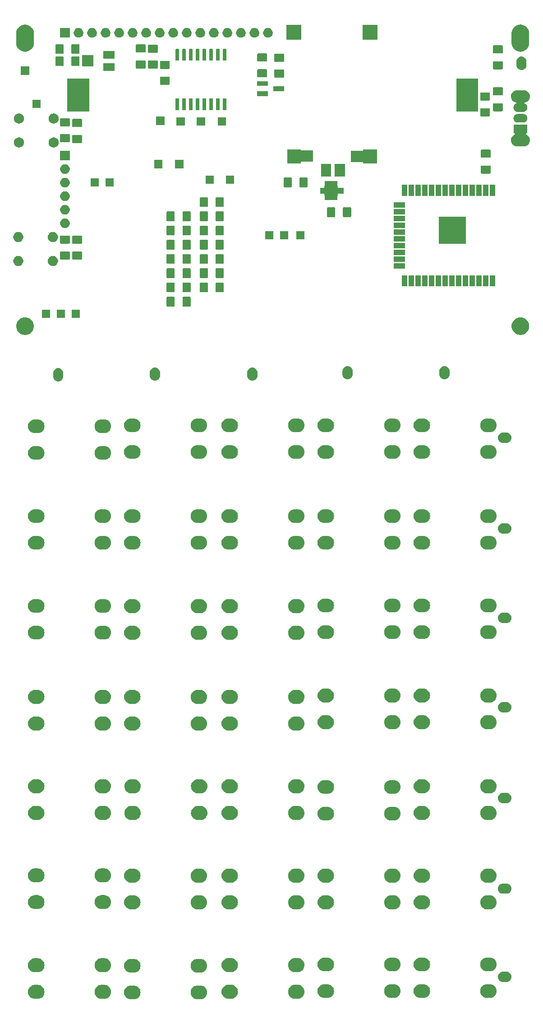
<source format=gts>
G04 #@! TF.GenerationSoftware,KiCad,Pcbnew,(5.1.6)-1*
G04 #@! TF.CreationDate,2020-08-25T11:11:56+02:00*
G04 #@! TF.ProjectId,projet,70726f6a-6574-42e6-9b69-6361645f7063,rev?*
G04 #@! TF.SameCoordinates,Original*
G04 #@! TF.FileFunction,Soldermask,Top*
G04 #@! TF.FilePolarity,Negative*
%FSLAX46Y46*%
G04 Gerber Fmt 4.6, Leading zero omitted, Abs format (unit mm)*
G04 Created by KiCad (PCBNEW (5.1.6)-1) date 2020-08-25 11:11:56*
%MOMM*%
%LPD*%
G01*
G04 APERTURE LIST*
%ADD10C,0.100000*%
G04 APERTURE END LIST*
D10*
G36*
X114681000Y-54356000D02*
G01*
X110363000Y-54356000D01*
X110363000Y-53340000D01*
X114681000Y-53340000D01*
X114681000Y-54356000D01*
G37*
X114681000Y-54356000D02*
X110363000Y-54356000D01*
X110363000Y-53340000D01*
X114681000Y-53340000D01*
X114681000Y-54356000D01*
G36*
X75539473Y-202924413D02*
G01*
X75635040Y-202933825D01*
X75880280Y-203008218D01*
X75880282Y-203008219D01*
X75935257Y-203037604D01*
X76106294Y-203129025D01*
X76149646Y-203164603D01*
X76304397Y-203291603D01*
X76424624Y-203438101D01*
X76466975Y-203489706D01*
X76587782Y-203715720D01*
X76662175Y-203960960D01*
X76687294Y-204216000D01*
X76662175Y-204471040D01*
X76587782Y-204716280D01*
X76466975Y-204942294D01*
X76424624Y-204993899D01*
X76304397Y-205140397D01*
X76177942Y-205244175D01*
X76106294Y-205302975D01*
X75880280Y-205423782D01*
X75635040Y-205498175D01*
X75539473Y-205507587D01*
X75443906Y-205517000D01*
X74816094Y-205517000D01*
X74720527Y-205507587D01*
X74624960Y-205498175D01*
X74379720Y-205423782D01*
X74153706Y-205302975D01*
X74082058Y-205244175D01*
X73955603Y-205140397D01*
X73835376Y-204993899D01*
X73793025Y-204942294D01*
X73672218Y-204716280D01*
X73597825Y-204471040D01*
X73572706Y-204216000D01*
X73597825Y-203960960D01*
X73672218Y-203715720D01*
X73793025Y-203489706D01*
X73835376Y-203438101D01*
X73955603Y-203291603D01*
X74110354Y-203164603D01*
X74153706Y-203129025D01*
X74324743Y-203037604D01*
X74379718Y-203008219D01*
X74379720Y-203008218D01*
X74624960Y-202933825D01*
X74720527Y-202924413D01*
X74816094Y-202915000D01*
X75443906Y-202915000D01*
X75539473Y-202924413D01*
G37*
G36*
X88039473Y-202924413D02*
G01*
X88135040Y-202933825D01*
X88380280Y-203008218D01*
X88380282Y-203008219D01*
X88435257Y-203037604D01*
X88606294Y-203129025D01*
X88649646Y-203164603D01*
X88804397Y-203291603D01*
X88924624Y-203438101D01*
X88966975Y-203489706D01*
X89087782Y-203715720D01*
X89162175Y-203960960D01*
X89187294Y-204216000D01*
X89162175Y-204471040D01*
X89087782Y-204716280D01*
X88966975Y-204942294D01*
X88924624Y-204993899D01*
X88804397Y-205140397D01*
X88677942Y-205244175D01*
X88606294Y-205302975D01*
X88380280Y-205423782D01*
X88135040Y-205498175D01*
X88039473Y-205507587D01*
X87943906Y-205517000D01*
X87316094Y-205517000D01*
X87220527Y-205507587D01*
X87124960Y-205498175D01*
X86879720Y-205423782D01*
X86653706Y-205302975D01*
X86582058Y-205244175D01*
X86455603Y-205140397D01*
X86335376Y-204993899D01*
X86293025Y-204942294D01*
X86172218Y-204716280D01*
X86097825Y-204471040D01*
X86072706Y-204216000D01*
X86097825Y-203960960D01*
X86172218Y-203715720D01*
X86293025Y-203489706D01*
X86335376Y-203438101D01*
X86455603Y-203291603D01*
X86610354Y-203164603D01*
X86653706Y-203129025D01*
X86824743Y-203037604D01*
X86879718Y-203008219D01*
X86879720Y-203008218D01*
X87124960Y-202933825D01*
X87220527Y-202924413D01*
X87316094Y-202915000D01*
X87943906Y-202915000D01*
X88039473Y-202924413D01*
G37*
G36*
X70005472Y-202816412D02*
G01*
X70101040Y-202825825D01*
X70346280Y-202900218D01*
X70572294Y-203021025D01*
X70592494Y-203037603D01*
X70770397Y-203183603D01*
X70859029Y-203291603D01*
X70932975Y-203381706D01*
X71053782Y-203607720D01*
X71128175Y-203852960D01*
X71153294Y-204108000D01*
X71128175Y-204363040D01*
X71053782Y-204608280D01*
X70932975Y-204834294D01*
X70890624Y-204885899D01*
X70770397Y-205032397D01*
X70638797Y-205140397D01*
X70572294Y-205194975D01*
X70572292Y-205194976D01*
X70381827Y-205296782D01*
X70346280Y-205315782D01*
X70101040Y-205390175D01*
X70005473Y-205399587D01*
X69909906Y-205409000D01*
X69282094Y-205409000D01*
X69186527Y-205399587D01*
X69090960Y-205390175D01*
X68845720Y-205315782D01*
X68810174Y-205296782D01*
X68619708Y-205194976D01*
X68619706Y-205194975D01*
X68553203Y-205140397D01*
X68421603Y-205032397D01*
X68301376Y-204885899D01*
X68259025Y-204834294D01*
X68138218Y-204608280D01*
X68063825Y-204363040D01*
X68038706Y-204108000D01*
X68063825Y-203852960D01*
X68138218Y-203607720D01*
X68259025Y-203381706D01*
X68332971Y-203291603D01*
X68421603Y-203183603D01*
X68599506Y-203037603D01*
X68619706Y-203021025D01*
X68845720Y-202900218D01*
X69090960Y-202825825D01*
X69186528Y-202816412D01*
X69282094Y-202807000D01*
X69909906Y-202807000D01*
X70005472Y-202816412D01*
G37*
G36*
X57505472Y-202816412D02*
G01*
X57601040Y-202825825D01*
X57846280Y-202900218D01*
X58072294Y-203021025D01*
X58092494Y-203037603D01*
X58270397Y-203183603D01*
X58359029Y-203291603D01*
X58432975Y-203381706D01*
X58553782Y-203607720D01*
X58628175Y-203852960D01*
X58653294Y-204108000D01*
X58628175Y-204363040D01*
X58553782Y-204608280D01*
X58432975Y-204834294D01*
X58390624Y-204885899D01*
X58270397Y-205032397D01*
X58138797Y-205140397D01*
X58072294Y-205194975D01*
X58072292Y-205194976D01*
X57881827Y-205296782D01*
X57846280Y-205315782D01*
X57601040Y-205390175D01*
X57505473Y-205399587D01*
X57409906Y-205409000D01*
X56782094Y-205409000D01*
X56686527Y-205399587D01*
X56590960Y-205390175D01*
X56345720Y-205315782D01*
X56310174Y-205296782D01*
X56119708Y-205194976D01*
X56119706Y-205194975D01*
X56053203Y-205140397D01*
X55921603Y-205032397D01*
X55801376Y-204885899D01*
X55759025Y-204834294D01*
X55638218Y-204608280D01*
X55563825Y-204363040D01*
X55538706Y-204108000D01*
X55563825Y-203852960D01*
X55638218Y-203607720D01*
X55759025Y-203381706D01*
X55832971Y-203291603D01*
X55921603Y-203183603D01*
X56099506Y-203037603D01*
X56119706Y-203021025D01*
X56345720Y-202900218D01*
X56590960Y-202825825D01*
X56686528Y-202816412D01*
X56782094Y-202807000D01*
X57409906Y-202807000D01*
X57505472Y-202816412D01*
G37*
G36*
X106327472Y-202797412D02*
G01*
X106423040Y-202806825D01*
X106668280Y-202881218D01*
X106668282Y-202881219D01*
X106703828Y-202900219D01*
X106894294Y-203002025D01*
X106901841Y-203008219D01*
X107092397Y-203164603D01*
X107196622Y-203291603D01*
X107254975Y-203362706D01*
X107375782Y-203588720D01*
X107450175Y-203833960D01*
X107475294Y-204089000D01*
X107450175Y-204344040D01*
X107375782Y-204589280D01*
X107254975Y-204815294D01*
X107239382Y-204834294D01*
X107092397Y-205013397D01*
X106945899Y-205133624D01*
X106894294Y-205175975D01*
X106668280Y-205296782D01*
X106423040Y-205371175D01*
X106327472Y-205380588D01*
X106231906Y-205390000D01*
X105604094Y-205390000D01*
X105508528Y-205380588D01*
X105412960Y-205371175D01*
X105167720Y-205296782D01*
X104941706Y-205175975D01*
X104890101Y-205133624D01*
X104743603Y-205013397D01*
X104596618Y-204834294D01*
X104581025Y-204815294D01*
X104460218Y-204589280D01*
X104385825Y-204344040D01*
X104360706Y-204089000D01*
X104385825Y-203833960D01*
X104460218Y-203588720D01*
X104581025Y-203362706D01*
X104639378Y-203291603D01*
X104743603Y-203164603D01*
X104934159Y-203008219D01*
X104941706Y-203002025D01*
X105132172Y-202900219D01*
X105167718Y-202881219D01*
X105167720Y-202881218D01*
X105412960Y-202806825D01*
X105508528Y-202797412D01*
X105604094Y-202788000D01*
X106231906Y-202788000D01*
X106327472Y-202797412D01*
G37*
G36*
X93827472Y-202797412D02*
G01*
X93923040Y-202806825D01*
X94168280Y-202881218D01*
X94168282Y-202881219D01*
X94203828Y-202900219D01*
X94394294Y-203002025D01*
X94401841Y-203008219D01*
X94592397Y-203164603D01*
X94696622Y-203291603D01*
X94754975Y-203362706D01*
X94875782Y-203588720D01*
X94950175Y-203833960D01*
X94975294Y-204089000D01*
X94950175Y-204344040D01*
X94875782Y-204589280D01*
X94754975Y-204815294D01*
X94739382Y-204834294D01*
X94592397Y-205013397D01*
X94445899Y-205133624D01*
X94394294Y-205175975D01*
X94168280Y-205296782D01*
X93923040Y-205371175D01*
X93827472Y-205380588D01*
X93731906Y-205390000D01*
X93104094Y-205390000D01*
X93008528Y-205380588D01*
X92912960Y-205371175D01*
X92667720Y-205296782D01*
X92441706Y-205175975D01*
X92390101Y-205133624D01*
X92243603Y-205013397D01*
X92096618Y-204834294D01*
X92081025Y-204815294D01*
X91960218Y-204589280D01*
X91885825Y-204344040D01*
X91860706Y-204089000D01*
X91885825Y-203833960D01*
X91960218Y-203588720D01*
X92081025Y-203362706D01*
X92139378Y-203291603D01*
X92243603Y-203164603D01*
X92434159Y-203008219D01*
X92441706Y-203002025D01*
X92632172Y-202900219D01*
X92667718Y-202881219D01*
X92667720Y-202881218D01*
X92912960Y-202806825D01*
X93008528Y-202797412D01*
X93104094Y-202788000D01*
X93731906Y-202788000D01*
X93827472Y-202797412D01*
G37*
G36*
X111861472Y-202670412D02*
G01*
X111957040Y-202679825D01*
X112202280Y-202754218D01*
X112428294Y-202875025D01*
X112477003Y-202915000D01*
X112626397Y-203037603D01*
X112701424Y-203129025D01*
X112788975Y-203235706D01*
X112909782Y-203461720D01*
X112984175Y-203706960D01*
X113009294Y-203962000D01*
X112984175Y-204217040D01*
X112909782Y-204462280D01*
X112788975Y-204688294D01*
X112746624Y-204739899D01*
X112626397Y-204886397D01*
X112479899Y-205006624D01*
X112428294Y-205048975D01*
X112428292Y-205048976D01*
X112257256Y-205140397D01*
X112202280Y-205169782D01*
X111957040Y-205244175D01*
X111861473Y-205253587D01*
X111765906Y-205263000D01*
X111138094Y-205263000D01*
X111042527Y-205253587D01*
X110946960Y-205244175D01*
X110701720Y-205169782D01*
X110646745Y-205140397D01*
X110475708Y-205048976D01*
X110475706Y-205048975D01*
X110424101Y-205006624D01*
X110277603Y-204886397D01*
X110157376Y-204739899D01*
X110115025Y-204688294D01*
X109994218Y-204462280D01*
X109919825Y-204217040D01*
X109894706Y-203962000D01*
X109919825Y-203706960D01*
X109994218Y-203461720D01*
X110115025Y-203235706D01*
X110202576Y-203129025D01*
X110277603Y-203037603D01*
X110426997Y-202915000D01*
X110475706Y-202875025D01*
X110701720Y-202754218D01*
X110946960Y-202679825D01*
X111042527Y-202670413D01*
X111138094Y-202661000D01*
X111765906Y-202661000D01*
X111861472Y-202670412D01*
G37*
G36*
X124361472Y-202670412D02*
G01*
X124457040Y-202679825D01*
X124702280Y-202754218D01*
X124928294Y-202875025D01*
X124977003Y-202915000D01*
X125126397Y-203037603D01*
X125201424Y-203129025D01*
X125288975Y-203235706D01*
X125409782Y-203461720D01*
X125484175Y-203706960D01*
X125509294Y-203962000D01*
X125484175Y-204217040D01*
X125409782Y-204462280D01*
X125288975Y-204688294D01*
X125246624Y-204739899D01*
X125126397Y-204886397D01*
X124979899Y-205006624D01*
X124928294Y-205048975D01*
X124928292Y-205048976D01*
X124757256Y-205140397D01*
X124702280Y-205169782D01*
X124457040Y-205244175D01*
X124361473Y-205253587D01*
X124265906Y-205263000D01*
X123638094Y-205263000D01*
X123542527Y-205253587D01*
X123446960Y-205244175D01*
X123201720Y-205169782D01*
X123146745Y-205140397D01*
X122975708Y-205048976D01*
X122975706Y-205048975D01*
X122924101Y-205006624D01*
X122777603Y-204886397D01*
X122657376Y-204739899D01*
X122615025Y-204688294D01*
X122494218Y-204462280D01*
X122419825Y-204217040D01*
X122394706Y-203962000D01*
X122419825Y-203706960D01*
X122494218Y-203461720D01*
X122615025Y-203235706D01*
X122702576Y-203129025D01*
X122777603Y-203037603D01*
X122926997Y-202915000D01*
X122975706Y-202875025D01*
X123201720Y-202754218D01*
X123446960Y-202679825D01*
X123542527Y-202670413D01*
X123638094Y-202661000D01*
X124265906Y-202661000D01*
X124361472Y-202670412D01*
G37*
G36*
X129895472Y-202670412D02*
G01*
X129991040Y-202679825D01*
X130236280Y-202754218D01*
X130462294Y-202875025D01*
X130511003Y-202915000D01*
X130660397Y-203037603D01*
X130735424Y-203129025D01*
X130822975Y-203235706D01*
X130943782Y-203461720D01*
X131018175Y-203706960D01*
X131043294Y-203962000D01*
X131018175Y-204217040D01*
X130943782Y-204462280D01*
X130822975Y-204688294D01*
X130780624Y-204739899D01*
X130660397Y-204886397D01*
X130513899Y-205006624D01*
X130462294Y-205048975D01*
X130462292Y-205048976D01*
X130291256Y-205140397D01*
X130236280Y-205169782D01*
X129991040Y-205244175D01*
X129895473Y-205253587D01*
X129799906Y-205263000D01*
X129172094Y-205263000D01*
X129076527Y-205253587D01*
X128980960Y-205244175D01*
X128735720Y-205169782D01*
X128680745Y-205140397D01*
X128509708Y-205048976D01*
X128509706Y-205048975D01*
X128458101Y-205006624D01*
X128311603Y-204886397D01*
X128191376Y-204739899D01*
X128149025Y-204688294D01*
X128028218Y-204462280D01*
X127953825Y-204217040D01*
X127928706Y-203962000D01*
X127953825Y-203706960D01*
X128028218Y-203461720D01*
X128149025Y-203235706D01*
X128236576Y-203129025D01*
X128311603Y-203037603D01*
X128460997Y-202915000D01*
X128509706Y-202875025D01*
X128735720Y-202754218D01*
X128980960Y-202679825D01*
X129076527Y-202670413D01*
X129172094Y-202661000D01*
X129799906Y-202661000D01*
X129895472Y-202670412D01*
G37*
G36*
X142395472Y-202670412D02*
G01*
X142491040Y-202679825D01*
X142736280Y-202754218D01*
X142962294Y-202875025D01*
X143011003Y-202915000D01*
X143160397Y-203037603D01*
X143235424Y-203129025D01*
X143322975Y-203235706D01*
X143443782Y-203461720D01*
X143518175Y-203706960D01*
X143543294Y-203962000D01*
X143518175Y-204217040D01*
X143443782Y-204462280D01*
X143322975Y-204688294D01*
X143280624Y-204739899D01*
X143160397Y-204886397D01*
X143013899Y-205006624D01*
X142962294Y-205048975D01*
X142962292Y-205048976D01*
X142791256Y-205140397D01*
X142736280Y-205169782D01*
X142491040Y-205244175D01*
X142395473Y-205253587D01*
X142299906Y-205263000D01*
X141672094Y-205263000D01*
X141576527Y-205253587D01*
X141480960Y-205244175D01*
X141235720Y-205169782D01*
X141180745Y-205140397D01*
X141009708Y-205048976D01*
X141009706Y-205048975D01*
X140958101Y-205006624D01*
X140811603Y-204886397D01*
X140691376Y-204739899D01*
X140649025Y-204688294D01*
X140528218Y-204462280D01*
X140453825Y-204217040D01*
X140428706Y-203962000D01*
X140453825Y-203706960D01*
X140528218Y-203461720D01*
X140649025Y-203235706D01*
X140736576Y-203129025D01*
X140811603Y-203037603D01*
X140960997Y-202915000D01*
X141009706Y-202875025D01*
X141235720Y-202754218D01*
X141480960Y-202679825D01*
X141576527Y-202670413D01*
X141672094Y-202661000D01*
X142299906Y-202661000D01*
X142395472Y-202670412D01*
G37*
G36*
X145520425Y-200357760D02*
G01*
X145520428Y-200357761D01*
X145520429Y-200357761D01*
X145699693Y-200412140D01*
X145699696Y-200412142D01*
X145699697Y-200412142D01*
X145864903Y-200500446D01*
X146009712Y-200619288D01*
X146128554Y-200764097D01*
X146216858Y-200929303D01*
X146216860Y-200929307D01*
X146271239Y-201108571D01*
X146271240Y-201108575D01*
X146289601Y-201295000D01*
X146271240Y-201481425D01*
X146271239Y-201481428D01*
X146271239Y-201481429D01*
X146216860Y-201660693D01*
X146216858Y-201660696D01*
X146216858Y-201660697D01*
X146128554Y-201825903D01*
X146009712Y-201970712D01*
X145864903Y-202089554D01*
X145699697Y-202177858D01*
X145699693Y-202177860D01*
X145520429Y-202232239D01*
X145520428Y-202232239D01*
X145520425Y-202232240D01*
X145380718Y-202246000D01*
X144687282Y-202246000D01*
X144547575Y-202232240D01*
X144547572Y-202232239D01*
X144547571Y-202232239D01*
X144368307Y-202177860D01*
X144368303Y-202177858D01*
X144203097Y-202089554D01*
X144058288Y-201970712D01*
X143939446Y-201825903D01*
X143851142Y-201660697D01*
X143851142Y-201660696D01*
X143851140Y-201660693D01*
X143796761Y-201481429D01*
X143796761Y-201481428D01*
X143796760Y-201481425D01*
X143778399Y-201295000D01*
X143796760Y-201108575D01*
X143796761Y-201108571D01*
X143851140Y-200929307D01*
X143851142Y-200929303D01*
X143939446Y-200764097D01*
X144058288Y-200619288D01*
X144203097Y-200500446D01*
X144368303Y-200412142D01*
X144368304Y-200412142D01*
X144368307Y-200412140D01*
X144547571Y-200357761D01*
X144547572Y-200357761D01*
X144547575Y-200357760D01*
X144687282Y-200344000D01*
X145380718Y-200344000D01*
X145520425Y-200357760D01*
G37*
G36*
X88039472Y-197924412D02*
G01*
X88135040Y-197933825D01*
X88380280Y-198008218D01*
X88380282Y-198008219D01*
X88435257Y-198037604D01*
X88606294Y-198129025D01*
X88649646Y-198164603D01*
X88804397Y-198291603D01*
X88924624Y-198438101D01*
X88966975Y-198489706D01*
X89087782Y-198715720D01*
X89162175Y-198960960D01*
X89187294Y-199216000D01*
X89162175Y-199471040D01*
X89087782Y-199716280D01*
X88966975Y-199942294D01*
X88924624Y-199993899D01*
X88804397Y-200140397D01*
X88677942Y-200244175D01*
X88606294Y-200302975D01*
X88380280Y-200423782D01*
X88135040Y-200498175D01*
X88039472Y-200507588D01*
X87943906Y-200517000D01*
X87316094Y-200517000D01*
X87220528Y-200507588D01*
X87124960Y-200498175D01*
X86879720Y-200423782D01*
X86653706Y-200302975D01*
X86582058Y-200244175D01*
X86455603Y-200140397D01*
X86335376Y-199993899D01*
X86293025Y-199942294D01*
X86172218Y-199716280D01*
X86097825Y-199471040D01*
X86072706Y-199216000D01*
X86097825Y-198960960D01*
X86172218Y-198715720D01*
X86293025Y-198489706D01*
X86335376Y-198438101D01*
X86455603Y-198291603D01*
X86610354Y-198164603D01*
X86653706Y-198129025D01*
X86824743Y-198037604D01*
X86879718Y-198008219D01*
X86879720Y-198008218D01*
X87124960Y-197933825D01*
X87220528Y-197924412D01*
X87316094Y-197915000D01*
X87943906Y-197915000D01*
X88039472Y-197924412D01*
G37*
G36*
X75539472Y-197924412D02*
G01*
X75635040Y-197933825D01*
X75880280Y-198008218D01*
X75880282Y-198008219D01*
X75935257Y-198037604D01*
X76106294Y-198129025D01*
X76149646Y-198164603D01*
X76304397Y-198291603D01*
X76424624Y-198438101D01*
X76466975Y-198489706D01*
X76587782Y-198715720D01*
X76662175Y-198960960D01*
X76687294Y-199216000D01*
X76662175Y-199471040D01*
X76587782Y-199716280D01*
X76466975Y-199942294D01*
X76424624Y-199993899D01*
X76304397Y-200140397D01*
X76177942Y-200244175D01*
X76106294Y-200302975D01*
X75880280Y-200423782D01*
X75635040Y-200498175D01*
X75539472Y-200507588D01*
X75443906Y-200517000D01*
X74816094Y-200517000D01*
X74720528Y-200507588D01*
X74624960Y-200498175D01*
X74379720Y-200423782D01*
X74153706Y-200302975D01*
X74082058Y-200244175D01*
X73955603Y-200140397D01*
X73835376Y-199993899D01*
X73793025Y-199942294D01*
X73672218Y-199716280D01*
X73597825Y-199471040D01*
X73572706Y-199216000D01*
X73597825Y-198960960D01*
X73672218Y-198715720D01*
X73793025Y-198489706D01*
X73835376Y-198438101D01*
X73955603Y-198291603D01*
X74110354Y-198164603D01*
X74153706Y-198129025D01*
X74324743Y-198037604D01*
X74379718Y-198008219D01*
X74379720Y-198008218D01*
X74624960Y-197933825D01*
X74720528Y-197924412D01*
X74816094Y-197915000D01*
X75443906Y-197915000D01*
X75539472Y-197924412D01*
G37*
G36*
X57505473Y-197816413D02*
G01*
X57601040Y-197825825D01*
X57846280Y-197900218D01*
X58072294Y-198021025D01*
X58092494Y-198037603D01*
X58270397Y-198183603D01*
X58359029Y-198291603D01*
X58432975Y-198381706D01*
X58553782Y-198607720D01*
X58628175Y-198852960D01*
X58653294Y-199108000D01*
X58628175Y-199363040D01*
X58553782Y-199608280D01*
X58432975Y-199834294D01*
X58390624Y-199885899D01*
X58270397Y-200032397D01*
X58138797Y-200140397D01*
X58072294Y-200194975D01*
X58072292Y-200194976D01*
X57881827Y-200296782D01*
X57846280Y-200315782D01*
X57601040Y-200390175D01*
X57505473Y-200399587D01*
X57409906Y-200409000D01*
X56782094Y-200409000D01*
X56686527Y-200399587D01*
X56590960Y-200390175D01*
X56345720Y-200315782D01*
X56310174Y-200296782D01*
X56119708Y-200194976D01*
X56119706Y-200194975D01*
X56053203Y-200140397D01*
X55921603Y-200032397D01*
X55801376Y-199885899D01*
X55759025Y-199834294D01*
X55638218Y-199608280D01*
X55563825Y-199363040D01*
X55538706Y-199108000D01*
X55563825Y-198852960D01*
X55638218Y-198607720D01*
X55759025Y-198381706D01*
X55832971Y-198291603D01*
X55921603Y-198183603D01*
X56099506Y-198037603D01*
X56119706Y-198021025D01*
X56345720Y-197900218D01*
X56590960Y-197825825D01*
X56686527Y-197816413D01*
X56782094Y-197807000D01*
X57409906Y-197807000D01*
X57505473Y-197816413D01*
G37*
G36*
X70005473Y-197816413D02*
G01*
X70101040Y-197825825D01*
X70346280Y-197900218D01*
X70572294Y-198021025D01*
X70592494Y-198037603D01*
X70770397Y-198183603D01*
X70859029Y-198291603D01*
X70932975Y-198381706D01*
X71053782Y-198607720D01*
X71128175Y-198852960D01*
X71153294Y-199108000D01*
X71128175Y-199363040D01*
X71053782Y-199608280D01*
X70932975Y-199834294D01*
X70890624Y-199885899D01*
X70770397Y-200032397D01*
X70638797Y-200140397D01*
X70572294Y-200194975D01*
X70572292Y-200194976D01*
X70381827Y-200296782D01*
X70346280Y-200315782D01*
X70101040Y-200390175D01*
X70005473Y-200399587D01*
X69909906Y-200409000D01*
X69282094Y-200409000D01*
X69186527Y-200399587D01*
X69090960Y-200390175D01*
X68845720Y-200315782D01*
X68810174Y-200296782D01*
X68619708Y-200194976D01*
X68619706Y-200194975D01*
X68553203Y-200140397D01*
X68421603Y-200032397D01*
X68301376Y-199885899D01*
X68259025Y-199834294D01*
X68138218Y-199608280D01*
X68063825Y-199363040D01*
X68038706Y-199108000D01*
X68063825Y-198852960D01*
X68138218Y-198607720D01*
X68259025Y-198381706D01*
X68332971Y-198291603D01*
X68421603Y-198183603D01*
X68599506Y-198037603D01*
X68619706Y-198021025D01*
X68845720Y-197900218D01*
X69090960Y-197825825D01*
X69186527Y-197816413D01*
X69282094Y-197807000D01*
X69909906Y-197807000D01*
X70005473Y-197816413D01*
G37*
G36*
X93827473Y-197797413D02*
G01*
X93923040Y-197806825D01*
X94168280Y-197881218D01*
X94168282Y-197881219D01*
X94203828Y-197900219D01*
X94394294Y-198002025D01*
X94401841Y-198008219D01*
X94592397Y-198164603D01*
X94696622Y-198291603D01*
X94754975Y-198362706D01*
X94875782Y-198588720D01*
X94950175Y-198833960D01*
X94975294Y-199089000D01*
X94950175Y-199344040D01*
X94875782Y-199589280D01*
X94754975Y-199815294D01*
X94739382Y-199834294D01*
X94592397Y-200013397D01*
X94445899Y-200133624D01*
X94394294Y-200175975D01*
X94168280Y-200296782D01*
X93923040Y-200371175D01*
X93827473Y-200380587D01*
X93731906Y-200390000D01*
X93104094Y-200390000D01*
X93008527Y-200380587D01*
X92912960Y-200371175D01*
X92667720Y-200296782D01*
X92441706Y-200175975D01*
X92390101Y-200133624D01*
X92243603Y-200013397D01*
X92096618Y-199834294D01*
X92081025Y-199815294D01*
X91960218Y-199589280D01*
X91885825Y-199344040D01*
X91860706Y-199089000D01*
X91885825Y-198833960D01*
X91960218Y-198588720D01*
X92081025Y-198362706D01*
X92139378Y-198291603D01*
X92243603Y-198164603D01*
X92434159Y-198008219D01*
X92441706Y-198002025D01*
X92632172Y-197900219D01*
X92667718Y-197881219D01*
X92667720Y-197881218D01*
X92912960Y-197806825D01*
X93008527Y-197797413D01*
X93104094Y-197788000D01*
X93731906Y-197788000D01*
X93827473Y-197797413D01*
G37*
G36*
X106327473Y-197797413D02*
G01*
X106423040Y-197806825D01*
X106668280Y-197881218D01*
X106668282Y-197881219D01*
X106703828Y-197900219D01*
X106894294Y-198002025D01*
X106901841Y-198008219D01*
X107092397Y-198164603D01*
X107196622Y-198291603D01*
X107254975Y-198362706D01*
X107375782Y-198588720D01*
X107450175Y-198833960D01*
X107475294Y-199089000D01*
X107450175Y-199344040D01*
X107375782Y-199589280D01*
X107254975Y-199815294D01*
X107239382Y-199834294D01*
X107092397Y-200013397D01*
X106945899Y-200133624D01*
X106894294Y-200175975D01*
X106668280Y-200296782D01*
X106423040Y-200371175D01*
X106327473Y-200380587D01*
X106231906Y-200390000D01*
X105604094Y-200390000D01*
X105508527Y-200380587D01*
X105412960Y-200371175D01*
X105167720Y-200296782D01*
X104941706Y-200175975D01*
X104890101Y-200133624D01*
X104743603Y-200013397D01*
X104596618Y-199834294D01*
X104581025Y-199815294D01*
X104460218Y-199589280D01*
X104385825Y-199344040D01*
X104360706Y-199089000D01*
X104385825Y-198833960D01*
X104460218Y-198588720D01*
X104581025Y-198362706D01*
X104639378Y-198291603D01*
X104743603Y-198164603D01*
X104934159Y-198008219D01*
X104941706Y-198002025D01*
X105132172Y-197900219D01*
X105167718Y-197881219D01*
X105167720Y-197881218D01*
X105412960Y-197806825D01*
X105508527Y-197797413D01*
X105604094Y-197788000D01*
X106231906Y-197788000D01*
X106327473Y-197797413D01*
G37*
G36*
X129895473Y-197670413D02*
G01*
X129991040Y-197679825D01*
X130236280Y-197754218D01*
X130462294Y-197875025D01*
X130511003Y-197915000D01*
X130660397Y-198037603D01*
X130735424Y-198129025D01*
X130822975Y-198235706D01*
X130943782Y-198461720D01*
X131018175Y-198706960D01*
X131043294Y-198962000D01*
X131018175Y-199217040D01*
X130943782Y-199462280D01*
X130822975Y-199688294D01*
X130780624Y-199739899D01*
X130660397Y-199886397D01*
X130513899Y-200006624D01*
X130462294Y-200048975D01*
X130462292Y-200048976D01*
X130291256Y-200140397D01*
X130236280Y-200169782D01*
X129991040Y-200244175D01*
X129895472Y-200253588D01*
X129799906Y-200263000D01*
X129172094Y-200263000D01*
X129076527Y-200253587D01*
X128980960Y-200244175D01*
X128735720Y-200169782D01*
X128680745Y-200140397D01*
X128509708Y-200048976D01*
X128509706Y-200048975D01*
X128458101Y-200006624D01*
X128311603Y-199886397D01*
X128191376Y-199739899D01*
X128149025Y-199688294D01*
X128028218Y-199462280D01*
X127953825Y-199217040D01*
X127928706Y-198962000D01*
X127953825Y-198706960D01*
X128028218Y-198461720D01*
X128149025Y-198235706D01*
X128236576Y-198129025D01*
X128311603Y-198037603D01*
X128460997Y-197915000D01*
X128509706Y-197875025D01*
X128735720Y-197754218D01*
X128980960Y-197679825D01*
X129076527Y-197670413D01*
X129172094Y-197661000D01*
X129799906Y-197661000D01*
X129895473Y-197670413D01*
G37*
G36*
X111861473Y-197670413D02*
G01*
X111957040Y-197679825D01*
X112202280Y-197754218D01*
X112428294Y-197875025D01*
X112477003Y-197915000D01*
X112626397Y-198037603D01*
X112701424Y-198129025D01*
X112788975Y-198235706D01*
X112909782Y-198461720D01*
X112984175Y-198706960D01*
X113009294Y-198962000D01*
X112984175Y-199217040D01*
X112909782Y-199462280D01*
X112788975Y-199688294D01*
X112746624Y-199739899D01*
X112626397Y-199886397D01*
X112479899Y-200006624D01*
X112428294Y-200048975D01*
X112428292Y-200048976D01*
X112257256Y-200140397D01*
X112202280Y-200169782D01*
X111957040Y-200244175D01*
X111861473Y-200253587D01*
X111765906Y-200263000D01*
X111138094Y-200263000D01*
X111042527Y-200253587D01*
X110946960Y-200244175D01*
X110701720Y-200169782D01*
X110646745Y-200140397D01*
X110475708Y-200048976D01*
X110475706Y-200048975D01*
X110424101Y-200006624D01*
X110277603Y-199886397D01*
X110157376Y-199739899D01*
X110115025Y-199688294D01*
X109994218Y-199462280D01*
X109919825Y-199217040D01*
X109894706Y-198962000D01*
X109919825Y-198706960D01*
X109994218Y-198461720D01*
X110115025Y-198235706D01*
X110202576Y-198129025D01*
X110277603Y-198037603D01*
X110426997Y-197915000D01*
X110475706Y-197875025D01*
X110701720Y-197754218D01*
X110946960Y-197679825D01*
X111042527Y-197670413D01*
X111138094Y-197661000D01*
X111765906Y-197661000D01*
X111861473Y-197670413D01*
G37*
G36*
X142395473Y-197670413D02*
G01*
X142491040Y-197679825D01*
X142736280Y-197754218D01*
X142962294Y-197875025D01*
X143011003Y-197915000D01*
X143160397Y-198037603D01*
X143235424Y-198129025D01*
X143322975Y-198235706D01*
X143443782Y-198461720D01*
X143518175Y-198706960D01*
X143543294Y-198962000D01*
X143518175Y-199217040D01*
X143443782Y-199462280D01*
X143322975Y-199688294D01*
X143280624Y-199739899D01*
X143160397Y-199886397D01*
X143013899Y-200006624D01*
X142962294Y-200048975D01*
X142962292Y-200048976D01*
X142791256Y-200140397D01*
X142736280Y-200169782D01*
X142491040Y-200244175D01*
X142395472Y-200253588D01*
X142299906Y-200263000D01*
X141672094Y-200263000D01*
X141576527Y-200253587D01*
X141480960Y-200244175D01*
X141235720Y-200169782D01*
X141180745Y-200140397D01*
X141009708Y-200048976D01*
X141009706Y-200048975D01*
X140958101Y-200006624D01*
X140811603Y-199886397D01*
X140691376Y-199739899D01*
X140649025Y-199688294D01*
X140528218Y-199462280D01*
X140453825Y-199217040D01*
X140428706Y-198962000D01*
X140453825Y-198706960D01*
X140528218Y-198461720D01*
X140649025Y-198235706D01*
X140736576Y-198129025D01*
X140811603Y-198037603D01*
X140960997Y-197915000D01*
X141009706Y-197875025D01*
X141235720Y-197754218D01*
X141480960Y-197679825D01*
X141576527Y-197670413D01*
X141672094Y-197661000D01*
X142299906Y-197661000D01*
X142395473Y-197670413D01*
G37*
G36*
X124361473Y-197670413D02*
G01*
X124457040Y-197679825D01*
X124702280Y-197754218D01*
X124928294Y-197875025D01*
X124977003Y-197915000D01*
X125126397Y-198037603D01*
X125201424Y-198129025D01*
X125288975Y-198235706D01*
X125409782Y-198461720D01*
X125484175Y-198706960D01*
X125509294Y-198962000D01*
X125484175Y-199217040D01*
X125409782Y-199462280D01*
X125288975Y-199688294D01*
X125246624Y-199739899D01*
X125126397Y-199886397D01*
X124979899Y-200006624D01*
X124928294Y-200048975D01*
X124928292Y-200048976D01*
X124757256Y-200140397D01*
X124702280Y-200169782D01*
X124457040Y-200244175D01*
X124361472Y-200253588D01*
X124265906Y-200263000D01*
X123638094Y-200263000D01*
X123542527Y-200253587D01*
X123446960Y-200244175D01*
X123201720Y-200169782D01*
X123146745Y-200140397D01*
X122975708Y-200048976D01*
X122975706Y-200048975D01*
X122924101Y-200006624D01*
X122777603Y-199886397D01*
X122657376Y-199739899D01*
X122615025Y-199688294D01*
X122494218Y-199462280D01*
X122419825Y-199217040D01*
X122394706Y-198962000D01*
X122419825Y-198706960D01*
X122494218Y-198461720D01*
X122615025Y-198235706D01*
X122702576Y-198129025D01*
X122777603Y-198037603D01*
X122926997Y-197915000D01*
X122975706Y-197875025D01*
X123201720Y-197754218D01*
X123446960Y-197679825D01*
X123542527Y-197670413D01*
X123638094Y-197661000D01*
X124265906Y-197661000D01*
X124361473Y-197670413D01*
G37*
G36*
X88039472Y-186033412D02*
G01*
X88135040Y-186042825D01*
X88380280Y-186117218D01*
X88606294Y-186238025D01*
X88657899Y-186280376D01*
X88804397Y-186400603D01*
X88916913Y-186537706D01*
X88966975Y-186598706D01*
X89087782Y-186824720D01*
X89162175Y-187069960D01*
X89187294Y-187325000D01*
X89162175Y-187580040D01*
X89087782Y-187825280D01*
X88966975Y-188051294D01*
X88924624Y-188102899D01*
X88804397Y-188249397D01*
X88680621Y-188350976D01*
X88606294Y-188411975D01*
X88380280Y-188532782D01*
X88135040Y-188607175D01*
X88039473Y-188616587D01*
X87943906Y-188626000D01*
X87316094Y-188626000D01*
X87220527Y-188616587D01*
X87124960Y-188607175D01*
X86879720Y-188532782D01*
X86653706Y-188411975D01*
X86579379Y-188350976D01*
X86455603Y-188249397D01*
X86335376Y-188102899D01*
X86293025Y-188051294D01*
X86172218Y-187825280D01*
X86097825Y-187580040D01*
X86072706Y-187325000D01*
X86097825Y-187069960D01*
X86172218Y-186824720D01*
X86293025Y-186598706D01*
X86343087Y-186537706D01*
X86455603Y-186400603D01*
X86602101Y-186280376D01*
X86653706Y-186238025D01*
X86879720Y-186117218D01*
X87124960Y-186042825D01*
X87220528Y-186033412D01*
X87316094Y-186024000D01*
X87943906Y-186024000D01*
X88039472Y-186033412D01*
G37*
G36*
X142395472Y-186033412D02*
G01*
X142491040Y-186042825D01*
X142736280Y-186117218D01*
X142962294Y-186238025D01*
X143013899Y-186280376D01*
X143160397Y-186400603D01*
X143272913Y-186537706D01*
X143322975Y-186598706D01*
X143443782Y-186824720D01*
X143518175Y-187069960D01*
X143543294Y-187325000D01*
X143518175Y-187580040D01*
X143443782Y-187825280D01*
X143322975Y-188051294D01*
X143280624Y-188102899D01*
X143160397Y-188249397D01*
X143036621Y-188350976D01*
X142962294Y-188411975D01*
X142736280Y-188532782D01*
X142491040Y-188607175D01*
X142395473Y-188616587D01*
X142299906Y-188626000D01*
X141672094Y-188626000D01*
X141576527Y-188616587D01*
X141480960Y-188607175D01*
X141235720Y-188532782D01*
X141009706Y-188411975D01*
X140935379Y-188350976D01*
X140811603Y-188249397D01*
X140691376Y-188102899D01*
X140649025Y-188051294D01*
X140528218Y-187825280D01*
X140453825Y-187580040D01*
X140428706Y-187325000D01*
X140453825Y-187069960D01*
X140528218Y-186824720D01*
X140649025Y-186598706D01*
X140699087Y-186537706D01*
X140811603Y-186400603D01*
X140958101Y-186280376D01*
X141009706Y-186238025D01*
X141235720Y-186117218D01*
X141480960Y-186042825D01*
X141576528Y-186033412D01*
X141672094Y-186024000D01*
X142299906Y-186024000D01*
X142395472Y-186033412D01*
G37*
G36*
X75539472Y-186033412D02*
G01*
X75635040Y-186042825D01*
X75880280Y-186117218D01*
X76106294Y-186238025D01*
X76157899Y-186280376D01*
X76304397Y-186400603D01*
X76416913Y-186537706D01*
X76466975Y-186598706D01*
X76587782Y-186824720D01*
X76662175Y-187069960D01*
X76687294Y-187325000D01*
X76662175Y-187580040D01*
X76587782Y-187825280D01*
X76466975Y-188051294D01*
X76424624Y-188102899D01*
X76304397Y-188249397D01*
X76180621Y-188350976D01*
X76106294Y-188411975D01*
X75880280Y-188532782D01*
X75635040Y-188607175D01*
X75539473Y-188616587D01*
X75443906Y-188626000D01*
X74816094Y-188626000D01*
X74720527Y-188616587D01*
X74624960Y-188607175D01*
X74379720Y-188532782D01*
X74153706Y-188411975D01*
X74079379Y-188350976D01*
X73955603Y-188249397D01*
X73835376Y-188102899D01*
X73793025Y-188051294D01*
X73672218Y-187825280D01*
X73597825Y-187580040D01*
X73572706Y-187325000D01*
X73597825Y-187069960D01*
X73672218Y-186824720D01*
X73793025Y-186598706D01*
X73843087Y-186537706D01*
X73955603Y-186400603D01*
X74102101Y-186280376D01*
X74153706Y-186238025D01*
X74379720Y-186117218D01*
X74624960Y-186042825D01*
X74720528Y-186033412D01*
X74816094Y-186024000D01*
X75443906Y-186024000D01*
X75539472Y-186033412D01*
G37*
G36*
X93827472Y-186033412D02*
G01*
X93923040Y-186042825D01*
X94168280Y-186117218D01*
X94394294Y-186238025D01*
X94445899Y-186280376D01*
X94592397Y-186400603D01*
X94704913Y-186537706D01*
X94754975Y-186598706D01*
X94875782Y-186824720D01*
X94950175Y-187069960D01*
X94975294Y-187325000D01*
X94950175Y-187580040D01*
X94875782Y-187825280D01*
X94754975Y-188051294D01*
X94712624Y-188102899D01*
X94592397Y-188249397D01*
X94468621Y-188350976D01*
X94394294Y-188411975D01*
X94168280Y-188532782D01*
X93923040Y-188607175D01*
X93827473Y-188616587D01*
X93731906Y-188626000D01*
X93104094Y-188626000D01*
X93008527Y-188616587D01*
X92912960Y-188607175D01*
X92667720Y-188532782D01*
X92441706Y-188411975D01*
X92367379Y-188350976D01*
X92243603Y-188249397D01*
X92123376Y-188102899D01*
X92081025Y-188051294D01*
X91960218Y-187825280D01*
X91885825Y-187580040D01*
X91860706Y-187325000D01*
X91885825Y-187069960D01*
X91960218Y-186824720D01*
X92081025Y-186598706D01*
X92131087Y-186537706D01*
X92243603Y-186400603D01*
X92390101Y-186280376D01*
X92441706Y-186238025D01*
X92667720Y-186117218D01*
X92912960Y-186042825D01*
X93008528Y-186033412D01*
X93104094Y-186024000D01*
X93731906Y-186024000D01*
X93827472Y-186033412D01*
G37*
G36*
X106327472Y-186033412D02*
G01*
X106423040Y-186042825D01*
X106668280Y-186117218D01*
X106894294Y-186238025D01*
X106945899Y-186280376D01*
X107092397Y-186400603D01*
X107204913Y-186537706D01*
X107254975Y-186598706D01*
X107375782Y-186824720D01*
X107450175Y-187069960D01*
X107475294Y-187325000D01*
X107450175Y-187580040D01*
X107375782Y-187825280D01*
X107254975Y-188051294D01*
X107212624Y-188102899D01*
X107092397Y-188249397D01*
X106968621Y-188350976D01*
X106894294Y-188411975D01*
X106668280Y-188532782D01*
X106423040Y-188607175D01*
X106327473Y-188616587D01*
X106231906Y-188626000D01*
X105604094Y-188626000D01*
X105508527Y-188616587D01*
X105412960Y-188607175D01*
X105167720Y-188532782D01*
X104941706Y-188411975D01*
X104867379Y-188350976D01*
X104743603Y-188249397D01*
X104623376Y-188102899D01*
X104581025Y-188051294D01*
X104460218Y-187825280D01*
X104385825Y-187580040D01*
X104360706Y-187325000D01*
X104385825Y-187069960D01*
X104460218Y-186824720D01*
X104581025Y-186598706D01*
X104631087Y-186537706D01*
X104743603Y-186400603D01*
X104890101Y-186280376D01*
X104941706Y-186238025D01*
X105167720Y-186117218D01*
X105412960Y-186042825D01*
X105508528Y-186033412D01*
X105604094Y-186024000D01*
X106231906Y-186024000D01*
X106327472Y-186033412D01*
G37*
G36*
X129895472Y-186033412D02*
G01*
X129991040Y-186042825D01*
X130236280Y-186117218D01*
X130462294Y-186238025D01*
X130513899Y-186280376D01*
X130660397Y-186400603D01*
X130772913Y-186537706D01*
X130822975Y-186598706D01*
X130943782Y-186824720D01*
X131018175Y-187069960D01*
X131043294Y-187325000D01*
X131018175Y-187580040D01*
X130943782Y-187825280D01*
X130822975Y-188051294D01*
X130780624Y-188102899D01*
X130660397Y-188249397D01*
X130536621Y-188350976D01*
X130462294Y-188411975D01*
X130236280Y-188532782D01*
X129991040Y-188607175D01*
X129895473Y-188616587D01*
X129799906Y-188626000D01*
X129172094Y-188626000D01*
X129076527Y-188616587D01*
X128980960Y-188607175D01*
X128735720Y-188532782D01*
X128509706Y-188411975D01*
X128435379Y-188350976D01*
X128311603Y-188249397D01*
X128191376Y-188102899D01*
X128149025Y-188051294D01*
X128028218Y-187825280D01*
X127953825Y-187580040D01*
X127928706Y-187325000D01*
X127953825Y-187069960D01*
X128028218Y-186824720D01*
X128149025Y-186598706D01*
X128199087Y-186537706D01*
X128311603Y-186400603D01*
X128458101Y-186280376D01*
X128509706Y-186238025D01*
X128735720Y-186117218D01*
X128980960Y-186042825D01*
X129076528Y-186033412D01*
X129172094Y-186024000D01*
X129799906Y-186024000D01*
X129895472Y-186033412D01*
G37*
G36*
X124361472Y-186033412D02*
G01*
X124457040Y-186042825D01*
X124702280Y-186117218D01*
X124928294Y-186238025D01*
X124979899Y-186280376D01*
X125126397Y-186400603D01*
X125238913Y-186537706D01*
X125288975Y-186598706D01*
X125409782Y-186824720D01*
X125484175Y-187069960D01*
X125509294Y-187325000D01*
X125484175Y-187580040D01*
X125409782Y-187825280D01*
X125288975Y-188051294D01*
X125246624Y-188102899D01*
X125126397Y-188249397D01*
X125002621Y-188350976D01*
X124928294Y-188411975D01*
X124702280Y-188532782D01*
X124457040Y-188607175D01*
X124361473Y-188616587D01*
X124265906Y-188626000D01*
X123638094Y-188626000D01*
X123542527Y-188616587D01*
X123446960Y-188607175D01*
X123201720Y-188532782D01*
X122975706Y-188411975D01*
X122901379Y-188350976D01*
X122777603Y-188249397D01*
X122657376Y-188102899D01*
X122615025Y-188051294D01*
X122494218Y-187825280D01*
X122419825Y-187580040D01*
X122394706Y-187325000D01*
X122419825Y-187069960D01*
X122494218Y-186824720D01*
X122615025Y-186598706D01*
X122665087Y-186537706D01*
X122777603Y-186400603D01*
X122924101Y-186280376D01*
X122975706Y-186238025D01*
X123201720Y-186117218D01*
X123446960Y-186042825D01*
X123542528Y-186033412D01*
X123638094Y-186024000D01*
X124265906Y-186024000D01*
X124361472Y-186033412D01*
G37*
G36*
X111861472Y-186033412D02*
G01*
X111957040Y-186042825D01*
X112202280Y-186117218D01*
X112428294Y-186238025D01*
X112479899Y-186280376D01*
X112626397Y-186400603D01*
X112738913Y-186537706D01*
X112788975Y-186598706D01*
X112909782Y-186824720D01*
X112984175Y-187069960D01*
X113009294Y-187325000D01*
X112984175Y-187580040D01*
X112909782Y-187825280D01*
X112788975Y-188051294D01*
X112746624Y-188102899D01*
X112626397Y-188249397D01*
X112502621Y-188350976D01*
X112428294Y-188411975D01*
X112202280Y-188532782D01*
X111957040Y-188607175D01*
X111861473Y-188616587D01*
X111765906Y-188626000D01*
X111138094Y-188626000D01*
X111042527Y-188616587D01*
X110946960Y-188607175D01*
X110701720Y-188532782D01*
X110475706Y-188411975D01*
X110401379Y-188350976D01*
X110277603Y-188249397D01*
X110157376Y-188102899D01*
X110115025Y-188051294D01*
X109994218Y-187825280D01*
X109919825Y-187580040D01*
X109894706Y-187325000D01*
X109919825Y-187069960D01*
X109994218Y-186824720D01*
X110115025Y-186598706D01*
X110165087Y-186537706D01*
X110277603Y-186400603D01*
X110424101Y-186280376D01*
X110475706Y-186238025D01*
X110701720Y-186117218D01*
X110946960Y-186042825D01*
X111042528Y-186033412D01*
X111138094Y-186024000D01*
X111765906Y-186024000D01*
X111861472Y-186033412D01*
G37*
G36*
X70005473Y-185972413D02*
G01*
X70101040Y-185981825D01*
X70346280Y-186056218D01*
X70572294Y-186177025D01*
X70623899Y-186219376D01*
X70770397Y-186339603D01*
X70890624Y-186486101D01*
X70932975Y-186537706D01*
X71053782Y-186763720D01*
X71128175Y-187008960D01*
X71153294Y-187264000D01*
X71128175Y-187519040D01*
X71053782Y-187764280D01*
X70932975Y-187990294D01*
X70890624Y-188041899D01*
X70770397Y-188188397D01*
X70623899Y-188308624D01*
X70572294Y-188350975D01*
X70346280Y-188471782D01*
X70101040Y-188546175D01*
X70005473Y-188555587D01*
X69909906Y-188565000D01*
X69282094Y-188565000D01*
X69186527Y-188555587D01*
X69090960Y-188546175D01*
X68845720Y-188471782D01*
X68619706Y-188350975D01*
X68568101Y-188308624D01*
X68421603Y-188188397D01*
X68301376Y-188041899D01*
X68259025Y-187990294D01*
X68138218Y-187764280D01*
X68063825Y-187519040D01*
X68038706Y-187264000D01*
X68063825Y-187008960D01*
X68138218Y-186763720D01*
X68259025Y-186537706D01*
X68301376Y-186486101D01*
X68421603Y-186339603D01*
X68568101Y-186219376D01*
X68619706Y-186177025D01*
X68845720Y-186056218D01*
X69090960Y-185981825D01*
X69186527Y-185972413D01*
X69282094Y-185963000D01*
X69909906Y-185963000D01*
X70005473Y-185972413D01*
G37*
G36*
X57505473Y-185972413D02*
G01*
X57601040Y-185981825D01*
X57846280Y-186056218D01*
X58072294Y-186177025D01*
X58123899Y-186219376D01*
X58270397Y-186339603D01*
X58390624Y-186486101D01*
X58432975Y-186537706D01*
X58553782Y-186763720D01*
X58628175Y-187008960D01*
X58653294Y-187264000D01*
X58628175Y-187519040D01*
X58553782Y-187764280D01*
X58432975Y-187990294D01*
X58390624Y-188041899D01*
X58270397Y-188188397D01*
X58123899Y-188308624D01*
X58072294Y-188350975D01*
X57846280Y-188471782D01*
X57601040Y-188546175D01*
X57505473Y-188555587D01*
X57409906Y-188565000D01*
X56782094Y-188565000D01*
X56686527Y-188555587D01*
X56590960Y-188546175D01*
X56345720Y-188471782D01*
X56119706Y-188350975D01*
X56068101Y-188308624D01*
X55921603Y-188188397D01*
X55801376Y-188041899D01*
X55759025Y-187990294D01*
X55638218Y-187764280D01*
X55563825Y-187519040D01*
X55538706Y-187264000D01*
X55563825Y-187008960D01*
X55638218Y-186763720D01*
X55759025Y-186537706D01*
X55801376Y-186486101D01*
X55921603Y-186339603D01*
X56068101Y-186219376D01*
X56119706Y-186177025D01*
X56345720Y-186056218D01*
X56590960Y-185981825D01*
X56686527Y-185972413D01*
X56782094Y-185963000D01*
X57409906Y-185963000D01*
X57505473Y-185972413D01*
G37*
G36*
X145520425Y-183821760D02*
G01*
X145520428Y-183821761D01*
X145520429Y-183821761D01*
X145699693Y-183876140D01*
X145699696Y-183876142D01*
X145699697Y-183876142D01*
X145864903Y-183964446D01*
X146009712Y-184083288D01*
X146128554Y-184228097D01*
X146216858Y-184393303D01*
X146216860Y-184393307D01*
X146271239Y-184572571D01*
X146271240Y-184572575D01*
X146289601Y-184759000D01*
X146271240Y-184945425D01*
X146271239Y-184945428D01*
X146271239Y-184945429D01*
X146216860Y-185124693D01*
X146216858Y-185124696D01*
X146216858Y-185124697D01*
X146128554Y-185289903D01*
X146009712Y-185434712D01*
X145864903Y-185553554D01*
X145699697Y-185641858D01*
X145699693Y-185641860D01*
X145520429Y-185696239D01*
X145520428Y-185696239D01*
X145520425Y-185696240D01*
X145380718Y-185710000D01*
X144687282Y-185710000D01*
X144547575Y-185696240D01*
X144547572Y-185696239D01*
X144547571Y-185696239D01*
X144368307Y-185641860D01*
X144368303Y-185641858D01*
X144203097Y-185553554D01*
X144058288Y-185434712D01*
X143939446Y-185289903D01*
X143851142Y-185124697D01*
X143851142Y-185124696D01*
X143851140Y-185124693D01*
X143796761Y-184945429D01*
X143796761Y-184945428D01*
X143796760Y-184945425D01*
X143778399Y-184759000D01*
X143796760Y-184572575D01*
X143796761Y-184572571D01*
X143851140Y-184393307D01*
X143851142Y-184393303D01*
X143939446Y-184228097D01*
X144058288Y-184083288D01*
X144203097Y-183964446D01*
X144368303Y-183876142D01*
X144368304Y-183876142D01*
X144368307Y-183876140D01*
X144547571Y-183821761D01*
X144547572Y-183821761D01*
X144547575Y-183821760D01*
X144687282Y-183808000D01*
X145380718Y-183808000D01*
X145520425Y-183821760D01*
G37*
G36*
X88039473Y-181033413D02*
G01*
X88135040Y-181042825D01*
X88380280Y-181117218D01*
X88606294Y-181238025D01*
X88657899Y-181280376D01*
X88804397Y-181400603D01*
X88916913Y-181537706D01*
X88966975Y-181598706D01*
X89087782Y-181824720D01*
X89162175Y-182069960D01*
X89187294Y-182325000D01*
X89162175Y-182580040D01*
X89087782Y-182825280D01*
X88966975Y-183051294D01*
X88924624Y-183102899D01*
X88804397Y-183249397D01*
X88680621Y-183350976D01*
X88606294Y-183411975D01*
X88380280Y-183532782D01*
X88135040Y-183607175D01*
X88039472Y-183616588D01*
X87943906Y-183626000D01*
X87316094Y-183626000D01*
X87220528Y-183616588D01*
X87124960Y-183607175D01*
X86879720Y-183532782D01*
X86653706Y-183411975D01*
X86579379Y-183350976D01*
X86455603Y-183249397D01*
X86335376Y-183102899D01*
X86293025Y-183051294D01*
X86172218Y-182825280D01*
X86097825Y-182580040D01*
X86072706Y-182325000D01*
X86097825Y-182069960D01*
X86172218Y-181824720D01*
X86293025Y-181598706D01*
X86343087Y-181537706D01*
X86455603Y-181400603D01*
X86602101Y-181280376D01*
X86653706Y-181238025D01*
X86879720Y-181117218D01*
X87124960Y-181042825D01*
X87220527Y-181033413D01*
X87316094Y-181024000D01*
X87943906Y-181024000D01*
X88039473Y-181033413D01*
G37*
G36*
X75539473Y-181033413D02*
G01*
X75635040Y-181042825D01*
X75880280Y-181117218D01*
X76106294Y-181238025D01*
X76157899Y-181280376D01*
X76304397Y-181400603D01*
X76416913Y-181537706D01*
X76466975Y-181598706D01*
X76587782Y-181824720D01*
X76662175Y-182069960D01*
X76687294Y-182325000D01*
X76662175Y-182580040D01*
X76587782Y-182825280D01*
X76466975Y-183051294D01*
X76424624Y-183102899D01*
X76304397Y-183249397D01*
X76180621Y-183350976D01*
X76106294Y-183411975D01*
X75880280Y-183532782D01*
X75635040Y-183607175D01*
X75539472Y-183616588D01*
X75443906Y-183626000D01*
X74816094Y-183626000D01*
X74720528Y-183616588D01*
X74624960Y-183607175D01*
X74379720Y-183532782D01*
X74153706Y-183411975D01*
X74079379Y-183350976D01*
X73955603Y-183249397D01*
X73835376Y-183102899D01*
X73793025Y-183051294D01*
X73672218Y-182825280D01*
X73597825Y-182580040D01*
X73572706Y-182325000D01*
X73597825Y-182069960D01*
X73672218Y-181824720D01*
X73793025Y-181598706D01*
X73843087Y-181537706D01*
X73955603Y-181400603D01*
X74102101Y-181280376D01*
X74153706Y-181238025D01*
X74379720Y-181117218D01*
X74624960Y-181042825D01*
X74720527Y-181033413D01*
X74816094Y-181024000D01*
X75443906Y-181024000D01*
X75539473Y-181033413D01*
G37*
G36*
X124361473Y-181033413D02*
G01*
X124457040Y-181042825D01*
X124702280Y-181117218D01*
X124928294Y-181238025D01*
X124979899Y-181280376D01*
X125126397Y-181400603D01*
X125238913Y-181537706D01*
X125288975Y-181598706D01*
X125409782Y-181824720D01*
X125484175Y-182069960D01*
X125509294Y-182325000D01*
X125484175Y-182580040D01*
X125409782Y-182825280D01*
X125288975Y-183051294D01*
X125246624Y-183102899D01*
X125126397Y-183249397D01*
X125002621Y-183350976D01*
X124928294Y-183411975D01*
X124702280Y-183532782D01*
X124457040Y-183607175D01*
X124361472Y-183616588D01*
X124265906Y-183626000D01*
X123638094Y-183626000D01*
X123542528Y-183616588D01*
X123446960Y-183607175D01*
X123201720Y-183532782D01*
X122975706Y-183411975D01*
X122901379Y-183350976D01*
X122777603Y-183249397D01*
X122657376Y-183102899D01*
X122615025Y-183051294D01*
X122494218Y-182825280D01*
X122419825Y-182580040D01*
X122394706Y-182325000D01*
X122419825Y-182069960D01*
X122494218Y-181824720D01*
X122615025Y-181598706D01*
X122665087Y-181537706D01*
X122777603Y-181400603D01*
X122924101Y-181280376D01*
X122975706Y-181238025D01*
X123201720Y-181117218D01*
X123446960Y-181042825D01*
X123542527Y-181033413D01*
X123638094Y-181024000D01*
X124265906Y-181024000D01*
X124361473Y-181033413D01*
G37*
G36*
X129895473Y-181033413D02*
G01*
X129991040Y-181042825D01*
X130236280Y-181117218D01*
X130462294Y-181238025D01*
X130513899Y-181280376D01*
X130660397Y-181400603D01*
X130772913Y-181537706D01*
X130822975Y-181598706D01*
X130943782Y-181824720D01*
X131018175Y-182069960D01*
X131043294Y-182325000D01*
X131018175Y-182580040D01*
X130943782Y-182825280D01*
X130822975Y-183051294D01*
X130780624Y-183102899D01*
X130660397Y-183249397D01*
X130536621Y-183350976D01*
X130462294Y-183411975D01*
X130236280Y-183532782D01*
X129991040Y-183607175D01*
X129895472Y-183616588D01*
X129799906Y-183626000D01*
X129172094Y-183626000D01*
X129076528Y-183616588D01*
X128980960Y-183607175D01*
X128735720Y-183532782D01*
X128509706Y-183411975D01*
X128435379Y-183350976D01*
X128311603Y-183249397D01*
X128191376Y-183102899D01*
X128149025Y-183051294D01*
X128028218Y-182825280D01*
X127953825Y-182580040D01*
X127928706Y-182325000D01*
X127953825Y-182069960D01*
X128028218Y-181824720D01*
X128149025Y-181598706D01*
X128199087Y-181537706D01*
X128311603Y-181400603D01*
X128458101Y-181280376D01*
X128509706Y-181238025D01*
X128735720Y-181117218D01*
X128980960Y-181042825D01*
X129076527Y-181033413D01*
X129172094Y-181024000D01*
X129799906Y-181024000D01*
X129895473Y-181033413D01*
G37*
G36*
X93827473Y-181033413D02*
G01*
X93923040Y-181042825D01*
X94168280Y-181117218D01*
X94394294Y-181238025D01*
X94445899Y-181280376D01*
X94592397Y-181400603D01*
X94704913Y-181537706D01*
X94754975Y-181598706D01*
X94875782Y-181824720D01*
X94950175Y-182069960D01*
X94975294Y-182325000D01*
X94950175Y-182580040D01*
X94875782Y-182825280D01*
X94754975Y-183051294D01*
X94712624Y-183102899D01*
X94592397Y-183249397D01*
X94468621Y-183350976D01*
X94394294Y-183411975D01*
X94168280Y-183532782D01*
X93923040Y-183607175D01*
X93827472Y-183616588D01*
X93731906Y-183626000D01*
X93104094Y-183626000D01*
X93008528Y-183616588D01*
X92912960Y-183607175D01*
X92667720Y-183532782D01*
X92441706Y-183411975D01*
X92367379Y-183350976D01*
X92243603Y-183249397D01*
X92123376Y-183102899D01*
X92081025Y-183051294D01*
X91960218Y-182825280D01*
X91885825Y-182580040D01*
X91860706Y-182325000D01*
X91885825Y-182069960D01*
X91960218Y-181824720D01*
X92081025Y-181598706D01*
X92131087Y-181537706D01*
X92243603Y-181400603D01*
X92390101Y-181280376D01*
X92441706Y-181238025D01*
X92667720Y-181117218D01*
X92912960Y-181042825D01*
X93008527Y-181033413D01*
X93104094Y-181024000D01*
X93731906Y-181024000D01*
X93827473Y-181033413D01*
G37*
G36*
X142395473Y-181033413D02*
G01*
X142491040Y-181042825D01*
X142736280Y-181117218D01*
X142962294Y-181238025D01*
X143013899Y-181280376D01*
X143160397Y-181400603D01*
X143272913Y-181537706D01*
X143322975Y-181598706D01*
X143443782Y-181824720D01*
X143518175Y-182069960D01*
X143543294Y-182325000D01*
X143518175Y-182580040D01*
X143443782Y-182825280D01*
X143322975Y-183051294D01*
X143280624Y-183102899D01*
X143160397Y-183249397D01*
X143036621Y-183350976D01*
X142962294Y-183411975D01*
X142736280Y-183532782D01*
X142491040Y-183607175D01*
X142395472Y-183616588D01*
X142299906Y-183626000D01*
X141672094Y-183626000D01*
X141576528Y-183616588D01*
X141480960Y-183607175D01*
X141235720Y-183532782D01*
X141009706Y-183411975D01*
X140935379Y-183350976D01*
X140811603Y-183249397D01*
X140691376Y-183102899D01*
X140649025Y-183051294D01*
X140528218Y-182825280D01*
X140453825Y-182580040D01*
X140428706Y-182325000D01*
X140453825Y-182069960D01*
X140528218Y-181824720D01*
X140649025Y-181598706D01*
X140699087Y-181537706D01*
X140811603Y-181400603D01*
X140958101Y-181280376D01*
X141009706Y-181238025D01*
X141235720Y-181117218D01*
X141480960Y-181042825D01*
X141576527Y-181033413D01*
X141672094Y-181024000D01*
X142299906Y-181024000D01*
X142395473Y-181033413D01*
G37*
G36*
X106327473Y-181033413D02*
G01*
X106423040Y-181042825D01*
X106668280Y-181117218D01*
X106894294Y-181238025D01*
X106945899Y-181280376D01*
X107092397Y-181400603D01*
X107204913Y-181537706D01*
X107254975Y-181598706D01*
X107375782Y-181824720D01*
X107450175Y-182069960D01*
X107475294Y-182325000D01*
X107450175Y-182580040D01*
X107375782Y-182825280D01*
X107254975Y-183051294D01*
X107212624Y-183102899D01*
X107092397Y-183249397D01*
X106968621Y-183350976D01*
X106894294Y-183411975D01*
X106668280Y-183532782D01*
X106423040Y-183607175D01*
X106327472Y-183616588D01*
X106231906Y-183626000D01*
X105604094Y-183626000D01*
X105508528Y-183616588D01*
X105412960Y-183607175D01*
X105167720Y-183532782D01*
X104941706Y-183411975D01*
X104867379Y-183350976D01*
X104743603Y-183249397D01*
X104623376Y-183102899D01*
X104581025Y-183051294D01*
X104460218Y-182825280D01*
X104385825Y-182580040D01*
X104360706Y-182325000D01*
X104385825Y-182069960D01*
X104460218Y-181824720D01*
X104581025Y-181598706D01*
X104631087Y-181537706D01*
X104743603Y-181400603D01*
X104890101Y-181280376D01*
X104941706Y-181238025D01*
X105167720Y-181117218D01*
X105412960Y-181042825D01*
X105508527Y-181033413D01*
X105604094Y-181024000D01*
X106231906Y-181024000D01*
X106327473Y-181033413D01*
G37*
G36*
X111861473Y-181033413D02*
G01*
X111957040Y-181042825D01*
X112202280Y-181117218D01*
X112428294Y-181238025D01*
X112479899Y-181280376D01*
X112626397Y-181400603D01*
X112738913Y-181537706D01*
X112788975Y-181598706D01*
X112909782Y-181824720D01*
X112984175Y-182069960D01*
X113009294Y-182325000D01*
X112984175Y-182580040D01*
X112909782Y-182825280D01*
X112788975Y-183051294D01*
X112746624Y-183102899D01*
X112626397Y-183249397D01*
X112502621Y-183350976D01*
X112428294Y-183411975D01*
X112202280Y-183532782D01*
X111957040Y-183607175D01*
X111861472Y-183616588D01*
X111765906Y-183626000D01*
X111138094Y-183626000D01*
X111042528Y-183616588D01*
X110946960Y-183607175D01*
X110701720Y-183532782D01*
X110475706Y-183411975D01*
X110401379Y-183350976D01*
X110277603Y-183249397D01*
X110157376Y-183102899D01*
X110115025Y-183051294D01*
X109994218Y-182825280D01*
X109919825Y-182580040D01*
X109894706Y-182325000D01*
X109919825Y-182069960D01*
X109994218Y-181824720D01*
X110115025Y-181598706D01*
X110165087Y-181537706D01*
X110277603Y-181400603D01*
X110424101Y-181280376D01*
X110475706Y-181238025D01*
X110701720Y-181117218D01*
X110946960Y-181042825D01*
X111042527Y-181033413D01*
X111138094Y-181024000D01*
X111765906Y-181024000D01*
X111861473Y-181033413D01*
G37*
G36*
X57505472Y-180972412D02*
G01*
X57601040Y-180981825D01*
X57846280Y-181056218D01*
X58072294Y-181177025D01*
X58123899Y-181219376D01*
X58270397Y-181339603D01*
X58390624Y-181486101D01*
X58432975Y-181537706D01*
X58553782Y-181763720D01*
X58628175Y-182008960D01*
X58653294Y-182264000D01*
X58628175Y-182519040D01*
X58553782Y-182764280D01*
X58432975Y-182990294D01*
X58390624Y-183041899D01*
X58270397Y-183188397D01*
X58123899Y-183308624D01*
X58072294Y-183350975D01*
X57846280Y-183471782D01*
X57601040Y-183546175D01*
X57505473Y-183555587D01*
X57409906Y-183565000D01*
X56782094Y-183565000D01*
X56686527Y-183555587D01*
X56590960Y-183546175D01*
X56345720Y-183471782D01*
X56119706Y-183350975D01*
X56068101Y-183308624D01*
X55921603Y-183188397D01*
X55801376Y-183041899D01*
X55759025Y-182990294D01*
X55638218Y-182764280D01*
X55563825Y-182519040D01*
X55538706Y-182264000D01*
X55563825Y-182008960D01*
X55638218Y-181763720D01*
X55759025Y-181537706D01*
X55801376Y-181486101D01*
X55921603Y-181339603D01*
X56068101Y-181219376D01*
X56119706Y-181177025D01*
X56345720Y-181056218D01*
X56590960Y-180981825D01*
X56686528Y-180972412D01*
X56782094Y-180963000D01*
X57409906Y-180963000D01*
X57505472Y-180972412D01*
G37*
G36*
X70005472Y-180972412D02*
G01*
X70101040Y-180981825D01*
X70346280Y-181056218D01*
X70572294Y-181177025D01*
X70623899Y-181219376D01*
X70770397Y-181339603D01*
X70890624Y-181486101D01*
X70932975Y-181537706D01*
X71053782Y-181763720D01*
X71128175Y-182008960D01*
X71153294Y-182264000D01*
X71128175Y-182519040D01*
X71053782Y-182764280D01*
X70932975Y-182990294D01*
X70890624Y-183041899D01*
X70770397Y-183188397D01*
X70623899Y-183308624D01*
X70572294Y-183350975D01*
X70346280Y-183471782D01*
X70101040Y-183546175D01*
X70005473Y-183555587D01*
X69909906Y-183565000D01*
X69282094Y-183565000D01*
X69186527Y-183555587D01*
X69090960Y-183546175D01*
X68845720Y-183471782D01*
X68619706Y-183350975D01*
X68568101Y-183308624D01*
X68421603Y-183188397D01*
X68301376Y-183041899D01*
X68259025Y-182990294D01*
X68138218Y-182764280D01*
X68063825Y-182519040D01*
X68038706Y-182264000D01*
X68063825Y-182008960D01*
X68138218Y-181763720D01*
X68259025Y-181537706D01*
X68301376Y-181486101D01*
X68421603Y-181339603D01*
X68568101Y-181219376D01*
X68619706Y-181177025D01*
X68845720Y-181056218D01*
X69090960Y-180981825D01*
X69186528Y-180972412D01*
X69282094Y-180963000D01*
X69909906Y-180963000D01*
X70005472Y-180972412D01*
G37*
G36*
X124361473Y-169396413D02*
G01*
X124457040Y-169405825D01*
X124702280Y-169480218D01*
X124928294Y-169601025D01*
X124971646Y-169636603D01*
X125126397Y-169763603D01*
X125246624Y-169910101D01*
X125288975Y-169961706D01*
X125409782Y-170187720D01*
X125484175Y-170432960D01*
X125509294Y-170688000D01*
X125484175Y-170943040D01*
X125409782Y-171188280D01*
X125288975Y-171414294D01*
X125246624Y-171465899D01*
X125126397Y-171612397D01*
X124979899Y-171732624D01*
X124928294Y-171774975D01*
X124702280Y-171895782D01*
X124457040Y-171970175D01*
X124361473Y-171979587D01*
X124265906Y-171989000D01*
X123638094Y-171989000D01*
X123542527Y-171979587D01*
X123446960Y-171970175D01*
X123201720Y-171895782D01*
X122975706Y-171774975D01*
X122924101Y-171732624D01*
X122777603Y-171612397D01*
X122657376Y-171465899D01*
X122615025Y-171414294D01*
X122494218Y-171188280D01*
X122419825Y-170943040D01*
X122394706Y-170688000D01*
X122419825Y-170432960D01*
X122494218Y-170187720D01*
X122615025Y-169961706D01*
X122657376Y-169910101D01*
X122777603Y-169763603D01*
X122932354Y-169636603D01*
X122975706Y-169601025D01*
X123201720Y-169480218D01*
X123446960Y-169405825D01*
X123542527Y-169396413D01*
X123638094Y-169387000D01*
X124265906Y-169387000D01*
X124361473Y-169396413D01*
G37*
G36*
X111861473Y-169396413D02*
G01*
X111957040Y-169405825D01*
X112202280Y-169480218D01*
X112428294Y-169601025D01*
X112471646Y-169636603D01*
X112626397Y-169763603D01*
X112746624Y-169910101D01*
X112788975Y-169961706D01*
X112909782Y-170187720D01*
X112984175Y-170432960D01*
X113009294Y-170688000D01*
X112984175Y-170943040D01*
X112909782Y-171188280D01*
X112788975Y-171414294D01*
X112746624Y-171465899D01*
X112626397Y-171612397D01*
X112479899Y-171732624D01*
X112428294Y-171774975D01*
X112202280Y-171895782D01*
X111957040Y-171970175D01*
X111861473Y-171979587D01*
X111765906Y-171989000D01*
X111138094Y-171989000D01*
X111042527Y-171979587D01*
X110946960Y-171970175D01*
X110701720Y-171895782D01*
X110475706Y-171774975D01*
X110424101Y-171732624D01*
X110277603Y-171612397D01*
X110157376Y-171465899D01*
X110115025Y-171414294D01*
X109994218Y-171188280D01*
X109919825Y-170943040D01*
X109894706Y-170688000D01*
X109919825Y-170432960D01*
X109994218Y-170187720D01*
X110115025Y-169961706D01*
X110157376Y-169910101D01*
X110277603Y-169763603D01*
X110432354Y-169636603D01*
X110475706Y-169601025D01*
X110701720Y-169480218D01*
X110946960Y-169405825D01*
X111042527Y-169396413D01*
X111138094Y-169387000D01*
X111765906Y-169387000D01*
X111861473Y-169396413D01*
G37*
G36*
X88093473Y-169269413D02*
G01*
X88189040Y-169278825D01*
X88434280Y-169353218D01*
X88660294Y-169474025D01*
X88667841Y-169480219D01*
X88858397Y-169636603D01*
X88962622Y-169763603D01*
X89020975Y-169834706D01*
X89141782Y-170060720D01*
X89216175Y-170305960D01*
X89241294Y-170561000D01*
X89216175Y-170816040D01*
X89141782Y-171061280D01*
X89020975Y-171287294D01*
X88978624Y-171338899D01*
X88858397Y-171485397D01*
X88711899Y-171605624D01*
X88660294Y-171647975D01*
X88434280Y-171768782D01*
X88189040Y-171843175D01*
X88093473Y-171852587D01*
X87997906Y-171862000D01*
X87370094Y-171862000D01*
X87274527Y-171852587D01*
X87178960Y-171843175D01*
X86933720Y-171768782D01*
X86707706Y-171647975D01*
X86656101Y-171605624D01*
X86509603Y-171485397D01*
X86389376Y-171338899D01*
X86347025Y-171287294D01*
X86226218Y-171061280D01*
X86151825Y-170816040D01*
X86126706Y-170561000D01*
X86151825Y-170305960D01*
X86226218Y-170060720D01*
X86347025Y-169834706D01*
X86405378Y-169763603D01*
X86509603Y-169636603D01*
X86700159Y-169480219D01*
X86707706Y-169474025D01*
X86933720Y-169353218D01*
X87178960Y-169278825D01*
X87274527Y-169269413D01*
X87370094Y-169260000D01*
X87997906Y-169260000D01*
X88093473Y-169269413D01*
G37*
G36*
X75593473Y-169269413D02*
G01*
X75689040Y-169278825D01*
X75934280Y-169353218D01*
X76160294Y-169474025D01*
X76167841Y-169480219D01*
X76358397Y-169636603D01*
X76462622Y-169763603D01*
X76520975Y-169834706D01*
X76641782Y-170060720D01*
X76716175Y-170305960D01*
X76741294Y-170561000D01*
X76716175Y-170816040D01*
X76641782Y-171061280D01*
X76520975Y-171287294D01*
X76478624Y-171338899D01*
X76358397Y-171485397D01*
X76211899Y-171605624D01*
X76160294Y-171647975D01*
X75934280Y-171768782D01*
X75689040Y-171843175D01*
X75593473Y-171852587D01*
X75497906Y-171862000D01*
X74870094Y-171862000D01*
X74774527Y-171852587D01*
X74678960Y-171843175D01*
X74433720Y-171768782D01*
X74207706Y-171647975D01*
X74156101Y-171605624D01*
X74009603Y-171485397D01*
X73889376Y-171338899D01*
X73847025Y-171287294D01*
X73726218Y-171061280D01*
X73651825Y-170816040D01*
X73626706Y-170561000D01*
X73651825Y-170305960D01*
X73726218Y-170060720D01*
X73847025Y-169834706D01*
X73905378Y-169763603D01*
X74009603Y-169636603D01*
X74200159Y-169480219D01*
X74207706Y-169474025D01*
X74433720Y-169353218D01*
X74678960Y-169278825D01*
X74774527Y-169269413D01*
X74870094Y-169260000D01*
X75497906Y-169260000D01*
X75593473Y-169269413D01*
G37*
G36*
X106327473Y-169269413D02*
G01*
X106423040Y-169278825D01*
X106668280Y-169353218D01*
X106894294Y-169474025D01*
X106901841Y-169480219D01*
X107092397Y-169636603D01*
X107196622Y-169763603D01*
X107254975Y-169834706D01*
X107375782Y-170060720D01*
X107450175Y-170305960D01*
X107475294Y-170561000D01*
X107450175Y-170816040D01*
X107375782Y-171061280D01*
X107254975Y-171287294D01*
X107212624Y-171338899D01*
X107092397Y-171485397D01*
X106945899Y-171605624D01*
X106894294Y-171647975D01*
X106668280Y-171768782D01*
X106423040Y-171843175D01*
X106327473Y-171852587D01*
X106231906Y-171862000D01*
X105604094Y-171862000D01*
X105508527Y-171852587D01*
X105412960Y-171843175D01*
X105167720Y-171768782D01*
X104941706Y-171647975D01*
X104890101Y-171605624D01*
X104743603Y-171485397D01*
X104623376Y-171338899D01*
X104581025Y-171287294D01*
X104460218Y-171061280D01*
X104385825Y-170816040D01*
X104360706Y-170561000D01*
X104385825Y-170305960D01*
X104460218Y-170060720D01*
X104581025Y-169834706D01*
X104639378Y-169763603D01*
X104743603Y-169636603D01*
X104934159Y-169480219D01*
X104941706Y-169474025D01*
X105167720Y-169353218D01*
X105412960Y-169278825D01*
X105508527Y-169269413D01*
X105604094Y-169260000D01*
X106231906Y-169260000D01*
X106327473Y-169269413D01*
G37*
G36*
X93827473Y-169269413D02*
G01*
X93923040Y-169278825D01*
X94168280Y-169353218D01*
X94394294Y-169474025D01*
X94401841Y-169480219D01*
X94592397Y-169636603D01*
X94696622Y-169763603D01*
X94754975Y-169834706D01*
X94875782Y-170060720D01*
X94950175Y-170305960D01*
X94975294Y-170561000D01*
X94950175Y-170816040D01*
X94875782Y-171061280D01*
X94754975Y-171287294D01*
X94712624Y-171338899D01*
X94592397Y-171485397D01*
X94445899Y-171605624D01*
X94394294Y-171647975D01*
X94168280Y-171768782D01*
X93923040Y-171843175D01*
X93827473Y-171852587D01*
X93731906Y-171862000D01*
X93104094Y-171862000D01*
X93008527Y-171852587D01*
X92912960Y-171843175D01*
X92667720Y-171768782D01*
X92441706Y-171647975D01*
X92390101Y-171605624D01*
X92243603Y-171485397D01*
X92123376Y-171338899D01*
X92081025Y-171287294D01*
X91960218Y-171061280D01*
X91885825Y-170816040D01*
X91860706Y-170561000D01*
X91885825Y-170305960D01*
X91960218Y-170060720D01*
X92081025Y-169834706D01*
X92139378Y-169763603D01*
X92243603Y-169636603D01*
X92434159Y-169480219D01*
X92441706Y-169474025D01*
X92667720Y-169353218D01*
X92912960Y-169278825D01*
X93008527Y-169269413D01*
X93104094Y-169260000D01*
X93731906Y-169260000D01*
X93827473Y-169269413D01*
G37*
G36*
X129895473Y-169269413D02*
G01*
X129991040Y-169278825D01*
X130236280Y-169353218D01*
X130462294Y-169474025D01*
X130469841Y-169480219D01*
X130660397Y-169636603D01*
X130764622Y-169763603D01*
X130822975Y-169834706D01*
X130943782Y-170060720D01*
X131018175Y-170305960D01*
X131043294Y-170561000D01*
X131018175Y-170816040D01*
X130943782Y-171061280D01*
X130822975Y-171287294D01*
X130780624Y-171338899D01*
X130660397Y-171485397D01*
X130513899Y-171605624D01*
X130462294Y-171647975D01*
X130236280Y-171768782D01*
X129991040Y-171843175D01*
X129895473Y-171852587D01*
X129799906Y-171862000D01*
X129172094Y-171862000D01*
X129076527Y-171852587D01*
X128980960Y-171843175D01*
X128735720Y-171768782D01*
X128509706Y-171647975D01*
X128458101Y-171605624D01*
X128311603Y-171485397D01*
X128191376Y-171338899D01*
X128149025Y-171287294D01*
X128028218Y-171061280D01*
X127953825Y-170816040D01*
X127928706Y-170561000D01*
X127953825Y-170305960D01*
X128028218Y-170060720D01*
X128149025Y-169834706D01*
X128207378Y-169763603D01*
X128311603Y-169636603D01*
X128502159Y-169480219D01*
X128509706Y-169474025D01*
X128735720Y-169353218D01*
X128980960Y-169278825D01*
X129076527Y-169269413D01*
X129172094Y-169260000D01*
X129799906Y-169260000D01*
X129895473Y-169269413D01*
G37*
G36*
X142395473Y-169269413D02*
G01*
X142491040Y-169278825D01*
X142736280Y-169353218D01*
X142962294Y-169474025D01*
X142969841Y-169480219D01*
X143160397Y-169636603D01*
X143264622Y-169763603D01*
X143322975Y-169834706D01*
X143443782Y-170060720D01*
X143518175Y-170305960D01*
X143543294Y-170561000D01*
X143518175Y-170816040D01*
X143443782Y-171061280D01*
X143322975Y-171287294D01*
X143280624Y-171338899D01*
X143160397Y-171485397D01*
X143013899Y-171605624D01*
X142962294Y-171647975D01*
X142736280Y-171768782D01*
X142491040Y-171843175D01*
X142395473Y-171852587D01*
X142299906Y-171862000D01*
X141672094Y-171862000D01*
X141576527Y-171852587D01*
X141480960Y-171843175D01*
X141235720Y-171768782D01*
X141009706Y-171647975D01*
X140958101Y-171605624D01*
X140811603Y-171485397D01*
X140691376Y-171338899D01*
X140649025Y-171287294D01*
X140528218Y-171061280D01*
X140453825Y-170816040D01*
X140428706Y-170561000D01*
X140453825Y-170305960D01*
X140528218Y-170060720D01*
X140649025Y-169834706D01*
X140707378Y-169763603D01*
X140811603Y-169636603D01*
X141002159Y-169480219D01*
X141009706Y-169474025D01*
X141235720Y-169353218D01*
X141480960Y-169278825D01*
X141576527Y-169269413D01*
X141672094Y-169260000D01*
X142299906Y-169260000D01*
X142395473Y-169269413D01*
G37*
G36*
X57505473Y-169269413D02*
G01*
X57601040Y-169278825D01*
X57846280Y-169353218D01*
X58072294Y-169474025D01*
X58079841Y-169480219D01*
X58270397Y-169636603D01*
X58374622Y-169763603D01*
X58432975Y-169834706D01*
X58553782Y-170060720D01*
X58628175Y-170305960D01*
X58653294Y-170561000D01*
X58628175Y-170816040D01*
X58553782Y-171061280D01*
X58432975Y-171287294D01*
X58390624Y-171338899D01*
X58270397Y-171485397D01*
X58123899Y-171605624D01*
X58072294Y-171647975D01*
X57846280Y-171768782D01*
X57601040Y-171843175D01*
X57505473Y-171852587D01*
X57409906Y-171862000D01*
X56782094Y-171862000D01*
X56686527Y-171852587D01*
X56590960Y-171843175D01*
X56345720Y-171768782D01*
X56119706Y-171647975D01*
X56068101Y-171605624D01*
X55921603Y-171485397D01*
X55801376Y-171338899D01*
X55759025Y-171287294D01*
X55638218Y-171061280D01*
X55563825Y-170816040D01*
X55538706Y-170561000D01*
X55563825Y-170305960D01*
X55638218Y-170060720D01*
X55759025Y-169834706D01*
X55817378Y-169763603D01*
X55921603Y-169636603D01*
X56112159Y-169480219D01*
X56119706Y-169474025D01*
X56345720Y-169353218D01*
X56590960Y-169278825D01*
X56686527Y-169269413D01*
X56782094Y-169260000D01*
X57409906Y-169260000D01*
X57505473Y-169269413D01*
G37*
G36*
X70005473Y-169269413D02*
G01*
X70101040Y-169278825D01*
X70346280Y-169353218D01*
X70572294Y-169474025D01*
X70579841Y-169480219D01*
X70770397Y-169636603D01*
X70874622Y-169763603D01*
X70932975Y-169834706D01*
X71053782Y-170060720D01*
X71128175Y-170305960D01*
X71153294Y-170561000D01*
X71128175Y-170816040D01*
X71053782Y-171061280D01*
X70932975Y-171287294D01*
X70890624Y-171338899D01*
X70770397Y-171485397D01*
X70623899Y-171605624D01*
X70572294Y-171647975D01*
X70346280Y-171768782D01*
X70101040Y-171843175D01*
X70005473Y-171852587D01*
X69909906Y-171862000D01*
X69282094Y-171862000D01*
X69186527Y-171852587D01*
X69090960Y-171843175D01*
X68845720Y-171768782D01*
X68619706Y-171647975D01*
X68568101Y-171605624D01*
X68421603Y-171485397D01*
X68301376Y-171338899D01*
X68259025Y-171287294D01*
X68138218Y-171061280D01*
X68063825Y-170816040D01*
X68038706Y-170561000D01*
X68063825Y-170305960D01*
X68138218Y-170060720D01*
X68259025Y-169834706D01*
X68317378Y-169763603D01*
X68421603Y-169636603D01*
X68612159Y-169480219D01*
X68619706Y-169474025D01*
X68845720Y-169353218D01*
X69090960Y-169278825D01*
X69186527Y-169269413D01*
X69282094Y-169260000D01*
X69909906Y-169260000D01*
X70005473Y-169269413D01*
G37*
G36*
X145520425Y-166829760D02*
G01*
X145520428Y-166829761D01*
X145520429Y-166829761D01*
X145699693Y-166884140D01*
X145699696Y-166884142D01*
X145699697Y-166884142D01*
X145864903Y-166972446D01*
X146009712Y-167091288D01*
X146128554Y-167236097D01*
X146216858Y-167401303D01*
X146216860Y-167401307D01*
X146271239Y-167580571D01*
X146271240Y-167580575D01*
X146289601Y-167767000D01*
X146271240Y-167953425D01*
X146271239Y-167953428D01*
X146271239Y-167953429D01*
X146216860Y-168132693D01*
X146216858Y-168132696D01*
X146216858Y-168132697D01*
X146128554Y-168297903D01*
X146009712Y-168442712D01*
X145864903Y-168561554D01*
X145699697Y-168649858D01*
X145699693Y-168649860D01*
X145520429Y-168704239D01*
X145520428Y-168704239D01*
X145520425Y-168704240D01*
X145380718Y-168718000D01*
X144687282Y-168718000D01*
X144547575Y-168704240D01*
X144547572Y-168704239D01*
X144547571Y-168704239D01*
X144368307Y-168649860D01*
X144368303Y-168649858D01*
X144203097Y-168561554D01*
X144058288Y-168442712D01*
X143939446Y-168297903D01*
X143851142Y-168132697D01*
X143851142Y-168132696D01*
X143851140Y-168132693D01*
X143796761Y-167953429D01*
X143796761Y-167953428D01*
X143796760Y-167953425D01*
X143778399Y-167767000D01*
X143796760Y-167580575D01*
X143796761Y-167580571D01*
X143851140Y-167401307D01*
X143851142Y-167401303D01*
X143939446Y-167236097D01*
X144058288Y-167091288D01*
X144203097Y-166972446D01*
X144368303Y-166884142D01*
X144368304Y-166884142D01*
X144368307Y-166884140D01*
X144547571Y-166829761D01*
X144547572Y-166829761D01*
X144547575Y-166829760D01*
X144687282Y-166816000D01*
X145380718Y-166816000D01*
X145520425Y-166829760D01*
G37*
G36*
X124361473Y-164396413D02*
G01*
X124457040Y-164405825D01*
X124702280Y-164480218D01*
X124928294Y-164601025D01*
X124971646Y-164636603D01*
X125126397Y-164763603D01*
X125246624Y-164910101D01*
X125288975Y-164961706D01*
X125409782Y-165187720D01*
X125484175Y-165432960D01*
X125509294Y-165688000D01*
X125484175Y-165943040D01*
X125409782Y-166188280D01*
X125288975Y-166414294D01*
X125246624Y-166465899D01*
X125126397Y-166612397D01*
X124979899Y-166732624D01*
X124928294Y-166774975D01*
X124702280Y-166895782D01*
X124457040Y-166970175D01*
X124361472Y-166979588D01*
X124265906Y-166989000D01*
X123638094Y-166989000D01*
X123542528Y-166979588D01*
X123446960Y-166970175D01*
X123201720Y-166895782D01*
X122975706Y-166774975D01*
X122924101Y-166732624D01*
X122777603Y-166612397D01*
X122657376Y-166465899D01*
X122615025Y-166414294D01*
X122494218Y-166188280D01*
X122419825Y-165943040D01*
X122394706Y-165688000D01*
X122419825Y-165432960D01*
X122494218Y-165187720D01*
X122615025Y-164961706D01*
X122657376Y-164910101D01*
X122777603Y-164763603D01*
X122932354Y-164636603D01*
X122975706Y-164601025D01*
X123201720Y-164480218D01*
X123446960Y-164405825D01*
X123542527Y-164396413D01*
X123638094Y-164387000D01*
X124265906Y-164387000D01*
X124361473Y-164396413D01*
G37*
G36*
X111861473Y-164396413D02*
G01*
X111957040Y-164405825D01*
X112202280Y-164480218D01*
X112428294Y-164601025D01*
X112471646Y-164636603D01*
X112626397Y-164763603D01*
X112746624Y-164910101D01*
X112788975Y-164961706D01*
X112909782Y-165187720D01*
X112984175Y-165432960D01*
X113009294Y-165688000D01*
X112984175Y-165943040D01*
X112909782Y-166188280D01*
X112788975Y-166414294D01*
X112746624Y-166465899D01*
X112626397Y-166612397D01*
X112479899Y-166732624D01*
X112428294Y-166774975D01*
X112202280Y-166895782D01*
X111957040Y-166970175D01*
X111861472Y-166979588D01*
X111765906Y-166989000D01*
X111138094Y-166989000D01*
X111042528Y-166979588D01*
X110946960Y-166970175D01*
X110701720Y-166895782D01*
X110475706Y-166774975D01*
X110424101Y-166732624D01*
X110277603Y-166612397D01*
X110157376Y-166465899D01*
X110115025Y-166414294D01*
X109994218Y-166188280D01*
X109919825Y-165943040D01*
X109894706Y-165688000D01*
X109919825Y-165432960D01*
X109994218Y-165187720D01*
X110115025Y-164961706D01*
X110157376Y-164910101D01*
X110277603Y-164763603D01*
X110432354Y-164636603D01*
X110475706Y-164601025D01*
X110701720Y-164480218D01*
X110946960Y-164405825D01*
X111042527Y-164396413D01*
X111138094Y-164387000D01*
X111765906Y-164387000D01*
X111861473Y-164396413D01*
G37*
G36*
X57505472Y-164269412D02*
G01*
X57601040Y-164278825D01*
X57846280Y-164353218D01*
X58072294Y-164474025D01*
X58079841Y-164480219D01*
X58270397Y-164636603D01*
X58374622Y-164763603D01*
X58432975Y-164834706D01*
X58553782Y-165060720D01*
X58628175Y-165305960D01*
X58653294Y-165561000D01*
X58628175Y-165816040D01*
X58553782Y-166061280D01*
X58432975Y-166287294D01*
X58390624Y-166338899D01*
X58270397Y-166485397D01*
X58123899Y-166605624D01*
X58072294Y-166647975D01*
X57846280Y-166768782D01*
X57601040Y-166843175D01*
X57505472Y-166852588D01*
X57409906Y-166862000D01*
X56782094Y-166862000D01*
X56686528Y-166852588D01*
X56590960Y-166843175D01*
X56345720Y-166768782D01*
X56119706Y-166647975D01*
X56068101Y-166605624D01*
X55921603Y-166485397D01*
X55801376Y-166338899D01*
X55759025Y-166287294D01*
X55638218Y-166061280D01*
X55563825Y-165816040D01*
X55538706Y-165561000D01*
X55563825Y-165305960D01*
X55638218Y-165060720D01*
X55759025Y-164834706D01*
X55817378Y-164763603D01*
X55921603Y-164636603D01*
X56112159Y-164480219D01*
X56119706Y-164474025D01*
X56345720Y-164353218D01*
X56590960Y-164278825D01*
X56686528Y-164269412D01*
X56782094Y-164260000D01*
X57409906Y-164260000D01*
X57505472Y-164269412D01*
G37*
G36*
X142395472Y-164269412D02*
G01*
X142491040Y-164278825D01*
X142736280Y-164353218D01*
X142962294Y-164474025D01*
X142969841Y-164480219D01*
X143160397Y-164636603D01*
X143264622Y-164763603D01*
X143322975Y-164834706D01*
X143443782Y-165060720D01*
X143518175Y-165305960D01*
X143543294Y-165561000D01*
X143518175Y-165816040D01*
X143443782Y-166061280D01*
X143322975Y-166287294D01*
X143280624Y-166338899D01*
X143160397Y-166485397D01*
X143013899Y-166605624D01*
X142962294Y-166647975D01*
X142736280Y-166768782D01*
X142491040Y-166843175D01*
X142395472Y-166852588D01*
X142299906Y-166862000D01*
X141672094Y-166862000D01*
X141576528Y-166852588D01*
X141480960Y-166843175D01*
X141235720Y-166768782D01*
X141009706Y-166647975D01*
X140958101Y-166605624D01*
X140811603Y-166485397D01*
X140691376Y-166338899D01*
X140649025Y-166287294D01*
X140528218Y-166061280D01*
X140453825Y-165816040D01*
X140428706Y-165561000D01*
X140453825Y-165305960D01*
X140528218Y-165060720D01*
X140649025Y-164834706D01*
X140707378Y-164763603D01*
X140811603Y-164636603D01*
X141002159Y-164480219D01*
X141009706Y-164474025D01*
X141235720Y-164353218D01*
X141480960Y-164278825D01*
X141576528Y-164269412D01*
X141672094Y-164260000D01*
X142299906Y-164260000D01*
X142395472Y-164269412D01*
G37*
G36*
X88093472Y-164269412D02*
G01*
X88189040Y-164278825D01*
X88434280Y-164353218D01*
X88660294Y-164474025D01*
X88667841Y-164480219D01*
X88858397Y-164636603D01*
X88962622Y-164763603D01*
X89020975Y-164834706D01*
X89141782Y-165060720D01*
X89216175Y-165305960D01*
X89241294Y-165561000D01*
X89216175Y-165816040D01*
X89141782Y-166061280D01*
X89020975Y-166287294D01*
X88978624Y-166338899D01*
X88858397Y-166485397D01*
X88711899Y-166605624D01*
X88660294Y-166647975D01*
X88434280Y-166768782D01*
X88189040Y-166843175D01*
X88093472Y-166852588D01*
X87997906Y-166862000D01*
X87370094Y-166862000D01*
X87274528Y-166852588D01*
X87178960Y-166843175D01*
X86933720Y-166768782D01*
X86707706Y-166647975D01*
X86656101Y-166605624D01*
X86509603Y-166485397D01*
X86389376Y-166338899D01*
X86347025Y-166287294D01*
X86226218Y-166061280D01*
X86151825Y-165816040D01*
X86126706Y-165561000D01*
X86151825Y-165305960D01*
X86226218Y-165060720D01*
X86347025Y-164834706D01*
X86405378Y-164763603D01*
X86509603Y-164636603D01*
X86700159Y-164480219D01*
X86707706Y-164474025D01*
X86933720Y-164353218D01*
X87178960Y-164278825D01*
X87274528Y-164269412D01*
X87370094Y-164260000D01*
X87997906Y-164260000D01*
X88093472Y-164269412D01*
G37*
G36*
X75593472Y-164269412D02*
G01*
X75689040Y-164278825D01*
X75934280Y-164353218D01*
X76160294Y-164474025D01*
X76167841Y-164480219D01*
X76358397Y-164636603D01*
X76462622Y-164763603D01*
X76520975Y-164834706D01*
X76641782Y-165060720D01*
X76716175Y-165305960D01*
X76741294Y-165561000D01*
X76716175Y-165816040D01*
X76641782Y-166061280D01*
X76520975Y-166287294D01*
X76478624Y-166338899D01*
X76358397Y-166485397D01*
X76211899Y-166605624D01*
X76160294Y-166647975D01*
X75934280Y-166768782D01*
X75689040Y-166843175D01*
X75593472Y-166852588D01*
X75497906Y-166862000D01*
X74870094Y-166862000D01*
X74774528Y-166852588D01*
X74678960Y-166843175D01*
X74433720Y-166768782D01*
X74207706Y-166647975D01*
X74156101Y-166605624D01*
X74009603Y-166485397D01*
X73889376Y-166338899D01*
X73847025Y-166287294D01*
X73726218Y-166061280D01*
X73651825Y-165816040D01*
X73626706Y-165561000D01*
X73651825Y-165305960D01*
X73726218Y-165060720D01*
X73847025Y-164834706D01*
X73905378Y-164763603D01*
X74009603Y-164636603D01*
X74200159Y-164480219D01*
X74207706Y-164474025D01*
X74433720Y-164353218D01*
X74678960Y-164278825D01*
X74774528Y-164269412D01*
X74870094Y-164260000D01*
X75497906Y-164260000D01*
X75593472Y-164269412D01*
G37*
G36*
X129895472Y-164269412D02*
G01*
X129991040Y-164278825D01*
X130236280Y-164353218D01*
X130462294Y-164474025D01*
X130469841Y-164480219D01*
X130660397Y-164636603D01*
X130764622Y-164763603D01*
X130822975Y-164834706D01*
X130943782Y-165060720D01*
X131018175Y-165305960D01*
X131043294Y-165561000D01*
X131018175Y-165816040D01*
X130943782Y-166061280D01*
X130822975Y-166287294D01*
X130780624Y-166338899D01*
X130660397Y-166485397D01*
X130513899Y-166605624D01*
X130462294Y-166647975D01*
X130236280Y-166768782D01*
X129991040Y-166843175D01*
X129895472Y-166852588D01*
X129799906Y-166862000D01*
X129172094Y-166862000D01*
X129076528Y-166852588D01*
X128980960Y-166843175D01*
X128735720Y-166768782D01*
X128509706Y-166647975D01*
X128458101Y-166605624D01*
X128311603Y-166485397D01*
X128191376Y-166338899D01*
X128149025Y-166287294D01*
X128028218Y-166061280D01*
X127953825Y-165816040D01*
X127928706Y-165561000D01*
X127953825Y-165305960D01*
X128028218Y-165060720D01*
X128149025Y-164834706D01*
X128207378Y-164763603D01*
X128311603Y-164636603D01*
X128502159Y-164480219D01*
X128509706Y-164474025D01*
X128735720Y-164353218D01*
X128980960Y-164278825D01*
X129076528Y-164269412D01*
X129172094Y-164260000D01*
X129799906Y-164260000D01*
X129895472Y-164269412D01*
G37*
G36*
X106327472Y-164269412D02*
G01*
X106423040Y-164278825D01*
X106668280Y-164353218D01*
X106894294Y-164474025D01*
X106901841Y-164480219D01*
X107092397Y-164636603D01*
X107196622Y-164763603D01*
X107254975Y-164834706D01*
X107375782Y-165060720D01*
X107450175Y-165305960D01*
X107475294Y-165561000D01*
X107450175Y-165816040D01*
X107375782Y-166061280D01*
X107254975Y-166287294D01*
X107212624Y-166338899D01*
X107092397Y-166485397D01*
X106945899Y-166605624D01*
X106894294Y-166647975D01*
X106668280Y-166768782D01*
X106423040Y-166843175D01*
X106327472Y-166852588D01*
X106231906Y-166862000D01*
X105604094Y-166862000D01*
X105508528Y-166852588D01*
X105412960Y-166843175D01*
X105167720Y-166768782D01*
X104941706Y-166647975D01*
X104890101Y-166605624D01*
X104743603Y-166485397D01*
X104623376Y-166338899D01*
X104581025Y-166287294D01*
X104460218Y-166061280D01*
X104385825Y-165816040D01*
X104360706Y-165561000D01*
X104385825Y-165305960D01*
X104460218Y-165060720D01*
X104581025Y-164834706D01*
X104639378Y-164763603D01*
X104743603Y-164636603D01*
X104934159Y-164480219D01*
X104941706Y-164474025D01*
X105167720Y-164353218D01*
X105412960Y-164278825D01*
X105508528Y-164269412D01*
X105604094Y-164260000D01*
X106231906Y-164260000D01*
X106327472Y-164269412D01*
G37*
G36*
X70005472Y-164269412D02*
G01*
X70101040Y-164278825D01*
X70346280Y-164353218D01*
X70572294Y-164474025D01*
X70579841Y-164480219D01*
X70770397Y-164636603D01*
X70874622Y-164763603D01*
X70932975Y-164834706D01*
X71053782Y-165060720D01*
X71128175Y-165305960D01*
X71153294Y-165561000D01*
X71128175Y-165816040D01*
X71053782Y-166061280D01*
X70932975Y-166287294D01*
X70890624Y-166338899D01*
X70770397Y-166485397D01*
X70623899Y-166605624D01*
X70572294Y-166647975D01*
X70346280Y-166768782D01*
X70101040Y-166843175D01*
X70005472Y-166852588D01*
X69909906Y-166862000D01*
X69282094Y-166862000D01*
X69186528Y-166852588D01*
X69090960Y-166843175D01*
X68845720Y-166768782D01*
X68619706Y-166647975D01*
X68568101Y-166605624D01*
X68421603Y-166485397D01*
X68301376Y-166338899D01*
X68259025Y-166287294D01*
X68138218Y-166061280D01*
X68063825Y-165816040D01*
X68038706Y-165561000D01*
X68063825Y-165305960D01*
X68138218Y-165060720D01*
X68259025Y-164834706D01*
X68317378Y-164763603D01*
X68421603Y-164636603D01*
X68612159Y-164480219D01*
X68619706Y-164474025D01*
X68845720Y-164353218D01*
X69090960Y-164278825D01*
X69186528Y-164269412D01*
X69282094Y-164260000D01*
X69909906Y-164260000D01*
X70005472Y-164269412D01*
G37*
G36*
X93827472Y-164269412D02*
G01*
X93923040Y-164278825D01*
X94168280Y-164353218D01*
X94394294Y-164474025D01*
X94401841Y-164480219D01*
X94592397Y-164636603D01*
X94696622Y-164763603D01*
X94754975Y-164834706D01*
X94875782Y-165060720D01*
X94950175Y-165305960D01*
X94975294Y-165561000D01*
X94950175Y-165816040D01*
X94875782Y-166061280D01*
X94754975Y-166287294D01*
X94712624Y-166338899D01*
X94592397Y-166485397D01*
X94445899Y-166605624D01*
X94394294Y-166647975D01*
X94168280Y-166768782D01*
X93923040Y-166843175D01*
X93827472Y-166852588D01*
X93731906Y-166862000D01*
X93104094Y-166862000D01*
X93008528Y-166852588D01*
X92912960Y-166843175D01*
X92667720Y-166768782D01*
X92441706Y-166647975D01*
X92390101Y-166605624D01*
X92243603Y-166485397D01*
X92123376Y-166338899D01*
X92081025Y-166287294D01*
X91960218Y-166061280D01*
X91885825Y-165816040D01*
X91860706Y-165561000D01*
X91885825Y-165305960D01*
X91960218Y-165060720D01*
X92081025Y-164834706D01*
X92139378Y-164763603D01*
X92243603Y-164636603D01*
X92434159Y-164480219D01*
X92441706Y-164474025D01*
X92667720Y-164353218D01*
X92912960Y-164278825D01*
X93008528Y-164269412D01*
X93104094Y-164260000D01*
X93731906Y-164260000D01*
X93827472Y-164269412D01*
G37*
G36*
X106327472Y-152505412D02*
G01*
X106423040Y-152514825D01*
X106668280Y-152589218D01*
X106668282Y-152589219D01*
X106723257Y-152618604D01*
X106894294Y-152710025D01*
X106945899Y-152752376D01*
X107092397Y-152872603D01*
X107212624Y-153019101D01*
X107254975Y-153070706D01*
X107375782Y-153296720D01*
X107450175Y-153541960D01*
X107475294Y-153797000D01*
X107450175Y-154052040D01*
X107375782Y-154297280D01*
X107254975Y-154523294D01*
X107212624Y-154574899D01*
X107092397Y-154721397D01*
X106965942Y-154825175D01*
X106894294Y-154883975D01*
X106668280Y-155004782D01*
X106423040Y-155079175D01*
X106327473Y-155088587D01*
X106231906Y-155098000D01*
X105604094Y-155098000D01*
X105508527Y-155088587D01*
X105412960Y-155079175D01*
X105167720Y-155004782D01*
X104941706Y-154883975D01*
X104870058Y-154825175D01*
X104743603Y-154721397D01*
X104623376Y-154574899D01*
X104581025Y-154523294D01*
X104460218Y-154297280D01*
X104385825Y-154052040D01*
X104360706Y-153797000D01*
X104385825Y-153541960D01*
X104460218Y-153296720D01*
X104581025Y-153070706D01*
X104623376Y-153019101D01*
X104743603Y-152872603D01*
X104890101Y-152752376D01*
X104941706Y-152710025D01*
X105112743Y-152618604D01*
X105167718Y-152589219D01*
X105167720Y-152589218D01*
X105412960Y-152514825D01*
X105508528Y-152505412D01*
X105604094Y-152496000D01*
X106231906Y-152496000D01*
X106327472Y-152505412D01*
G37*
G36*
X75539472Y-152505412D02*
G01*
X75635040Y-152514825D01*
X75880280Y-152589218D01*
X75880282Y-152589219D01*
X75935257Y-152618604D01*
X76106294Y-152710025D01*
X76157899Y-152752376D01*
X76304397Y-152872603D01*
X76424624Y-153019101D01*
X76466975Y-153070706D01*
X76587782Y-153296720D01*
X76662175Y-153541960D01*
X76687294Y-153797000D01*
X76662175Y-154052040D01*
X76587782Y-154297280D01*
X76466975Y-154523294D01*
X76424624Y-154574899D01*
X76304397Y-154721397D01*
X76177942Y-154825175D01*
X76106294Y-154883975D01*
X75880280Y-155004782D01*
X75635040Y-155079175D01*
X75539473Y-155088587D01*
X75443906Y-155098000D01*
X74816094Y-155098000D01*
X74720527Y-155088587D01*
X74624960Y-155079175D01*
X74379720Y-155004782D01*
X74153706Y-154883975D01*
X74082058Y-154825175D01*
X73955603Y-154721397D01*
X73835376Y-154574899D01*
X73793025Y-154523294D01*
X73672218Y-154297280D01*
X73597825Y-154052040D01*
X73572706Y-153797000D01*
X73597825Y-153541960D01*
X73672218Y-153296720D01*
X73793025Y-153070706D01*
X73835376Y-153019101D01*
X73955603Y-152872603D01*
X74102101Y-152752376D01*
X74153706Y-152710025D01*
X74324743Y-152618604D01*
X74379718Y-152589219D01*
X74379720Y-152589218D01*
X74624960Y-152514825D01*
X74720528Y-152505412D01*
X74816094Y-152496000D01*
X75443906Y-152496000D01*
X75539472Y-152505412D01*
G37*
G36*
X93827472Y-152505412D02*
G01*
X93923040Y-152514825D01*
X94168280Y-152589218D01*
X94168282Y-152589219D01*
X94223257Y-152618604D01*
X94394294Y-152710025D01*
X94445899Y-152752376D01*
X94592397Y-152872603D01*
X94712624Y-153019101D01*
X94754975Y-153070706D01*
X94875782Y-153296720D01*
X94950175Y-153541960D01*
X94975294Y-153797000D01*
X94950175Y-154052040D01*
X94875782Y-154297280D01*
X94754975Y-154523294D01*
X94712624Y-154574899D01*
X94592397Y-154721397D01*
X94465942Y-154825175D01*
X94394294Y-154883975D01*
X94168280Y-155004782D01*
X93923040Y-155079175D01*
X93827473Y-155088587D01*
X93731906Y-155098000D01*
X93104094Y-155098000D01*
X93008527Y-155088587D01*
X92912960Y-155079175D01*
X92667720Y-155004782D01*
X92441706Y-154883975D01*
X92370058Y-154825175D01*
X92243603Y-154721397D01*
X92123376Y-154574899D01*
X92081025Y-154523294D01*
X91960218Y-154297280D01*
X91885825Y-154052040D01*
X91860706Y-153797000D01*
X91885825Y-153541960D01*
X91960218Y-153296720D01*
X92081025Y-153070706D01*
X92123376Y-153019101D01*
X92243603Y-152872603D01*
X92390101Y-152752376D01*
X92441706Y-152710025D01*
X92612743Y-152618604D01*
X92667718Y-152589219D01*
X92667720Y-152589218D01*
X92912960Y-152514825D01*
X93008528Y-152505412D01*
X93104094Y-152496000D01*
X93731906Y-152496000D01*
X93827472Y-152505412D01*
G37*
G36*
X57505472Y-152505412D02*
G01*
X57601040Y-152514825D01*
X57846280Y-152589218D01*
X57846282Y-152589219D01*
X57901257Y-152618604D01*
X58072294Y-152710025D01*
X58123899Y-152752376D01*
X58270397Y-152872603D01*
X58390624Y-153019101D01*
X58432975Y-153070706D01*
X58553782Y-153296720D01*
X58628175Y-153541960D01*
X58653294Y-153797000D01*
X58628175Y-154052040D01*
X58553782Y-154297280D01*
X58432975Y-154523294D01*
X58390624Y-154574899D01*
X58270397Y-154721397D01*
X58143942Y-154825175D01*
X58072294Y-154883975D01*
X57846280Y-155004782D01*
X57601040Y-155079175D01*
X57505473Y-155088587D01*
X57409906Y-155098000D01*
X56782094Y-155098000D01*
X56686527Y-155088587D01*
X56590960Y-155079175D01*
X56345720Y-155004782D01*
X56119706Y-154883975D01*
X56048058Y-154825175D01*
X55921603Y-154721397D01*
X55801376Y-154574899D01*
X55759025Y-154523294D01*
X55638218Y-154297280D01*
X55563825Y-154052040D01*
X55538706Y-153797000D01*
X55563825Y-153541960D01*
X55638218Y-153296720D01*
X55759025Y-153070706D01*
X55801376Y-153019101D01*
X55921603Y-152872603D01*
X56068101Y-152752376D01*
X56119706Y-152710025D01*
X56290743Y-152618604D01*
X56345718Y-152589219D01*
X56345720Y-152589218D01*
X56590960Y-152514825D01*
X56686528Y-152505412D01*
X56782094Y-152496000D01*
X57409906Y-152496000D01*
X57505472Y-152505412D01*
G37*
G36*
X88039472Y-152505412D02*
G01*
X88135040Y-152514825D01*
X88380280Y-152589218D01*
X88380282Y-152589219D01*
X88435257Y-152618604D01*
X88606294Y-152710025D01*
X88657899Y-152752376D01*
X88804397Y-152872603D01*
X88924624Y-153019101D01*
X88966975Y-153070706D01*
X89087782Y-153296720D01*
X89162175Y-153541960D01*
X89187294Y-153797000D01*
X89162175Y-154052040D01*
X89087782Y-154297280D01*
X88966975Y-154523294D01*
X88924624Y-154574899D01*
X88804397Y-154721397D01*
X88677942Y-154825175D01*
X88606294Y-154883975D01*
X88380280Y-155004782D01*
X88135040Y-155079175D01*
X88039473Y-155088587D01*
X87943906Y-155098000D01*
X87316094Y-155098000D01*
X87220527Y-155088587D01*
X87124960Y-155079175D01*
X86879720Y-155004782D01*
X86653706Y-154883975D01*
X86582058Y-154825175D01*
X86455603Y-154721397D01*
X86335376Y-154574899D01*
X86293025Y-154523294D01*
X86172218Y-154297280D01*
X86097825Y-154052040D01*
X86072706Y-153797000D01*
X86097825Y-153541960D01*
X86172218Y-153296720D01*
X86293025Y-153070706D01*
X86335376Y-153019101D01*
X86455603Y-152872603D01*
X86602101Y-152752376D01*
X86653706Y-152710025D01*
X86824743Y-152618604D01*
X86879718Y-152589219D01*
X86879720Y-152589218D01*
X87124960Y-152514825D01*
X87220528Y-152505412D01*
X87316094Y-152496000D01*
X87943906Y-152496000D01*
X88039472Y-152505412D01*
G37*
G36*
X70005472Y-152505412D02*
G01*
X70101040Y-152514825D01*
X70346280Y-152589218D01*
X70346282Y-152589219D01*
X70401257Y-152618604D01*
X70572294Y-152710025D01*
X70623899Y-152752376D01*
X70770397Y-152872603D01*
X70890624Y-153019101D01*
X70932975Y-153070706D01*
X71053782Y-153296720D01*
X71128175Y-153541960D01*
X71153294Y-153797000D01*
X71128175Y-154052040D01*
X71053782Y-154297280D01*
X70932975Y-154523294D01*
X70890624Y-154574899D01*
X70770397Y-154721397D01*
X70643942Y-154825175D01*
X70572294Y-154883975D01*
X70346280Y-155004782D01*
X70101040Y-155079175D01*
X70005473Y-155088587D01*
X69909906Y-155098000D01*
X69282094Y-155098000D01*
X69186527Y-155088587D01*
X69090960Y-155079175D01*
X68845720Y-155004782D01*
X68619706Y-154883975D01*
X68548058Y-154825175D01*
X68421603Y-154721397D01*
X68301376Y-154574899D01*
X68259025Y-154523294D01*
X68138218Y-154297280D01*
X68063825Y-154052040D01*
X68038706Y-153797000D01*
X68063825Y-153541960D01*
X68138218Y-153296720D01*
X68259025Y-153070706D01*
X68301376Y-153019101D01*
X68421603Y-152872603D01*
X68568101Y-152752376D01*
X68619706Y-152710025D01*
X68790743Y-152618604D01*
X68845718Y-152589219D01*
X68845720Y-152589218D01*
X69090960Y-152514825D01*
X69186528Y-152505412D01*
X69282094Y-152496000D01*
X69909906Y-152496000D01*
X70005472Y-152505412D01*
G37*
G36*
X142395473Y-152251413D02*
G01*
X142491040Y-152260825D01*
X142736280Y-152335218D01*
X142962294Y-152456025D01*
X143011003Y-152496000D01*
X143160397Y-152618603D01*
X143235424Y-152710025D01*
X143322975Y-152816706D01*
X143443782Y-153042720D01*
X143518175Y-153287960D01*
X143543294Y-153543000D01*
X143518175Y-153798040D01*
X143443782Y-154043280D01*
X143322975Y-154269294D01*
X143280624Y-154320899D01*
X143160397Y-154467397D01*
X143013899Y-154587624D01*
X142962294Y-154629975D01*
X142962292Y-154629976D01*
X142791256Y-154721397D01*
X142736280Y-154750782D01*
X142491040Y-154825175D01*
X142395473Y-154834587D01*
X142299906Y-154844000D01*
X141672094Y-154844000D01*
X141576527Y-154834587D01*
X141480960Y-154825175D01*
X141235720Y-154750782D01*
X141180745Y-154721397D01*
X141009708Y-154629976D01*
X141009706Y-154629975D01*
X140958101Y-154587624D01*
X140811603Y-154467397D01*
X140691376Y-154320899D01*
X140649025Y-154269294D01*
X140528218Y-154043280D01*
X140453825Y-153798040D01*
X140428706Y-153543000D01*
X140453825Y-153287960D01*
X140528218Y-153042720D01*
X140649025Y-152816706D01*
X140736576Y-152710025D01*
X140811603Y-152618603D01*
X140960997Y-152496000D01*
X141009706Y-152456025D01*
X141235720Y-152335218D01*
X141480960Y-152260825D01*
X141576527Y-152251413D01*
X141672094Y-152242000D01*
X142299906Y-152242000D01*
X142395473Y-152251413D01*
G37*
G36*
X129895473Y-152251413D02*
G01*
X129991040Y-152260825D01*
X130236280Y-152335218D01*
X130462294Y-152456025D01*
X130511003Y-152496000D01*
X130660397Y-152618603D01*
X130735424Y-152710025D01*
X130822975Y-152816706D01*
X130943782Y-153042720D01*
X131018175Y-153287960D01*
X131043294Y-153543000D01*
X131018175Y-153798040D01*
X130943782Y-154043280D01*
X130822975Y-154269294D01*
X130780624Y-154320899D01*
X130660397Y-154467397D01*
X130513899Y-154587624D01*
X130462294Y-154629975D01*
X130462292Y-154629976D01*
X130291256Y-154721397D01*
X130236280Y-154750782D01*
X129991040Y-154825175D01*
X129895473Y-154834587D01*
X129799906Y-154844000D01*
X129172094Y-154844000D01*
X129076527Y-154834587D01*
X128980960Y-154825175D01*
X128735720Y-154750782D01*
X128680745Y-154721397D01*
X128509708Y-154629976D01*
X128509706Y-154629975D01*
X128458101Y-154587624D01*
X128311603Y-154467397D01*
X128191376Y-154320899D01*
X128149025Y-154269294D01*
X128028218Y-154043280D01*
X127953825Y-153798040D01*
X127928706Y-153543000D01*
X127953825Y-153287960D01*
X128028218Y-153042720D01*
X128149025Y-152816706D01*
X128236576Y-152710025D01*
X128311603Y-152618603D01*
X128460997Y-152496000D01*
X128509706Y-152456025D01*
X128735720Y-152335218D01*
X128980960Y-152260825D01*
X129076527Y-152251413D01*
X129172094Y-152242000D01*
X129799906Y-152242000D01*
X129895473Y-152251413D01*
G37*
G36*
X124361473Y-152251413D02*
G01*
X124457040Y-152260825D01*
X124702280Y-152335218D01*
X124928294Y-152456025D01*
X124977003Y-152496000D01*
X125126397Y-152618603D01*
X125201424Y-152710025D01*
X125288975Y-152816706D01*
X125409782Y-153042720D01*
X125484175Y-153287960D01*
X125509294Y-153543000D01*
X125484175Y-153798040D01*
X125409782Y-154043280D01*
X125288975Y-154269294D01*
X125246624Y-154320899D01*
X125126397Y-154467397D01*
X124979899Y-154587624D01*
X124928294Y-154629975D01*
X124928292Y-154629976D01*
X124757256Y-154721397D01*
X124702280Y-154750782D01*
X124457040Y-154825175D01*
X124361473Y-154834587D01*
X124265906Y-154844000D01*
X123638094Y-154844000D01*
X123542527Y-154834587D01*
X123446960Y-154825175D01*
X123201720Y-154750782D01*
X123146745Y-154721397D01*
X122975708Y-154629976D01*
X122975706Y-154629975D01*
X122924101Y-154587624D01*
X122777603Y-154467397D01*
X122657376Y-154320899D01*
X122615025Y-154269294D01*
X122494218Y-154043280D01*
X122419825Y-153798040D01*
X122394706Y-153543000D01*
X122419825Y-153287960D01*
X122494218Y-153042720D01*
X122615025Y-152816706D01*
X122702576Y-152710025D01*
X122777603Y-152618603D01*
X122926997Y-152496000D01*
X122975706Y-152456025D01*
X123201720Y-152335218D01*
X123446960Y-152260825D01*
X123542527Y-152251413D01*
X123638094Y-152242000D01*
X124265906Y-152242000D01*
X124361473Y-152251413D01*
G37*
G36*
X111861473Y-152251413D02*
G01*
X111957040Y-152260825D01*
X112202280Y-152335218D01*
X112428294Y-152456025D01*
X112477003Y-152496000D01*
X112626397Y-152618603D01*
X112701424Y-152710025D01*
X112788975Y-152816706D01*
X112909782Y-153042720D01*
X112984175Y-153287960D01*
X113009294Y-153543000D01*
X112984175Y-153798040D01*
X112909782Y-154043280D01*
X112788975Y-154269294D01*
X112746624Y-154320899D01*
X112626397Y-154467397D01*
X112479899Y-154587624D01*
X112428294Y-154629975D01*
X112428292Y-154629976D01*
X112257256Y-154721397D01*
X112202280Y-154750782D01*
X111957040Y-154825175D01*
X111861473Y-154834587D01*
X111765906Y-154844000D01*
X111138094Y-154844000D01*
X111042527Y-154834587D01*
X110946960Y-154825175D01*
X110701720Y-154750782D01*
X110646745Y-154721397D01*
X110475708Y-154629976D01*
X110475706Y-154629975D01*
X110424101Y-154587624D01*
X110277603Y-154467397D01*
X110157376Y-154320899D01*
X110115025Y-154269294D01*
X109994218Y-154043280D01*
X109919825Y-153798040D01*
X109894706Y-153543000D01*
X109919825Y-153287960D01*
X109994218Y-153042720D01*
X110115025Y-152816706D01*
X110202576Y-152710025D01*
X110277603Y-152618603D01*
X110426997Y-152496000D01*
X110475706Y-152456025D01*
X110701720Y-152335218D01*
X110946960Y-152260825D01*
X111042527Y-152251413D01*
X111138094Y-152242000D01*
X111765906Y-152242000D01*
X111861473Y-152251413D01*
G37*
G36*
X145520425Y-149811760D02*
G01*
X145520428Y-149811761D01*
X145520429Y-149811761D01*
X145699693Y-149866140D01*
X145699696Y-149866142D01*
X145699697Y-149866142D01*
X145864903Y-149954446D01*
X146009712Y-150073288D01*
X146128554Y-150218097D01*
X146216858Y-150383303D01*
X146216860Y-150383307D01*
X146271239Y-150562571D01*
X146271240Y-150562575D01*
X146289601Y-150749000D01*
X146271240Y-150935425D01*
X146271239Y-150935428D01*
X146271239Y-150935429D01*
X146216860Y-151114693D01*
X146216858Y-151114696D01*
X146216858Y-151114697D01*
X146128554Y-151279903D01*
X146009712Y-151424712D01*
X145864903Y-151543554D01*
X145699697Y-151631858D01*
X145699693Y-151631860D01*
X145520429Y-151686239D01*
X145520428Y-151686239D01*
X145520425Y-151686240D01*
X145380718Y-151700000D01*
X144687282Y-151700000D01*
X144547575Y-151686240D01*
X144547572Y-151686239D01*
X144547571Y-151686239D01*
X144368307Y-151631860D01*
X144368303Y-151631858D01*
X144203097Y-151543554D01*
X144058288Y-151424712D01*
X143939446Y-151279903D01*
X143851142Y-151114697D01*
X143851142Y-151114696D01*
X143851140Y-151114693D01*
X143796761Y-150935429D01*
X143796761Y-150935428D01*
X143796760Y-150935425D01*
X143778399Y-150749000D01*
X143796760Y-150562575D01*
X143796761Y-150562571D01*
X143851140Y-150383307D01*
X143851142Y-150383303D01*
X143939446Y-150218097D01*
X144058288Y-150073288D01*
X144203097Y-149954446D01*
X144368303Y-149866142D01*
X144368304Y-149866142D01*
X144368307Y-149866140D01*
X144547571Y-149811761D01*
X144547572Y-149811761D01*
X144547575Y-149811760D01*
X144687282Y-149798000D01*
X145380718Y-149798000D01*
X145520425Y-149811760D01*
G37*
G36*
X75539473Y-147505413D02*
G01*
X75635040Y-147514825D01*
X75880280Y-147589218D01*
X75880282Y-147589219D01*
X75935257Y-147618604D01*
X76106294Y-147710025D01*
X76157899Y-147752376D01*
X76304397Y-147872603D01*
X76424624Y-148019101D01*
X76466975Y-148070706D01*
X76587782Y-148296720D01*
X76662175Y-148541960D01*
X76687294Y-148797000D01*
X76662175Y-149052040D01*
X76587782Y-149297280D01*
X76466975Y-149523294D01*
X76424624Y-149574899D01*
X76304397Y-149721397D01*
X76194288Y-149811760D01*
X76106294Y-149883975D01*
X75880280Y-150004782D01*
X75635040Y-150079175D01*
X75539473Y-150088587D01*
X75443906Y-150098000D01*
X74816094Y-150098000D01*
X74720527Y-150088587D01*
X74624960Y-150079175D01*
X74379720Y-150004782D01*
X74153706Y-149883975D01*
X74065712Y-149811760D01*
X73955603Y-149721397D01*
X73835376Y-149574899D01*
X73793025Y-149523294D01*
X73672218Y-149297280D01*
X73597825Y-149052040D01*
X73572706Y-148797000D01*
X73597825Y-148541960D01*
X73672218Y-148296720D01*
X73793025Y-148070706D01*
X73835376Y-148019101D01*
X73955603Y-147872603D01*
X74102101Y-147752376D01*
X74153706Y-147710025D01*
X74324743Y-147618604D01*
X74379718Y-147589219D01*
X74379720Y-147589218D01*
X74624960Y-147514825D01*
X74720527Y-147505413D01*
X74816094Y-147496000D01*
X75443906Y-147496000D01*
X75539473Y-147505413D01*
G37*
G36*
X106327473Y-147505413D02*
G01*
X106423040Y-147514825D01*
X106668280Y-147589218D01*
X106668282Y-147589219D01*
X106723257Y-147618604D01*
X106894294Y-147710025D01*
X106945899Y-147752376D01*
X107092397Y-147872603D01*
X107212624Y-148019101D01*
X107254975Y-148070706D01*
X107375782Y-148296720D01*
X107450175Y-148541960D01*
X107475294Y-148797000D01*
X107450175Y-149052040D01*
X107375782Y-149297280D01*
X107254975Y-149523294D01*
X107212624Y-149574899D01*
X107092397Y-149721397D01*
X106982288Y-149811760D01*
X106894294Y-149883975D01*
X106668280Y-150004782D01*
X106423040Y-150079175D01*
X106327473Y-150088587D01*
X106231906Y-150098000D01*
X105604094Y-150098000D01*
X105508527Y-150088587D01*
X105412960Y-150079175D01*
X105167720Y-150004782D01*
X104941706Y-149883975D01*
X104853712Y-149811760D01*
X104743603Y-149721397D01*
X104623376Y-149574899D01*
X104581025Y-149523294D01*
X104460218Y-149297280D01*
X104385825Y-149052040D01*
X104360706Y-148797000D01*
X104385825Y-148541960D01*
X104460218Y-148296720D01*
X104581025Y-148070706D01*
X104623376Y-148019101D01*
X104743603Y-147872603D01*
X104890101Y-147752376D01*
X104941706Y-147710025D01*
X105112743Y-147618604D01*
X105167718Y-147589219D01*
X105167720Y-147589218D01*
X105412960Y-147514825D01*
X105508527Y-147505413D01*
X105604094Y-147496000D01*
X106231906Y-147496000D01*
X106327473Y-147505413D01*
G37*
G36*
X88039473Y-147505413D02*
G01*
X88135040Y-147514825D01*
X88380280Y-147589218D01*
X88380282Y-147589219D01*
X88435257Y-147618604D01*
X88606294Y-147710025D01*
X88657899Y-147752376D01*
X88804397Y-147872603D01*
X88924624Y-148019101D01*
X88966975Y-148070706D01*
X89087782Y-148296720D01*
X89162175Y-148541960D01*
X89187294Y-148797000D01*
X89162175Y-149052040D01*
X89087782Y-149297280D01*
X88966975Y-149523294D01*
X88924624Y-149574899D01*
X88804397Y-149721397D01*
X88694288Y-149811760D01*
X88606294Y-149883975D01*
X88380280Y-150004782D01*
X88135040Y-150079175D01*
X88039473Y-150088587D01*
X87943906Y-150098000D01*
X87316094Y-150098000D01*
X87220527Y-150088587D01*
X87124960Y-150079175D01*
X86879720Y-150004782D01*
X86653706Y-149883975D01*
X86565712Y-149811760D01*
X86455603Y-149721397D01*
X86335376Y-149574899D01*
X86293025Y-149523294D01*
X86172218Y-149297280D01*
X86097825Y-149052040D01*
X86072706Y-148797000D01*
X86097825Y-148541960D01*
X86172218Y-148296720D01*
X86293025Y-148070706D01*
X86335376Y-148019101D01*
X86455603Y-147872603D01*
X86602101Y-147752376D01*
X86653706Y-147710025D01*
X86824743Y-147618604D01*
X86879718Y-147589219D01*
X86879720Y-147589218D01*
X87124960Y-147514825D01*
X87220527Y-147505413D01*
X87316094Y-147496000D01*
X87943906Y-147496000D01*
X88039473Y-147505413D01*
G37*
G36*
X93827473Y-147505413D02*
G01*
X93923040Y-147514825D01*
X94168280Y-147589218D01*
X94168282Y-147589219D01*
X94223257Y-147618604D01*
X94394294Y-147710025D01*
X94445899Y-147752376D01*
X94592397Y-147872603D01*
X94712624Y-148019101D01*
X94754975Y-148070706D01*
X94875782Y-148296720D01*
X94950175Y-148541960D01*
X94975294Y-148797000D01*
X94950175Y-149052040D01*
X94875782Y-149297280D01*
X94754975Y-149523294D01*
X94712624Y-149574899D01*
X94592397Y-149721397D01*
X94482288Y-149811760D01*
X94394294Y-149883975D01*
X94168280Y-150004782D01*
X93923040Y-150079175D01*
X93827473Y-150088587D01*
X93731906Y-150098000D01*
X93104094Y-150098000D01*
X93008527Y-150088587D01*
X92912960Y-150079175D01*
X92667720Y-150004782D01*
X92441706Y-149883975D01*
X92353712Y-149811760D01*
X92243603Y-149721397D01*
X92123376Y-149574899D01*
X92081025Y-149523294D01*
X91960218Y-149297280D01*
X91885825Y-149052040D01*
X91860706Y-148797000D01*
X91885825Y-148541960D01*
X91960218Y-148296720D01*
X92081025Y-148070706D01*
X92123376Y-148019101D01*
X92243603Y-147872603D01*
X92390101Y-147752376D01*
X92441706Y-147710025D01*
X92612743Y-147618604D01*
X92667718Y-147589219D01*
X92667720Y-147589218D01*
X92912960Y-147514825D01*
X93008527Y-147505413D01*
X93104094Y-147496000D01*
X93731906Y-147496000D01*
X93827473Y-147505413D01*
G37*
G36*
X57505473Y-147505413D02*
G01*
X57601040Y-147514825D01*
X57846280Y-147589218D01*
X57846282Y-147589219D01*
X57901257Y-147618604D01*
X58072294Y-147710025D01*
X58123899Y-147752376D01*
X58270397Y-147872603D01*
X58390624Y-148019101D01*
X58432975Y-148070706D01*
X58553782Y-148296720D01*
X58628175Y-148541960D01*
X58653294Y-148797000D01*
X58628175Y-149052040D01*
X58553782Y-149297280D01*
X58432975Y-149523294D01*
X58390624Y-149574899D01*
X58270397Y-149721397D01*
X58160288Y-149811760D01*
X58072294Y-149883975D01*
X57846280Y-150004782D01*
X57601040Y-150079175D01*
X57505473Y-150088587D01*
X57409906Y-150098000D01*
X56782094Y-150098000D01*
X56686527Y-150088587D01*
X56590960Y-150079175D01*
X56345720Y-150004782D01*
X56119706Y-149883975D01*
X56031712Y-149811760D01*
X55921603Y-149721397D01*
X55801376Y-149574899D01*
X55759025Y-149523294D01*
X55638218Y-149297280D01*
X55563825Y-149052040D01*
X55538706Y-148797000D01*
X55563825Y-148541960D01*
X55638218Y-148296720D01*
X55759025Y-148070706D01*
X55801376Y-148019101D01*
X55921603Y-147872603D01*
X56068101Y-147752376D01*
X56119706Y-147710025D01*
X56290743Y-147618604D01*
X56345718Y-147589219D01*
X56345720Y-147589218D01*
X56590960Y-147514825D01*
X56686527Y-147505413D01*
X56782094Y-147496000D01*
X57409906Y-147496000D01*
X57505473Y-147505413D01*
G37*
G36*
X70005473Y-147505413D02*
G01*
X70101040Y-147514825D01*
X70346280Y-147589218D01*
X70346282Y-147589219D01*
X70401257Y-147618604D01*
X70572294Y-147710025D01*
X70623899Y-147752376D01*
X70770397Y-147872603D01*
X70890624Y-148019101D01*
X70932975Y-148070706D01*
X71053782Y-148296720D01*
X71128175Y-148541960D01*
X71153294Y-148797000D01*
X71128175Y-149052040D01*
X71053782Y-149297280D01*
X70932975Y-149523294D01*
X70890624Y-149574899D01*
X70770397Y-149721397D01*
X70660288Y-149811760D01*
X70572294Y-149883975D01*
X70346280Y-150004782D01*
X70101040Y-150079175D01*
X70005473Y-150088587D01*
X69909906Y-150098000D01*
X69282094Y-150098000D01*
X69186527Y-150088587D01*
X69090960Y-150079175D01*
X68845720Y-150004782D01*
X68619706Y-149883975D01*
X68531712Y-149811760D01*
X68421603Y-149721397D01*
X68301376Y-149574899D01*
X68259025Y-149523294D01*
X68138218Y-149297280D01*
X68063825Y-149052040D01*
X68038706Y-148797000D01*
X68063825Y-148541960D01*
X68138218Y-148296720D01*
X68259025Y-148070706D01*
X68301376Y-148019101D01*
X68421603Y-147872603D01*
X68568101Y-147752376D01*
X68619706Y-147710025D01*
X68790743Y-147618604D01*
X68845718Y-147589219D01*
X68845720Y-147589218D01*
X69090960Y-147514825D01*
X69186527Y-147505413D01*
X69282094Y-147496000D01*
X69909906Y-147496000D01*
X70005473Y-147505413D01*
G37*
G36*
X142395473Y-147251413D02*
G01*
X142491040Y-147260825D01*
X142736280Y-147335218D01*
X142962294Y-147456025D01*
X143011003Y-147496000D01*
X143160397Y-147618603D01*
X143235424Y-147710025D01*
X143322975Y-147816706D01*
X143443782Y-148042720D01*
X143518175Y-148287960D01*
X143543294Y-148543000D01*
X143518175Y-148798040D01*
X143443782Y-149043280D01*
X143322975Y-149269294D01*
X143280624Y-149320899D01*
X143160397Y-149467397D01*
X143013899Y-149587624D01*
X142962294Y-149629975D01*
X142962292Y-149629976D01*
X142791256Y-149721397D01*
X142736280Y-149750782D01*
X142491040Y-149825175D01*
X142395472Y-149834588D01*
X142299906Y-149844000D01*
X141672094Y-149844000D01*
X141576528Y-149834588D01*
X141480960Y-149825175D01*
X141235720Y-149750782D01*
X141180745Y-149721397D01*
X141009708Y-149629976D01*
X141009706Y-149629975D01*
X140958101Y-149587624D01*
X140811603Y-149467397D01*
X140691376Y-149320899D01*
X140649025Y-149269294D01*
X140528218Y-149043280D01*
X140453825Y-148798040D01*
X140428706Y-148543000D01*
X140453825Y-148287960D01*
X140528218Y-148042720D01*
X140649025Y-147816706D01*
X140736576Y-147710025D01*
X140811603Y-147618603D01*
X140960997Y-147496000D01*
X141009706Y-147456025D01*
X141235720Y-147335218D01*
X141480960Y-147260825D01*
X141576527Y-147251413D01*
X141672094Y-147242000D01*
X142299906Y-147242000D01*
X142395473Y-147251413D01*
G37*
G36*
X124361473Y-147251413D02*
G01*
X124457040Y-147260825D01*
X124702280Y-147335218D01*
X124928294Y-147456025D01*
X124977003Y-147496000D01*
X125126397Y-147618603D01*
X125201424Y-147710025D01*
X125288975Y-147816706D01*
X125409782Y-148042720D01*
X125484175Y-148287960D01*
X125509294Y-148543000D01*
X125484175Y-148798040D01*
X125409782Y-149043280D01*
X125288975Y-149269294D01*
X125246624Y-149320899D01*
X125126397Y-149467397D01*
X124979899Y-149587624D01*
X124928294Y-149629975D01*
X124928292Y-149629976D01*
X124757256Y-149721397D01*
X124702280Y-149750782D01*
X124457040Y-149825175D01*
X124361472Y-149834588D01*
X124265906Y-149844000D01*
X123638094Y-149844000D01*
X123542528Y-149834588D01*
X123446960Y-149825175D01*
X123201720Y-149750782D01*
X123146745Y-149721397D01*
X122975708Y-149629976D01*
X122975706Y-149629975D01*
X122924101Y-149587624D01*
X122777603Y-149467397D01*
X122657376Y-149320899D01*
X122615025Y-149269294D01*
X122494218Y-149043280D01*
X122419825Y-148798040D01*
X122394706Y-148543000D01*
X122419825Y-148287960D01*
X122494218Y-148042720D01*
X122615025Y-147816706D01*
X122702576Y-147710025D01*
X122777603Y-147618603D01*
X122926997Y-147496000D01*
X122975706Y-147456025D01*
X123201720Y-147335218D01*
X123446960Y-147260825D01*
X123542527Y-147251413D01*
X123638094Y-147242000D01*
X124265906Y-147242000D01*
X124361473Y-147251413D01*
G37*
G36*
X129895473Y-147251413D02*
G01*
X129991040Y-147260825D01*
X130236280Y-147335218D01*
X130462294Y-147456025D01*
X130511003Y-147496000D01*
X130660397Y-147618603D01*
X130735424Y-147710025D01*
X130822975Y-147816706D01*
X130943782Y-148042720D01*
X131018175Y-148287960D01*
X131043294Y-148543000D01*
X131018175Y-148798040D01*
X130943782Y-149043280D01*
X130822975Y-149269294D01*
X130780624Y-149320899D01*
X130660397Y-149467397D01*
X130513899Y-149587624D01*
X130462294Y-149629975D01*
X130462292Y-149629976D01*
X130291256Y-149721397D01*
X130236280Y-149750782D01*
X129991040Y-149825175D01*
X129895472Y-149834588D01*
X129799906Y-149844000D01*
X129172094Y-149844000D01*
X129076528Y-149834588D01*
X128980960Y-149825175D01*
X128735720Y-149750782D01*
X128680745Y-149721397D01*
X128509708Y-149629976D01*
X128509706Y-149629975D01*
X128458101Y-149587624D01*
X128311603Y-149467397D01*
X128191376Y-149320899D01*
X128149025Y-149269294D01*
X128028218Y-149043280D01*
X127953825Y-148798040D01*
X127928706Y-148543000D01*
X127953825Y-148287960D01*
X128028218Y-148042720D01*
X128149025Y-147816706D01*
X128236576Y-147710025D01*
X128311603Y-147618603D01*
X128460997Y-147496000D01*
X128509706Y-147456025D01*
X128735720Y-147335218D01*
X128980960Y-147260825D01*
X129076527Y-147251413D01*
X129172094Y-147242000D01*
X129799906Y-147242000D01*
X129895473Y-147251413D01*
G37*
G36*
X111861473Y-147251413D02*
G01*
X111957040Y-147260825D01*
X112202280Y-147335218D01*
X112428294Y-147456025D01*
X112477003Y-147496000D01*
X112626397Y-147618603D01*
X112701424Y-147710025D01*
X112788975Y-147816706D01*
X112909782Y-148042720D01*
X112984175Y-148287960D01*
X113009294Y-148543000D01*
X112984175Y-148798040D01*
X112909782Y-149043280D01*
X112788975Y-149269294D01*
X112746624Y-149320899D01*
X112626397Y-149467397D01*
X112479899Y-149587624D01*
X112428294Y-149629975D01*
X112428292Y-149629976D01*
X112257256Y-149721397D01*
X112202280Y-149750782D01*
X111957040Y-149825175D01*
X111861472Y-149834588D01*
X111765906Y-149844000D01*
X111138094Y-149844000D01*
X111042528Y-149834588D01*
X110946960Y-149825175D01*
X110701720Y-149750782D01*
X110646745Y-149721397D01*
X110475708Y-149629976D01*
X110475706Y-149629975D01*
X110424101Y-149587624D01*
X110277603Y-149467397D01*
X110157376Y-149320899D01*
X110115025Y-149269294D01*
X109994218Y-149043280D01*
X109919825Y-148798040D01*
X109894706Y-148543000D01*
X109919825Y-148287960D01*
X109994218Y-148042720D01*
X110115025Y-147816706D01*
X110202576Y-147710025D01*
X110277603Y-147618603D01*
X110426997Y-147496000D01*
X110475706Y-147456025D01*
X110701720Y-147335218D01*
X110946960Y-147260825D01*
X111042527Y-147251413D01*
X111138094Y-147242000D01*
X111765906Y-147242000D01*
X111861473Y-147251413D01*
G37*
G36*
X75539472Y-135487412D02*
G01*
X75635040Y-135496825D01*
X75880280Y-135571218D01*
X76106294Y-135692025D01*
X76149646Y-135727603D01*
X76304397Y-135854603D01*
X76424624Y-136001101D01*
X76466975Y-136052706D01*
X76587782Y-136278720D01*
X76662175Y-136523960D01*
X76687294Y-136779000D01*
X76662175Y-137034040D01*
X76587782Y-137279280D01*
X76466975Y-137505294D01*
X76424624Y-137556899D01*
X76304397Y-137703397D01*
X76163563Y-137818975D01*
X76106294Y-137865975D01*
X75880280Y-137986782D01*
X75635040Y-138061175D01*
X75539473Y-138070587D01*
X75443906Y-138080000D01*
X74816094Y-138080000D01*
X74720527Y-138070587D01*
X74624960Y-138061175D01*
X74379720Y-137986782D01*
X74153706Y-137865975D01*
X74096437Y-137818975D01*
X73955603Y-137703397D01*
X73835376Y-137556899D01*
X73793025Y-137505294D01*
X73672218Y-137279280D01*
X73597825Y-137034040D01*
X73572706Y-136779000D01*
X73597825Y-136523960D01*
X73672218Y-136278720D01*
X73793025Y-136052706D01*
X73835376Y-136001101D01*
X73955603Y-135854603D01*
X74110354Y-135727603D01*
X74153706Y-135692025D01*
X74379720Y-135571218D01*
X74624960Y-135496825D01*
X74720528Y-135487412D01*
X74816094Y-135478000D01*
X75443906Y-135478000D01*
X75539472Y-135487412D01*
G37*
G36*
X106327472Y-135487412D02*
G01*
X106423040Y-135496825D01*
X106668280Y-135571218D01*
X106894294Y-135692025D01*
X106937646Y-135727603D01*
X107092397Y-135854603D01*
X107212624Y-136001101D01*
X107254975Y-136052706D01*
X107375782Y-136278720D01*
X107450175Y-136523960D01*
X107475294Y-136779000D01*
X107450175Y-137034040D01*
X107375782Y-137279280D01*
X107254975Y-137505294D01*
X107212624Y-137556899D01*
X107092397Y-137703397D01*
X106951563Y-137818975D01*
X106894294Y-137865975D01*
X106668280Y-137986782D01*
X106423040Y-138061175D01*
X106327473Y-138070587D01*
X106231906Y-138080000D01*
X105604094Y-138080000D01*
X105508527Y-138070587D01*
X105412960Y-138061175D01*
X105167720Y-137986782D01*
X104941706Y-137865975D01*
X104884437Y-137818975D01*
X104743603Y-137703397D01*
X104623376Y-137556899D01*
X104581025Y-137505294D01*
X104460218Y-137279280D01*
X104385825Y-137034040D01*
X104360706Y-136779000D01*
X104385825Y-136523960D01*
X104460218Y-136278720D01*
X104581025Y-136052706D01*
X104623376Y-136001101D01*
X104743603Y-135854603D01*
X104898354Y-135727603D01*
X104941706Y-135692025D01*
X105167720Y-135571218D01*
X105412960Y-135496825D01*
X105508528Y-135487412D01*
X105604094Y-135478000D01*
X106231906Y-135478000D01*
X106327472Y-135487412D01*
G37*
G36*
X88039472Y-135487412D02*
G01*
X88135040Y-135496825D01*
X88380280Y-135571218D01*
X88606294Y-135692025D01*
X88649646Y-135727603D01*
X88804397Y-135854603D01*
X88924624Y-136001101D01*
X88966975Y-136052706D01*
X89087782Y-136278720D01*
X89162175Y-136523960D01*
X89187294Y-136779000D01*
X89162175Y-137034040D01*
X89087782Y-137279280D01*
X88966975Y-137505294D01*
X88924624Y-137556899D01*
X88804397Y-137703397D01*
X88663563Y-137818975D01*
X88606294Y-137865975D01*
X88380280Y-137986782D01*
X88135040Y-138061175D01*
X88039473Y-138070587D01*
X87943906Y-138080000D01*
X87316094Y-138080000D01*
X87220527Y-138070587D01*
X87124960Y-138061175D01*
X86879720Y-137986782D01*
X86653706Y-137865975D01*
X86596437Y-137818975D01*
X86455603Y-137703397D01*
X86335376Y-137556899D01*
X86293025Y-137505294D01*
X86172218Y-137279280D01*
X86097825Y-137034040D01*
X86072706Y-136779000D01*
X86097825Y-136523960D01*
X86172218Y-136278720D01*
X86293025Y-136052706D01*
X86335376Y-136001101D01*
X86455603Y-135854603D01*
X86610354Y-135727603D01*
X86653706Y-135692025D01*
X86879720Y-135571218D01*
X87124960Y-135496825D01*
X87220528Y-135487412D01*
X87316094Y-135478000D01*
X87943906Y-135478000D01*
X88039472Y-135487412D01*
G37*
G36*
X93827472Y-135487412D02*
G01*
X93923040Y-135496825D01*
X94168280Y-135571218D01*
X94394294Y-135692025D01*
X94437646Y-135727603D01*
X94592397Y-135854603D01*
X94712624Y-136001101D01*
X94754975Y-136052706D01*
X94875782Y-136278720D01*
X94950175Y-136523960D01*
X94975294Y-136779000D01*
X94950175Y-137034040D01*
X94875782Y-137279280D01*
X94754975Y-137505294D01*
X94712624Y-137556899D01*
X94592397Y-137703397D01*
X94451563Y-137818975D01*
X94394294Y-137865975D01*
X94168280Y-137986782D01*
X93923040Y-138061175D01*
X93827473Y-138070587D01*
X93731906Y-138080000D01*
X93104094Y-138080000D01*
X93008527Y-138070587D01*
X92912960Y-138061175D01*
X92667720Y-137986782D01*
X92441706Y-137865975D01*
X92384437Y-137818975D01*
X92243603Y-137703397D01*
X92123376Y-137556899D01*
X92081025Y-137505294D01*
X91960218Y-137279280D01*
X91885825Y-137034040D01*
X91860706Y-136779000D01*
X91885825Y-136523960D01*
X91960218Y-136278720D01*
X92081025Y-136052706D01*
X92123376Y-136001101D01*
X92243603Y-135854603D01*
X92398354Y-135727603D01*
X92441706Y-135692025D01*
X92667720Y-135571218D01*
X92912960Y-135496825D01*
X93008528Y-135487412D01*
X93104094Y-135478000D01*
X93731906Y-135478000D01*
X93827472Y-135487412D01*
G37*
G36*
X57505473Y-135440413D02*
G01*
X57601040Y-135449825D01*
X57846280Y-135524218D01*
X58072294Y-135645025D01*
X58123899Y-135687376D01*
X58270397Y-135807603D01*
X58367322Y-135925708D01*
X58432975Y-136005706D01*
X58553782Y-136231720D01*
X58628175Y-136476960D01*
X58653294Y-136732000D01*
X58628175Y-136987040D01*
X58553782Y-137232280D01*
X58432975Y-137458294D01*
X58394403Y-137505294D01*
X58270397Y-137656397D01*
X58169774Y-137738975D01*
X58072294Y-137818975D01*
X57846280Y-137939782D01*
X57601040Y-138014175D01*
X57505472Y-138023588D01*
X57409906Y-138033000D01*
X56782094Y-138033000D01*
X56686528Y-138023588D01*
X56590960Y-138014175D01*
X56345720Y-137939782D01*
X56119706Y-137818975D01*
X56022226Y-137738975D01*
X55921603Y-137656397D01*
X55797597Y-137505294D01*
X55759025Y-137458294D01*
X55638218Y-137232280D01*
X55563825Y-136987040D01*
X55538706Y-136732000D01*
X55563825Y-136476960D01*
X55638218Y-136231720D01*
X55759025Y-136005706D01*
X55824678Y-135925708D01*
X55921603Y-135807603D01*
X56068101Y-135687376D01*
X56119706Y-135645025D01*
X56345720Y-135524218D01*
X56590960Y-135449825D01*
X56686527Y-135440413D01*
X56782094Y-135431000D01*
X57409906Y-135431000D01*
X57505473Y-135440413D01*
G37*
G36*
X70005473Y-135440413D02*
G01*
X70101040Y-135449825D01*
X70346280Y-135524218D01*
X70572294Y-135645025D01*
X70623899Y-135687376D01*
X70770397Y-135807603D01*
X70867322Y-135925708D01*
X70932975Y-136005706D01*
X71053782Y-136231720D01*
X71128175Y-136476960D01*
X71153294Y-136732000D01*
X71128175Y-136987040D01*
X71053782Y-137232280D01*
X70932975Y-137458294D01*
X70894403Y-137505294D01*
X70770397Y-137656397D01*
X70669774Y-137738975D01*
X70572294Y-137818975D01*
X70346280Y-137939782D01*
X70101040Y-138014175D01*
X70005472Y-138023588D01*
X69909906Y-138033000D01*
X69282094Y-138033000D01*
X69186528Y-138023588D01*
X69090960Y-138014175D01*
X68845720Y-137939782D01*
X68619706Y-137818975D01*
X68522226Y-137738975D01*
X68421603Y-137656397D01*
X68297597Y-137505294D01*
X68259025Y-137458294D01*
X68138218Y-137232280D01*
X68063825Y-136987040D01*
X68038706Y-136732000D01*
X68063825Y-136476960D01*
X68138218Y-136231720D01*
X68259025Y-136005706D01*
X68324678Y-135925708D01*
X68421603Y-135807603D01*
X68568101Y-135687376D01*
X68619706Y-135645025D01*
X68845720Y-135524218D01*
X69090960Y-135449825D01*
X69186527Y-135440413D01*
X69282094Y-135431000D01*
X69909906Y-135431000D01*
X70005473Y-135440413D01*
G37*
G36*
X111861473Y-135360413D02*
G01*
X111957040Y-135369825D01*
X112202280Y-135444218D01*
X112428294Y-135565025D01*
X112435841Y-135571219D01*
X112626397Y-135727603D01*
X112692051Y-135807604D01*
X112788975Y-135925706D01*
X112909782Y-136151720D01*
X112984175Y-136396960D01*
X113009294Y-136652000D01*
X112984175Y-136907040D01*
X112909782Y-137152280D01*
X112788975Y-137378294D01*
X112746624Y-137429899D01*
X112626397Y-137576397D01*
X112479899Y-137696624D01*
X112428294Y-137738975D01*
X112202280Y-137859782D01*
X111957040Y-137934175D01*
X111861473Y-137943587D01*
X111765906Y-137953000D01*
X111138094Y-137953000D01*
X111042527Y-137943587D01*
X110946960Y-137934175D01*
X110701720Y-137859782D01*
X110475706Y-137738975D01*
X110424101Y-137696624D01*
X110277603Y-137576397D01*
X110157376Y-137429899D01*
X110115025Y-137378294D01*
X109994218Y-137152280D01*
X109919825Y-136907040D01*
X109894706Y-136652000D01*
X109919825Y-136396960D01*
X109994218Y-136151720D01*
X110115025Y-135925706D01*
X110211949Y-135807604D01*
X110277603Y-135727603D01*
X110468159Y-135571219D01*
X110475706Y-135565025D01*
X110701720Y-135444218D01*
X110946960Y-135369825D01*
X111042527Y-135360413D01*
X111138094Y-135351000D01*
X111765906Y-135351000D01*
X111861473Y-135360413D01*
G37*
G36*
X124361473Y-135360413D02*
G01*
X124457040Y-135369825D01*
X124702280Y-135444218D01*
X124928294Y-135565025D01*
X124935841Y-135571219D01*
X125126397Y-135727603D01*
X125192051Y-135807604D01*
X125288975Y-135925706D01*
X125409782Y-136151720D01*
X125484175Y-136396960D01*
X125509294Y-136652000D01*
X125484175Y-136907040D01*
X125409782Y-137152280D01*
X125288975Y-137378294D01*
X125246624Y-137429899D01*
X125126397Y-137576397D01*
X124979899Y-137696624D01*
X124928294Y-137738975D01*
X124702280Y-137859782D01*
X124457040Y-137934175D01*
X124361473Y-137943587D01*
X124265906Y-137953000D01*
X123638094Y-137953000D01*
X123542527Y-137943587D01*
X123446960Y-137934175D01*
X123201720Y-137859782D01*
X122975706Y-137738975D01*
X122924101Y-137696624D01*
X122777603Y-137576397D01*
X122657376Y-137429899D01*
X122615025Y-137378294D01*
X122494218Y-137152280D01*
X122419825Y-136907040D01*
X122394706Y-136652000D01*
X122419825Y-136396960D01*
X122494218Y-136151720D01*
X122615025Y-135925706D01*
X122711949Y-135807604D01*
X122777603Y-135727603D01*
X122968159Y-135571219D01*
X122975706Y-135565025D01*
X123201720Y-135444218D01*
X123446960Y-135369825D01*
X123542527Y-135360413D01*
X123638094Y-135351000D01*
X124265906Y-135351000D01*
X124361473Y-135360413D01*
G37*
G36*
X129895473Y-135360413D02*
G01*
X129991040Y-135369825D01*
X130236280Y-135444218D01*
X130462294Y-135565025D01*
X130469841Y-135571219D01*
X130660397Y-135727603D01*
X130726051Y-135807604D01*
X130822975Y-135925706D01*
X130943782Y-136151720D01*
X131018175Y-136396960D01*
X131043294Y-136652000D01*
X131018175Y-136907040D01*
X130943782Y-137152280D01*
X130822975Y-137378294D01*
X130780624Y-137429899D01*
X130660397Y-137576397D01*
X130513899Y-137696624D01*
X130462294Y-137738975D01*
X130236280Y-137859782D01*
X129991040Y-137934175D01*
X129895473Y-137943587D01*
X129799906Y-137953000D01*
X129172094Y-137953000D01*
X129076527Y-137943587D01*
X128980960Y-137934175D01*
X128735720Y-137859782D01*
X128509706Y-137738975D01*
X128458101Y-137696624D01*
X128311603Y-137576397D01*
X128191376Y-137429899D01*
X128149025Y-137378294D01*
X128028218Y-137152280D01*
X127953825Y-136907040D01*
X127928706Y-136652000D01*
X127953825Y-136396960D01*
X128028218Y-136151720D01*
X128149025Y-135925706D01*
X128245949Y-135807604D01*
X128311603Y-135727603D01*
X128502159Y-135571219D01*
X128509706Y-135565025D01*
X128735720Y-135444218D01*
X128980960Y-135369825D01*
X129076527Y-135360413D01*
X129172094Y-135351000D01*
X129799906Y-135351000D01*
X129895473Y-135360413D01*
G37*
G36*
X142395473Y-135360413D02*
G01*
X142491040Y-135369825D01*
X142736280Y-135444218D01*
X142962294Y-135565025D01*
X142969841Y-135571219D01*
X143160397Y-135727603D01*
X143226051Y-135807604D01*
X143322975Y-135925706D01*
X143443782Y-136151720D01*
X143518175Y-136396960D01*
X143543294Y-136652000D01*
X143518175Y-136907040D01*
X143443782Y-137152280D01*
X143322975Y-137378294D01*
X143280624Y-137429899D01*
X143160397Y-137576397D01*
X143013899Y-137696624D01*
X142962294Y-137738975D01*
X142736280Y-137859782D01*
X142491040Y-137934175D01*
X142395473Y-137943587D01*
X142299906Y-137953000D01*
X141672094Y-137953000D01*
X141576527Y-137943587D01*
X141480960Y-137934175D01*
X141235720Y-137859782D01*
X141009706Y-137738975D01*
X140958101Y-137696624D01*
X140811603Y-137576397D01*
X140691376Y-137429899D01*
X140649025Y-137378294D01*
X140528218Y-137152280D01*
X140453825Y-136907040D01*
X140428706Y-136652000D01*
X140453825Y-136396960D01*
X140528218Y-136151720D01*
X140649025Y-135925706D01*
X140745949Y-135807604D01*
X140811603Y-135727603D01*
X141002159Y-135571219D01*
X141009706Y-135565025D01*
X141235720Y-135444218D01*
X141480960Y-135369825D01*
X141576527Y-135360413D01*
X141672094Y-135351000D01*
X142299906Y-135351000D01*
X142395473Y-135360413D01*
G37*
G36*
X145520425Y-133047760D02*
G01*
X145520428Y-133047761D01*
X145520429Y-133047761D01*
X145699693Y-133102140D01*
X145699696Y-133102142D01*
X145699697Y-133102142D01*
X145864903Y-133190446D01*
X146009712Y-133309288D01*
X146128554Y-133454097D01*
X146216858Y-133619303D01*
X146216860Y-133619307D01*
X146271239Y-133798571D01*
X146271240Y-133798575D01*
X146289601Y-133985000D01*
X146271240Y-134171425D01*
X146271239Y-134171428D01*
X146271239Y-134171429D01*
X146216860Y-134350693D01*
X146216858Y-134350696D01*
X146216858Y-134350697D01*
X146128554Y-134515903D01*
X146009712Y-134660712D01*
X145864903Y-134779554D01*
X145699697Y-134867858D01*
X145699693Y-134867860D01*
X145520429Y-134922239D01*
X145520428Y-134922239D01*
X145520425Y-134922240D01*
X145380718Y-134936000D01*
X144687282Y-134936000D01*
X144547575Y-134922240D01*
X144547572Y-134922239D01*
X144547571Y-134922239D01*
X144368307Y-134867860D01*
X144368303Y-134867858D01*
X144203097Y-134779554D01*
X144058288Y-134660712D01*
X143939446Y-134515903D01*
X143851142Y-134350697D01*
X143851142Y-134350696D01*
X143851140Y-134350693D01*
X143796761Y-134171429D01*
X143796761Y-134171428D01*
X143796760Y-134171425D01*
X143778399Y-133985000D01*
X143796760Y-133798575D01*
X143796761Y-133798571D01*
X143851140Y-133619307D01*
X143851142Y-133619303D01*
X143939446Y-133454097D01*
X144058288Y-133309288D01*
X144203097Y-133190446D01*
X144368303Y-133102142D01*
X144368304Y-133102142D01*
X144368307Y-133102140D01*
X144547571Y-133047761D01*
X144547572Y-133047761D01*
X144547575Y-133047760D01*
X144687282Y-133034000D01*
X145380718Y-133034000D01*
X145520425Y-133047760D01*
G37*
G36*
X75539472Y-130487412D02*
G01*
X75635040Y-130496825D01*
X75880280Y-130571218D01*
X76106294Y-130692025D01*
X76149646Y-130727603D01*
X76304397Y-130854603D01*
X76424624Y-131001101D01*
X76466975Y-131052706D01*
X76587782Y-131278720D01*
X76662175Y-131523960D01*
X76687294Y-131779000D01*
X76662175Y-132034040D01*
X76587782Y-132279280D01*
X76466975Y-132505294D01*
X76424624Y-132556899D01*
X76304397Y-132703397D01*
X76163563Y-132818975D01*
X76106294Y-132865975D01*
X75880280Y-132986782D01*
X75635040Y-133061175D01*
X75539473Y-133070587D01*
X75443906Y-133080000D01*
X74816094Y-133080000D01*
X74720527Y-133070587D01*
X74624960Y-133061175D01*
X74379720Y-132986782D01*
X74153706Y-132865975D01*
X74096437Y-132818975D01*
X73955603Y-132703397D01*
X73835376Y-132556899D01*
X73793025Y-132505294D01*
X73672218Y-132279280D01*
X73597825Y-132034040D01*
X73572706Y-131779000D01*
X73597825Y-131523960D01*
X73672218Y-131278720D01*
X73793025Y-131052706D01*
X73835376Y-131001101D01*
X73955603Y-130854603D01*
X74110354Y-130727603D01*
X74153706Y-130692025D01*
X74379720Y-130571218D01*
X74624960Y-130496825D01*
X74720528Y-130487412D01*
X74816094Y-130478000D01*
X75443906Y-130478000D01*
X75539472Y-130487412D01*
G37*
G36*
X88039472Y-130487412D02*
G01*
X88135040Y-130496825D01*
X88380280Y-130571218D01*
X88606294Y-130692025D01*
X88649646Y-130727603D01*
X88804397Y-130854603D01*
X88924624Y-131001101D01*
X88966975Y-131052706D01*
X89087782Y-131278720D01*
X89162175Y-131523960D01*
X89187294Y-131779000D01*
X89162175Y-132034040D01*
X89087782Y-132279280D01*
X88966975Y-132505294D01*
X88924624Y-132556899D01*
X88804397Y-132703397D01*
X88663563Y-132818975D01*
X88606294Y-132865975D01*
X88380280Y-132986782D01*
X88135040Y-133061175D01*
X88039473Y-133070587D01*
X87943906Y-133080000D01*
X87316094Y-133080000D01*
X87220527Y-133070587D01*
X87124960Y-133061175D01*
X86879720Y-132986782D01*
X86653706Y-132865975D01*
X86596437Y-132818975D01*
X86455603Y-132703397D01*
X86335376Y-132556899D01*
X86293025Y-132505294D01*
X86172218Y-132279280D01*
X86097825Y-132034040D01*
X86072706Y-131779000D01*
X86097825Y-131523960D01*
X86172218Y-131278720D01*
X86293025Y-131052706D01*
X86335376Y-131001101D01*
X86455603Y-130854603D01*
X86610354Y-130727603D01*
X86653706Y-130692025D01*
X86879720Y-130571218D01*
X87124960Y-130496825D01*
X87220528Y-130487412D01*
X87316094Y-130478000D01*
X87943906Y-130478000D01*
X88039472Y-130487412D01*
G37*
G36*
X106327472Y-130487412D02*
G01*
X106423040Y-130496825D01*
X106668280Y-130571218D01*
X106894294Y-130692025D01*
X106937646Y-130727603D01*
X107092397Y-130854603D01*
X107212624Y-131001101D01*
X107254975Y-131052706D01*
X107375782Y-131278720D01*
X107450175Y-131523960D01*
X107475294Y-131779000D01*
X107450175Y-132034040D01*
X107375782Y-132279280D01*
X107254975Y-132505294D01*
X107212624Y-132556899D01*
X107092397Y-132703397D01*
X106951563Y-132818975D01*
X106894294Y-132865975D01*
X106668280Y-132986782D01*
X106423040Y-133061175D01*
X106327473Y-133070587D01*
X106231906Y-133080000D01*
X105604094Y-133080000D01*
X105508527Y-133070587D01*
X105412960Y-133061175D01*
X105167720Y-132986782D01*
X104941706Y-132865975D01*
X104884437Y-132818975D01*
X104743603Y-132703397D01*
X104623376Y-132556899D01*
X104581025Y-132505294D01*
X104460218Y-132279280D01*
X104385825Y-132034040D01*
X104360706Y-131779000D01*
X104385825Y-131523960D01*
X104460218Y-131278720D01*
X104581025Y-131052706D01*
X104623376Y-131001101D01*
X104743603Y-130854603D01*
X104898354Y-130727603D01*
X104941706Y-130692025D01*
X105167720Y-130571218D01*
X105412960Y-130496825D01*
X105508528Y-130487412D01*
X105604094Y-130478000D01*
X106231906Y-130478000D01*
X106327472Y-130487412D01*
G37*
G36*
X93827472Y-130487412D02*
G01*
X93923040Y-130496825D01*
X94168280Y-130571218D01*
X94394294Y-130692025D01*
X94437646Y-130727603D01*
X94592397Y-130854603D01*
X94712624Y-131001101D01*
X94754975Y-131052706D01*
X94875782Y-131278720D01*
X94950175Y-131523960D01*
X94975294Y-131779000D01*
X94950175Y-132034040D01*
X94875782Y-132279280D01*
X94754975Y-132505294D01*
X94712624Y-132556899D01*
X94592397Y-132703397D01*
X94451563Y-132818975D01*
X94394294Y-132865975D01*
X94168280Y-132986782D01*
X93923040Y-133061175D01*
X93827473Y-133070587D01*
X93731906Y-133080000D01*
X93104094Y-133080000D01*
X93008527Y-133070587D01*
X92912960Y-133061175D01*
X92667720Y-132986782D01*
X92441706Y-132865975D01*
X92384437Y-132818975D01*
X92243603Y-132703397D01*
X92123376Y-132556899D01*
X92081025Y-132505294D01*
X91960218Y-132279280D01*
X91885825Y-132034040D01*
X91860706Y-131779000D01*
X91885825Y-131523960D01*
X91960218Y-131278720D01*
X92081025Y-131052706D01*
X92123376Y-131001101D01*
X92243603Y-130854603D01*
X92398354Y-130727603D01*
X92441706Y-130692025D01*
X92667720Y-130571218D01*
X92912960Y-130496825D01*
X93008528Y-130487412D01*
X93104094Y-130478000D01*
X93731906Y-130478000D01*
X93827472Y-130487412D01*
G37*
G36*
X57505472Y-130440412D02*
G01*
X57601040Y-130449825D01*
X57846280Y-130524218D01*
X58072294Y-130645025D01*
X58123899Y-130687376D01*
X58270397Y-130807603D01*
X58367322Y-130925708D01*
X58432975Y-131005706D01*
X58553782Y-131231720D01*
X58628175Y-131476960D01*
X58653294Y-131732000D01*
X58628175Y-131987040D01*
X58553782Y-132232280D01*
X58432975Y-132458294D01*
X58394403Y-132505294D01*
X58270397Y-132656397D01*
X58169774Y-132738975D01*
X58072294Y-132818975D01*
X57846280Y-132939782D01*
X57601040Y-133014175D01*
X57505472Y-133023588D01*
X57409906Y-133033000D01*
X56782094Y-133033000D01*
X56686528Y-133023588D01*
X56590960Y-133014175D01*
X56345720Y-132939782D01*
X56119706Y-132818975D01*
X56022226Y-132738975D01*
X55921603Y-132656397D01*
X55797597Y-132505294D01*
X55759025Y-132458294D01*
X55638218Y-132232280D01*
X55563825Y-131987040D01*
X55538706Y-131732000D01*
X55563825Y-131476960D01*
X55638218Y-131231720D01*
X55759025Y-131005706D01*
X55824678Y-130925708D01*
X55921603Y-130807603D01*
X56068101Y-130687376D01*
X56119706Y-130645025D01*
X56345720Y-130524218D01*
X56590960Y-130449825D01*
X56686528Y-130440412D01*
X56782094Y-130431000D01*
X57409906Y-130431000D01*
X57505472Y-130440412D01*
G37*
G36*
X70005472Y-130440412D02*
G01*
X70101040Y-130449825D01*
X70346280Y-130524218D01*
X70572294Y-130645025D01*
X70623899Y-130687376D01*
X70770397Y-130807603D01*
X70867322Y-130925708D01*
X70932975Y-131005706D01*
X71053782Y-131231720D01*
X71128175Y-131476960D01*
X71153294Y-131732000D01*
X71128175Y-131987040D01*
X71053782Y-132232280D01*
X70932975Y-132458294D01*
X70894403Y-132505294D01*
X70770397Y-132656397D01*
X70669774Y-132738975D01*
X70572294Y-132818975D01*
X70346280Y-132939782D01*
X70101040Y-133014175D01*
X70005472Y-133023588D01*
X69909906Y-133033000D01*
X69282094Y-133033000D01*
X69186528Y-133023588D01*
X69090960Y-133014175D01*
X68845720Y-132939782D01*
X68619706Y-132818975D01*
X68522226Y-132738975D01*
X68421603Y-132656397D01*
X68297597Y-132505294D01*
X68259025Y-132458294D01*
X68138218Y-132232280D01*
X68063825Y-131987040D01*
X68038706Y-131732000D01*
X68063825Y-131476960D01*
X68138218Y-131231720D01*
X68259025Y-131005706D01*
X68324678Y-130925708D01*
X68421603Y-130807603D01*
X68568101Y-130687376D01*
X68619706Y-130645025D01*
X68845720Y-130524218D01*
X69090960Y-130449825D01*
X69186528Y-130440412D01*
X69282094Y-130431000D01*
X69909906Y-130431000D01*
X70005472Y-130440412D01*
G37*
G36*
X111861472Y-130360412D02*
G01*
X111957040Y-130369825D01*
X112202280Y-130444218D01*
X112428294Y-130565025D01*
X112435841Y-130571219D01*
X112626397Y-130727603D01*
X112692051Y-130807604D01*
X112788975Y-130925706D01*
X112909782Y-131151720D01*
X112984175Y-131396960D01*
X113009294Y-131652000D01*
X112984175Y-131907040D01*
X112909782Y-132152280D01*
X112788975Y-132378294D01*
X112746624Y-132429899D01*
X112626397Y-132576397D01*
X112479899Y-132696624D01*
X112428294Y-132738975D01*
X112202280Y-132859782D01*
X111957040Y-132934175D01*
X111861472Y-132943588D01*
X111765906Y-132953000D01*
X111138094Y-132953000D01*
X111042528Y-132943588D01*
X110946960Y-132934175D01*
X110701720Y-132859782D01*
X110475706Y-132738975D01*
X110424101Y-132696624D01*
X110277603Y-132576397D01*
X110157376Y-132429899D01*
X110115025Y-132378294D01*
X109994218Y-132152280D01*
X109919825Y-131907040D01*
X109894706Y-131652000D01*
X109919825Y-131396960D01*
X109994218Y-131151720D01*
X110115025Y-130925706D01*
X110211949Y-130807604D01*
X110277603Y-130727603D01*
X110468159Y-130571219D01*
X110475706Y-130565025D01*
X110701720Y-130444218D01*
X110946960Y-130369825D01*
X111042528Y-130360412D01*
X111138094Y-130351000D01*
X111765906Y-130351000D01*
X111861472Y-130360412D01*
G37*
G36*
X124361472Y-130360412D02*
G01*
X124457040Y-130369825D01*
X124702280Y-130444218D01*
X124928294Y-130565025D01*
X124935841Y-130571219D01*
X125126397Y-130727603D01*
X125192051Y-130807604D01*
X125288975Y-130925706D01*
X125409782Y-131151720D01*
X125484175Y-131396960D01*
X125509294Y-131652000D01*
X125484175Y-131907040D01*
X125409782Y-132152280D01*
X125288975Y-132378294D01*
X125246624Y-132429899D01*
X125126397Y-132576397D01*
X124979899Y-132696624D01*
X124928294Y-132738975D01*
X124702280Y-132859782D01*
X124457040Y-132934175D01*
X124361472Y-132943588D01*
X124265906Y-132953000D01*
X123638094Y-132953000D01*
X123542528Y-132943588D01*
X123446960Y-132934175D01*
X123201720Y-132859782D01*
X122975706Y-132738975D01*
X122924101Y-132696624D01*
X122777603Y-132576397D01*
X122657376Y-132429899D01*
X122615025Y-132378294D01*
X122494218Y-132152280D01*
X122419825Y-131907040D01*
X122394706Y-131652000D01*
X122419825Y-131396960D01*
X122494218Y-131151720D01*
X122615025Y-130925706D01*
X122711949Y-130807604D01*
X122777603Y-130727603D01*
X122968159Y-130571219D01*
X122975706Y-130565025D01*
X123201720Y-130444218D01*
X123446960Y-130369825D01*
X123542528Y-130360412D01*
X123638094Y-130351000D01*
X124265906Y-130351000D01*
X124361472Y-130360412D01*
G37*
G36*
X142395472Y-130360412D02*
G01*
X142491040Y-130369825D01*
X142736280Y-130444218D01*
X142962294Y-130565025D01*
X142969841Y-130571219D01*
X143160397Y-130727603D01*
X143226051Y-130807604D01*
X143322975Y-130925706D01*
X143443782Y-131151720D01*
X143518175Y-131396960D01*
X143543294Y-131652000D01*
X143518175Y-131907040D01*
X143443782Y-132152280D01*
X143322975Y-132378294D01*
X143280624Y-132429899D01*
X143160397Y-132576397D01*
X143013899Y-132696624D01*
X142962294Y-132738975D01*
X142736280Y-132859782D01*
X142491040Y-132934175D01*
X142395472Y-132943588D01*
X142299906Y-132953000D01*
X141672094Y-132953000D01*
X141576528Y-132943588D01*
X141480960Y-132934175D01*
X141235720Y-132859782D01*
X141009706Y-132738975D01*
X140958101Y-132696624D01*
X140811603Y-132576397D01*
X140691376Y-132429899D01*
X140649025Y-132378294D01*
X140528218Y-132152280D01*
X140453825Y-131907040D01*
X140428706Y-131652000D01*
X140453825Y-131396960D01*
X140528218Y-131151720D01*
X140649025Y-130925706D01*
X140745949Y-130807604D01*
X140811603Y-130727603D01*
X141002159Y-130571219D01*
X141009706Y-130565025D01*
X141235720Y-130444218D01*
X141480960Y-130369825D01*
X141576528Y-130360412D01*
X141672094Y-130351000D01*
X142299906Y-130351000D01*
X142395472Y-130360412D01*
G37*
G36*
X129895472Y-130360412D02*
G01*
X129991040Y-130369825D01*
X130236280Y-130444218D01*
X130462294Y-130565025D01*
X130469841Y-130571219D01*
X130660397Y-130727603D01*
X130726051Y-130807604D01*
X130822975Y-130925706D01*
X130943782Y-131151720D01*
X131018175Y-131396960D01*
X131043294Y-131652000D01*
X131018175Y-131907040D01*
X130943782Y-132152280D01*
X130822975Y-132378294D01*
X130780624Y-132429899D01*
X130660397Y-132576397D01*
X130513899Y-132696624D01*
X130462294Y-132738975D01*
X130236280Y-132859782D01*
X129991040Y-132934175D01*
X129895472Y-132943588D01*
X129799906Y-132953000D01*
X129172094Y-132953000D01*
X129076528Y-132943588D01*
X128980960Y-132934175D01*
X128735720Y-132859782D01*
X128509706Y-132738975D01*
X128458101Y-132696624D01*
X128311603Y-132576397D01*
X128191376Y-132429899D01*
X128149025Y-132378294D01*
X128028218Y-132152280D01*
X127953825Y-131907040D01*
X127928706Y-131652000D01*
X127953825Y-131396960D01*
X128028218Y-131151720D01*
X128149025Y-130925706D01*
X128245949Y-130807604D01*
X128311603Y-130727603D01*
X128502159Y-130571219D01*
X128509706Y-130565025D01*
X128735720Y-130444218D01*
X128980960Y-130369825D01*
X129076528Y-130360412D01*
X129172094Y-130351000D01*
X129799906Y-130351000D01*
X129895472Y-130360412D01*
G37*
G36*
X124361473Y-118596413D02*
G01*
X124457040Y-118605825D01*
X124702280Y-118680218D01*
X124928294Y-118801025D01*
X124979899Y-118843376D01*
X125126397Y-118963603D01*
X125246624Y-119110101D01*
X125288975Y-119161706D01*
X125409782Y-119387720D01*
X125484175Y-119632960D01*
X125509294Y-119888000D01*
X125484175Y-120143040D01*
X125409782Y-120388280D01*
X125288975Y-120614294D01*
X125246624Y-120665899D01*
X125126397Y-120812397D01*
X124979899Y-120932624D01*
X124928294Y-120974975D01*
X124702280Y-121095782D01*
X124457040Y-121170175D01*
X124361472Y-121179588D01*
X124265906Y-121189000D01*
X123638094Y-121189000D01*
X123542528Y-121179588D01*
X123446960Y-121170175D01*
X123201720Y-121095782D01*
X122975706Y-120974975D01*
X122924101Y-120932624D01*
X122777603Y-120812397D01*
X122657376Y-120665899D01*
X122615025Y-120614294D01*
X122494218Y-120388280D01*
X122419825Y-120143040D01*
X122394706Y-119888000D01*
X122419825Y-119632960D01*
X122494218Y-119387720D01*
X122615025Y-119161706D01*
X122657376Y-119110101D01*
X122777603Y-118963603D01*
X122924101Y-118843376D01*
X122975706Y-118801025D01*
X123201720Y-118680218D01*
X123446960Y-118605825D01*
X123542527Y-118596413D01*
X123638094Y-118587000D01*
X124265906Y-118587000D01*
X124361473Y-118596413D01*
G37*
G36*
X142395473Y-118596413D02*
G01*
X142491040Y-118605825D01*
X142736280Y-118680218D01*
X142962294Y-118801025D01*
X143013899Y-118843376D01*
X143160397Y-118963603D01*
X143280624Y-119110101D01*
X143322975Y-119161706D01*
X143443782Y-119387720D01*
X143518175Y-119632960D01*
X143543294Y-119888000D01*
X143518175Y-120143040D01*
X143443782Y-120388280D01*
X143322975Y-120614294D01*
X143280624Y-120665899D01*
X143160397Y-120812397D01*
X143013899Y-120932624D01*
X142962294Y-120974975D01*
X142736280Y-121095782D01*
X142491040Y-121170175D01*
X142395472Y-121179588D01*
X142299906Y-121189000D01*
X141672094Y-121189000D01*
X141576528Y-121179588D01*
X141480960Y-121170175D01*
X141235720Y-121095782D01*
X141009706Y-120974975D01*
X140958101Y-120932624D01*
X140811603Y-120812397D01*
X140691376Y-120665899D01*
X140649025Y-120614294D01*
X140528218Y-120388280D01*
X140453825Y-120143040D01*
X140428706Y-119888000D01*
X140453825Y-119632960D01*
X140528218Y-119387720D01*
X140649025Y-119161706D01*
X140691376Y-119110101D01*
X140811603Y-118963603D01*
X140958101Y-118843376D01*
X141009706Y-118801025D01*
X141235720Y-118680218D01*
X141480960Y-118605825D01*
X141576527Y-118596413D01*
X141672094Y-118587000D01*
X142299906Y-118587000D01*
X142395473Y-118596413D01*
G37*
G36*
X106327473Y-118596413D02*
G01*
X106423040Y-118605825D01*
X106668280Y-118680218D01*
X106894294Y-118801025D01*
X106945899Y-118843376D01*
X107092397Y-118963603D01*
X107212624Y-119110101D01*
X107254975Y-119161706D01*
X107375782Y-119387720D01*
X107450175Y-119632960D01*
X107475294Y-119888000D01*
X107450175Y-120143040D01*
X107375782Y-120388280D01*
X107254975Y-120614294D01*
X107212624Y-120665899D01*
X107092397Y-120812397D01*
X106945899Y-120932624D01*
X106894294Y-120974975D01*
X106668280Y-121095782D01*
X106423040Y-121170175D01*
X106327472Y-121179588D01*
X106231906Y-121189000D01*
X105604094Y-121189000D01*
X105508528Y-121179588D01*
X105412960Y-121170175D01*
X105167720Y-121095782D01*
X104941706Y-120974975D01*
X104890101Y-120932624D01*
X104743603Y-120812397D01*
X104623376Y-120665899D01*
X104581025Y-120614294D01*
X104460218Y-120388280D01*
X104385825Y-120143040D01*
X104360706Y-119888000D01*
X104385825Y-119632960D01*
X104460218Y-119387720D01*
X104581025Y-119161706D01*
X104623376Y-119110101D01*
X104743603Y-118963603D01*
X104890101Y-118843376D01*
X104941706Y-118801025D01*
X105167720Y-118680218D01*
X105412960Y-118605825D01*
X105508527Y-118596413D01*
X105604094Y-118587000D01*
X106231906Y-118587000D01*
X106327473Y-118596413D01*
G37*
G36*
X129895473Y-118596413D02*
G01*
X129991040Y-118605825D01*
X130236280Y-118680218D01*
X130462294Y-118801025D01*
X130513899Y-118843376D01*
X130660397Y-118963603D01*
X130780624Y-119110101D01*
X130822975Y-119161706D01*
X130943782Y-119387720D01*
X131018175Y-119632960D01*
X131043294Y-119888000D01*
X131018175Y-120143040D01*
X130943782Y-120388280D01*
X130822975Y-120614294D01*
X130780624Y-120665899D01*
X130660397Y-120812397D01*
X130513899Y-120932624D01*
X130462294Y-120974975D01*
X130236280Y-121095782D01*
X129991040Y-121170175D01*
X129895472Y-121179588D01*
X129799906Y-121189000D01*
X129172094Y-121189000D01*
X129076528Y-121179588D01*
X128980960Y-121170175D01*
X128735720Y-121095782D01*
X128509706Y-120974975D01*
X128458101Y-120932624D01*
X128311603Y-120812397D01*
X128191376Y-120665899D01*
X128149025Y-120614294D01*
X128028218Y-120388280D01*
X127953825Y-120143040D01*
X127928706Y-119888000D01*
X127953825Y-119632960D01*
X128028218Y-119387720D01*
X128149025Y-119161706D01*
X128191376Y-119110101D01*
X128311603Y-118963603D01*
X128458101Y-118843376D01*
X128509706Y-118801025D01*
X128735720Y-118680218D01*
X128980960Y-118605825D01*
X129076527Y-118596413D01*
X129172094Y-118587000D01*
X129799906Y-118587000D01*
X129895473Y-118596413D01*
G37*
G36*
X70005473Y-118596413D02*
G01*
X70101040Y-118605825D01*
X70346280Y-118680218D01*
X70572294Y-118801025D01*
X70623899Y-118843376D01*
X70770397Y-118963603D01*
X70890624Y-119110101D01*
X70932975Y-119161706D01*
X71053782Y-119387720D01*
X71128175Y-119632960D01*
X71153294Y-119888000D01*
X71128175Y-120143040D01*
X71053782Y-120388280D01*
X70932975Y-120614294D01*
X70890624Y-120665899D01*
X70770397Y-120812397D01*
X70623899Y-120932624D01*
X70572294Y-120974975D01*
X70346280Y-121095782D01*
X70101040Y-121170175D01*
X70005472Y-121179588D01*
X69909906Y-121189000D01*
X69282094Y-121189000D01*
X69186528Y-121179588D01*
X69090960Y-121170175D01*
X68845720Y-121095782D01*
X68619706Y-120974975D01*
X68568101Y-120932624D01*
X68421603Y-120812397D01*
X68301376Y-120665899D01*
X68259025Y-120614294D01*
X68138218Y-120388280D01*
X68063825Y-120143040D01*
X68038706Y-119888000D01*
X68063825Y-119632960D01*
X68138218Y-119387720D01*
X68259025Y-119161706D01*
X68301376Y-119110101D01*
X68421603Y-118963603D01*
X68568101Y-118843376D01*
X68619706Y-118801025D01*
X68845720Y-118680218D01*
X69090960Y-118605825D01*
X69186527Y-118596413D01*
X69282094Y-118587000D01*
X69909906Y-118587000D01*
X70005473Y-118596413D01*
G37*
G36*
X111861473Y-118596413D02*
G01*
X111957040Y-118605825D01*
X112202280Y-118680218D01*
X112428294Y-118801025D01*
X112479899Y-118843376D01*
X112626397Y-118963603D01*
X112746624Y-119110101D01*
X112788975Y-119161706D01*
X112909782Y-119387720D01*
X112984175Y-119632960D01*
X113009294Y-119888000D01*
X112984175Y-120143040D01*
X112909782Y-120388280D01*
X112788975Y-120614294D01*
X112746624Y-120665899D01*
X112626397Y-120812397D01*
X112479899Y-120932624D01*
X112428294Y-120974975D01*
X112202280Y-121095782D01*
X111957040Y-121170175D01*
X111861472Y-121179588D01*
X111765906Y-121189000D01*
X111138094Y-121189000D01*
X111042528Y-121179588D01*
X110946960Y-121170175D01*
X110701720Y-121095782D01*
X110475706Y-120974975D01*
X110424101Y-120932624D01*
X110277603Y-120812397D01*
X110157376Y-120665899D01*
X110115025Y-120614294D01*
X109994218Y-120388280D01*
X109919825Y-120143040D01*
X109894706Y-119888000D01*
X109919825Y-119632960D01*
X109994218Y-119387720D01*
X110115025Y-119161706D01*
X110157376Y-119110101D01*
X110277603Y-118963603D01*
X110424101Y-118843376D01*
X110475706Y-118801025D01*
X110701720Y-118680218D01*
X110946960Y-118605825D01*
X111042527Y-118596413D01*
X111138094Y-118587000D01*
X111765906Y-118587000D01*
X111861473Y-118596413D01*
G37*
G36*
X57505473Y-118596413D02*
G01*
X57601040Y-118605825D01*
X57846280Y-118680218D01*
X58072294Y-118801025D01*
X58123899Y-118843376D01*
X58270397Y-118963603D01*
X58390624Y-119110101D01*
X58432975Y-119161706D01*
X58553782Y-119387720D01*
X58628175Y-119632960D01*
X58653294Y-119888000D01*
X58628175Y-120143040D01*
X58553782Y-120388280D01*
X58432975Y-120614294D01*
X58390624Y-120665899D01*
X58270397Y-120812397D01*
X58123899Y-120932624D01*
X58072294Y-120974975D01*
X57846280Y-121095782D01*
X57601040Y-121170175D01*
X57505472Y-121179588D01*
X57409906Y-121189000D01*
X56782094Y-121189000D01*
X56686528Y-121179588D01*
X56590960Y-121170175D01*
X56345720Y-121095782D01*
X56119706Y-120974975D01*
X56068101Y-120932624D01*
X55921603Y-120812397D01*
X55801376Y-120665899D01*
X55759025Y-120614294D01*
X55638218Y-120388280D01*
X55563825Y-120143040D01*
X55538706Y-119888000D01*
X55563825Y-119632960D01*
X55638218Y-119387720D01*
X55759025Y-119161706D01*
X55801376Y-119110101D01*
X55921603Y-118963603D01*
X56068101Y-118843376D01*
X56119706Y-118801025D01*
X56345720Y-118680218D01*
X56590960Y-118605825D01*
X56686527Y-118596413D01*
X56782094Y-118587000D01*
X57409906Y-118587000D01*
X57505473Y-118596413D01*
G37*
G36*
X75539473Y-118596413D02*
G01*
X75635040Y-118605825D01*
X75880280Y-118680218D01*
X76106294Y-118801025D01*
X76157899Y-118843376D01*
X76304397Y-118963603D01*
X76424624Y-119110101D01*
X76466975Y-119161706D01*
X76587782Y-119387720D01*
X76662175Y-119632960D01*
X76687294Y-119888000D01*
X76662175Y-120143040D01*
X76587782Y-120388280D01*
X76466975Y-120614294D01*
X76424624Y-120665899D01*
X76304397Y-120812397D01*
X76157899Y-120932624D01*
X76106294Y-120974975D01*
X75880280Y-121095782D01*
X75635040Y-121170175D01*
X75539472Y-121179588D01*
X75443906Y-121189000D01*
X74816094Y-121189000D01*
X74720528Y-121179588D01*
X74624960Y-121170175D01*
X74379720Y-121095782D01*
X74153706Y-120974975D01*
X74102101Y-120932624D01*
X73955603Y-120812397D01*
X73835376Y-120665899D01*
X73793025Y-120614294D01*
X73672218Y-120388280D01*
X73597825Y-120143040D01*
X73572706Y-119888000D01*
X73597825Y-119632960D01*
X73672218Y-119387720D01*
X73793025Y-119161706D01*
X73835376Y-119110101D01*
X73955603Y-118963603D01*
X74102101Y-118843376D01*
X74153706Y-118801025D01*
X74379720Y-118680218D01*
X74624960Y-118605825D01*
X74720527Y-118596413D01*
X74816094Y-118587000D01*
X75443906Y-118587000D01*
X75539473Y-118596413D01*
G37*
G36*
X88039473Y-118596413D02*
G01*
X88135040Y-118605825D01*
X88380280Y-118680218D01*
X88606294Y-118801025D01*
X88657899Y-118843376D01*
X88804397Y-118963603D01*
X88924624Y-119110101D01*
X88966975Y-119161706D01*
X89087782Y-119387720D01*
X89162175Y-119632960D01*
X89187294Y-119888000D01*
X89162175Y-120143040D01*
X89087782Y-120388280D01*
X88966975Y-120614294D01*
X88924624Y-120665899D01*
X88804397Y-120812397D01*
X88657899Y-120932624D01*
X88606294Y-120974975D01*
X88380280Y-121095782D01*
X88135040Y-121170175D01*
X88039472Y-121179588D01*
X87943906Y-121189000D01*
X87316094Y-121189000D01*
X87220528Y-121179588D01*
X87124960Y-121170175D01*
X86879720Y-121095782D01*
X86653706Y-120974975D01*
X86602101Y-120932624D01*
X86455603Y-120812397D01*
X86335376Y-120665899D01*
X86293025Y-120614294D01*
X86172218Y-120388280D01*
X86097825Y-120143040D01*
X86072706Y-119888000D01*
X86097825Y-119632960D01*
X86172218Y-119387720D01*
X86293025Y-119161706D01*
X86335376Y-119110101D01*
X86455603Y-118963603D01*
X86602101Y-118843376D01*
X86653706Y-118801025D01*
X86879720Y-118680218D01*
X87124960Y-118605825D01*
X87220527Y-118596413D01*
X87316094Y-118587000D01*
X87943906Y-118587000D01*
X88039473Y-118596413D01*
G37*
G36*
X93827473Y-118596413D02*
G01*
X93923040Y-118605825D01*
X94168280Y-118680218D01*
X94394294Y-118801025D01*
X94445899Y-118843376D01*
X94592397Y-118963603D01*
X94712624Y-119110101D01*
X94754975Y-119161706D01*
X94875782Y-119387720D01*
X94950175Y-119632960D01*
X94975294Y-119888000D01*
X94950175Y-120143040D01*
X94875782Y-120388280D01*
X94754975Y-120614294D01*
X94712624Y-120665899D01*
X94592397Y-120812397D01*
X94445899Y-120932624D01*
X94394294Y-120974975D01*
X94168280Y-121095782D01*
X93923040Y-121170175D01*
X93827472Y-121179588D01*
X93731906Y-121189000D01*
X93104094Y-121189000D01*
X93008528Y-121179588D01*
X92912960Y-121170175D01*
X92667720Y-121095782D01*
X92441706Y-120974975D01*
X92390101Y-120932624D01*
X92243603Y-120812397D01*
X92123376Y-120665899D01*
X92081025Y-120614294D01*
X91960218Y-120388280D01*
X91885825Y-120143040D01*
X91860706Y-119888000D01*
X91885825Y-119632960D01*
X91960218Y-119387720D01*
X92081025Y-119161706D01*
X92123376Y-119110101D01*
X92243603Y-118963603D01*
X92390101Y-118843376D01*
X92441706Y-118801025D01*
X92667720Y-118680218D01*
X92912960Y-118605825D01*
X93008527Y-118596413D01*
X93104094Y-118587000D01*
X93731906Y-118587000D01*
X93827473Y-118596413D01*
G37*
G36*
X145520425Y-116283760D02*
G01*
X145520428Y-116283761D01*
X145520429Y-116283761D01*
X145699693Y-116338140D01*
X145699696Y-116338142D01*
X145699697Y-116338142D01*
X145864903Y-116426446D01*
X146009712Y-116545288D01*
X146128554Y-116690097D01*
X146216858Y-116855303D01*
X146216860Y-116855307D01*
X146271239Y-117034571D01*
X146271240Y-117034575D01*
X146289601Y-117221000D01*
X146271240Y-117407425D01*
X146271239Y-117407428D01*
X146271239Y-117407429D01*
X146216860Y-117586693D01*
X146216858Y-117586696D01*
X146216858Y-117586697D01*
X146128554Y-117751903D01*
X146009712Y-117896712D01*
X145864903Y-118015554D01*
X145699697Y-118103858D01*
X145699693Y-118103860D01*
X145520429Y-118158239D01*
X145520428Y-118158239D01*
X145520425Y-118158240D01*
X145380718Y-118172000D01*
X144687282Y-118172000D01*
X144547575Y-118158240D01*
X144547572Y-118158239D01*
X144547571Y-118158239D01*
X144368307Y-118103860D01*
X144368303Y-118103858D01*
X144203097Y-118015554D01*
X144058288Y-117896712D01*
X143939446Y-117751903D01*
X143851142Y-117586697D01*
X143851142Y-117586696D01*
X143851140Y-117586693D01*
X143796761Y-117407429D01*
X143796761Y-117407428D01*
X143796760Y-117407425D01*
X143778399Y-117221000D01*
X143796760Y-117034575D01*
X143796761Y-117034571D01*
X143851140Y-116855307D01*
X143851142Y-116855303D01*
X143939446Y-116690097D01*
X144058288Y-116545288D01*
X144203097Y-116426446D01*
X144368303Y-116338142D01*
X144368304Y-116338142D01*
X144368307Y-116338140D01*
X144547571Y-116283761D01*
X144547572Y-116283761D01*
X144547575Y-116283760D01*
X144687282Y-116270000D01*
X145380718Y-116270000D01*
X145520425Y-116283760D01*
G37*
G36*
X57505472Y-113596412D02*
G01*
X57601040Y-113605825D01*
X57846280Y-113680218D01*
X58072294Y-113801025D01*
X58123899Y-113843376D01*
X58270397Y-113963603D01*
X58390624Y-114110101D01*
X58432975Y-114161706D01*
X58553782Y-114387720D01*
X58628175Y-114632960D01*
X58653294Y-114888000D01*
X58628175Y-115143040D01*
X58553782Y-115388280D01*
X58432975Y-115614294D01*
X58390624Y-115665899D01*
X58270397Y-115812397D01*
X58123899Y-115932624D01*
X58072294Y-115974975D01*
X57846280Y-116095782D01*
X57601040Y-116170175D01*
X57505472Y-116179588D01*
X57409906Y-116189000D01*
X56782094Y-116189000D01*
X56686528Y-116179588D01*
X56590960Y-116170175D01*
X56345720Y-116095782D01*
X56119706Y-115974975D01*
X56068101Y-115932624D01*
X55921603Y-115812397D01*
X55801376Y-115665899D01*
X55759025Y-115614294D01*
X55638218Y-115388280D01*
X55563825Y-115143040D01*
X55538706Y-114888000D01*
X55563825Y-114632960D01*
X55638218Y-114387720D01*
X55759025Y-114161706D01*
X55801376Y-114110101D01*
X55921603Y-113963603D01*
X56068101Y-113843376D01*
X56119706Y-113801025D01*
X56345720Y-113680218D01*
X56590960Y-113605825D01*
X56686528Y-113596412D01*
X56782094Y-113587000D01*
X57409906Y-113587000D01*
X57505472Y-113596412D01*
G37*
G36*
X124361472Y-113596412D02*
G01*
X124457040Y-113605825D01*
X124702280Y-113680218D01*
X124928294Y-113801025D01*
X124979899Y-113843376D01*
X125126397Y-113963603D01*
X125246624Y-114110101D01*
X125288975Y-114161706D01*
X125409782Y-114387720D01*
X125484175Y-114632960D01*
X125509294Y-114888000D01*
X125484175Y-115143040D01*
X125409782Y-115388280D01*
X125288975Y-115614294D01*
X125246624Y-115665899D01*
X125126397Y-115812397D01*
X124979899Y-115932624D01*
X124928294Y-115974975D01*
X124702280Y-116095782D01*
X124457040Y-116170175D01*
X124361472Y-116179588D01*
X124265906Y-116189000D01*
X123638094Y-116189000D01*
X123542528Y-116179588D01*
X123446960Y-116170175D01*
X123201720Y-116095782D01*
X122975706Y-115974975D01*
X122924101Y-115932624D01*
X122777603Y-115812397D01*
X122657376Y-115665899D01*
X122615025Y-115614294D01*
X122494218Y-115388280D01*
X122419825Y-115143040D01*
X122394706Y-114888000D01*
X122419825Y-114632960D01*
X122494218Y-114387720D01*
X122615025Y-114161706D01*
X122657376Y-114110101D01*
X122777603Y-113963603D01*
X122924101Y-113843376D01*
X122975706Y-113801025D01*
X123201720Y-113680218D01*
X123446960Y-113605825D01*
X123542528Y-113596412D01*
X123638094Y-113587000D01*
X124265906Y-113587000D01*
X124361472Y-113596412D01*
G37*
G36*
X106327472Y-113596412D02*
G01*
X106423040Y-113605825D01*
X106668280Y-113680218D01*
X106894294Y-113801025D01*
X106945899Y-113843376D01*
X107092397Y-113963603D01*
X107212624Y-114110101D01*
X107254975Y-114161706D01*
X107375782Y-114387720D01*
X107450175Y-114632960D01*
X107475294Y-114888000D01*
X107450175Y-115143040D01*
X107375782Y-115388280D01*
X107254975Y-115614294D01*
X107212624Y-115665899D01*
X107092397Y-115812397D01*
X106945899Y-115932624D01*
X106894294Y-115974975D01*
X106668280Y-116095782D01*
X106423040Y-116170175D01*
X106327472Y-116179588D01*
X106231906Y-116189000D01*
X105604094Y-116189000D01*
X105508528Y-116179588D01*
X105412960Y-116170175D01*
X105167720Y-116095782D01*
X104941706Y-115974975D01*
X104890101Y-115932624D01*
X104743603Y-115812397D01*
X104623376Y-115665899D01*
X104581025Y-115614294D01*
X104460218Y-115388280D01*
X104385825Y-115143040D01*
X104360706Y-114888000D01*
X104385825Y-114632960D01*
X104460218Y-114387720D01*
X104581025Y-114161706D01*
X104623376Y-114110101D01*
X104743603Y-113963603D01*
X104890101Y-113843376D01*
X104941706Y-113801025D01*
X105167720Y-113680218D01*
X105412960Y-113605825D01*
X105508528Y-113596412D01*
X105604094Y-113587000D01*
X106231906Y-113587000D01*
X106327472Y-113596412D01*
G37*
G36*
X111861472Y-113596412D02*
G01*
X111957040Y-113605825D01*
X112202280Y-113680218D01*
X112428294Y-113801025D01*
X112479899Y-113843376D01*
X112626397Y-113963603D01*
X112746624Y-114110101D01*
X112788975Y-114161706D01*
X112909782Y-114387720D01*
X112984175Y-114632960D01*
X113009294Y-114888000D01*
X112984175Y-115143040D01*
X112909782Y-115388280D01*
X112788975Y-115614294D01*
X112746624Y-115665899D01*
X112626397Y-115812397D01*
X112479899Y-115932624D01*
X112428294Y-115974975D01*
X112202280Y-116095782D01*
X111957040Y-116170175D01*
X111861472Y-116179588D01*
X111765906Y-116189000D01*
X111138094Y-116189000D01*
X111042528Y-116179588D01*
X110946960Y-116170175D01*
X110701720Y-116095782D01*
X110475706Y-115974975D01*
X110424101Y-115932624D01*
X110277603Y-115812397D01*
X110157376Y-115665899D01*
X110115025Y-115614294D01*
X109994218Y-115388280D01*
X109919825Y-115143040D01*
X109894706Y-114888000D01*
X109919825Y-114632960D01*
X109994218Y-114387720D01*
X110115025Y-114161706D01*
X110157376Y-114110101D01*
X110277603Y-113963603D01*
X110424101Y-113843376D01*
X110475706Y-113801025D01*
X110701720Y-113680218D01*
X110946960Y-113605825D01*
X111042528Y-113596412D01*
X111138094Y-113587000D01*
X111765906Y-113587000D01*
X111861472Y-113596412D01*
G37*
G36*
X70005472Y-113596412D02*
G01*
X70101040Y-113605825D01*
X70346280Y-113680218D01*
X70572294Y-113801025D01*
X70623899Y-113843376D01*
X70770397Y-113963603D01*
X70890624Y-114110101D01*
X70932975Y-114161706D01*
X71053782Y-114387720D01*
X71128175Y-114632960D01*
X71153294Y-114888000D01*
X71128175Y-115143040D01*
X71053782Y-115388280D01*
X70932975Y-115614294D01*
X70890624Y-115665899D01*
X70770397Y-115812397D01*
X70623899Y-115932624D01*
X70572294Y-115974975D01*
X70346280Y-116095782D01*
X70101040Y-116170175D01*
X70005472Y-116179588D01*
X69909906Y-116189000D01*
X69282094Y-116189000D01*
X69186528Y-116179588D01*
X69090960Y-116170175D01*
X68845720Y-116095782D01*
X68619706Y-115974975D01*
X68568101Y-115932624D01*
X68421603Y-115812397D01*
X68301376Y-115665899D01*
X68259025Y-115614294D01*
X68138218Y-115388280D01*
X68063825Y-115143040D01*
X68038706Y-114888000D01*
X68063825Y-114632960D01*
X68138218Y-114387720D01*
X68259025Y-114161706D01*
X68301376Y-114110101D01*
X68421603Y-113963603D01*
X68568101Y-113843376D01*
X68619706Y-113801025D01*
X68845720Y-113680218D01*
X69090960Y-113605825D01*
X69186528Y-113596412D01*
X69282094Y-113587000D01*
X69909906Y-113587000D01*
X70005472Y-113596412D01*
G37*
G36*
X93827472Y-113596412D02*
G01*
X93923040Y-113605825D01*
X94168280Y-113680218D01*
X94394294Y-113801025D01*
X94445899Y-113843376D01*
X94592397Y-113963603D01*
X94712624Y-114110101D01*
X94754975Y-114161706D01*
X94875782Y-114387720D01*
X94950175Y-114632960D01*
X94975294Y-114888000D01*
X94950175Y-115143040D01*
X94875782Y-115388280D01*
X94754975Y-115614294D01*
X94712624Y-115665899D01*
X94592397Y-115812397D01*
X94445899Y-115932624D01*
X94394294Y-115974975D01*
X94168280Y-116095782D01*
X93923040Y-116170175D01*
X93827472Y-116179588D01*
X93731906Y-116189000D01*
X93104094Y-116189000D01*
X93008528Y-116179588D01*
X92912960Y-116170175D01*
X92667720Y-116095782D01*
X92441706Y-115974975D01*
X92390101Y-115932624D01*
X92243603Y-115812397D01*
X92123376Y-115665899D01*
X92081025Y-115614294D01*
X91960218Y-115388280D01*
X91885825Y-115143040D01*
X91860706Y-114888000D01*
X91885825Y-114632960D01*
X91960218Y-114387720D01*
X92081025Y-114161706D01*
X92123376Y-114110101D01*
X92243603Y-113963603D01*
X92390101Y-113843376D01*
X92441706Y-113801025D01*
X92667720Y-113680218D01*
X92912960Y-113605825D01*
X93008528Y-113596412D01*
X93104094Y-113587000D01*
X93731906Y-113587000D01*
X93827472Y-113596412D01*
G37*
G36*
X88039472Y-113596412D02*
G01*
X88135040Y-113605825D01*
X88380280Y-113680218D01*
X88606294Y-113801025D01*
X88657899Y-113843376D01*
X88804397Y-113963603D01*
X88924624Y-114110101D01*
X88966975Y-114161706D01*
X89087782Y-114387720D01*
X89162175Y-114632960D01*
X89187294Y-114888000D01*
X89162175Y-115143040D01*
X89087782Y-115388280D01*
X88966975Y-115614294D01*
X88924624Y-115665899D01*
X88804397Y-115812397D01*
X88657899Y-115932624D01*
X88606294Y-115974975D01*
X88380280Y-116095782D01*
X88135040Y-116170175D01*
X88039472Y-116179588D01*
X87943906Y-116189000D01*
X87316094Y-116189000D01*
X87220528Y-116179588D01*
X87124960Y-116170175D01*
X86879720Y-116095782D01*
X86653706Y-115974975D01*
X86602101Y-115932624D01*
X86455603Y-115812397D01*
X86335376Y-115665899D01*
X86293025Y-115614294D01*
X86172218Y-115388280D01*
X86097825Y-115143040D01*
X86072706Y-114888000D01*
X86097825Y-114632960D01*
X86172218Y-114387720D01*
X86293025Y-114161706D01*
X86335376Y-114110101D01*
X86455603Y-113963603D01*
X86602101Y-113843376D01*
X86653706Y-113801025D01*
X86879720Y-113680218D01*
X87124960Y-113605825D01*
X87220528Y-113596412D01*
X87316094Y-113587000D01*
X87943906Y-113587000D01*
X88039472Y-113596412D01*
G37*
G36*
X142395472Y-113596412D02*
G01*
X142491040Y-113605825D01*
X142736280Y-113680218D01*
X142962294Y-113801025D01*
X143013899Y-113843376D01*
X143160397Y-113963603D01*
X143280624Y-114110101D01*
X143322975Y-114161706D01*
X143443782Y-114387720D01*
X143518175Y-114632960D01*
X143543294Y-114888000D01*
X143518175Y-115143040D01*
X143443782Y-115388280D01*
X143322975Y-115614294D01*
X143280624Y-115665899D01*
X143160397Y-115812397D01*
X143013899Y-115932624D01*
X142962294Y-115974975D01*
X142736280Y-116095782D01*
X142491040Y-116170175D01*
X142395472Y-116179588D01*
X142299906Y-116189000D01*
X141672094Y-116189000D01*
X141576528Y-116179588D01*
X141480960Y-116170175D01*
X141235720Y-116095782D01*
X141009706Y-115974975D01*
X140958101Y-115932624D01*
X140811603Y-115812397D01*
X140691376Y-115665899D01*
X140649025Y-115614294D01*
X140528218Y-115388280D01*
X140453825Y-115143040D01*
X140428706Y-114888000D01*
X140453825Y-114632960D01*
X140528218Y-114387720D01*
X140649025Y-114161706D01*
X140691376Y-114110101D01*
X140811603Y-113963603D01*
X140958101Y-113843376D01*
X141009706Y-113801025D01*
X141235720Y-113680218D01*
X141480960Y-113605825D01*
X141576528Y-113596412D01*
X141672094Y-113587000D01*
X142299906Y-113587000D01*
X142395472Y-113596412D01*
G37*
G36*
X75539472Y-113596412D02*
G01*
X75635040Y-113605825D01*
X75880280Y-113680218D01*
X76106294Y-113801025D01*
X76157899Y-113843376D01*
X76304397Y-113963603D01*
X76424624Y-114110101D01*
X76466975Y-114161706D01*
X76587782Y-114387720D01*
X76662175Y-114632960D01*
X76687294Y-114888000D01*
X76662175Y-115143040D01*
X76587782Y-115388280D01*
X76466975Y-115614294D01*
X76424624Y-115665899D01*
X76304397Y-115812397D01*
X76157899Y-115932624D01*
X76106294Y-115974975D01*
X75880280Y-116095782D01*
X75635040Y-116170175D01*
X75539472Y-116179588D01*
X75443906Y-116189000D01*
X74816094Y-116189000D01*
X74720528Y-116179588D01*
X74624960Y-116170175D01*
X74379720Y-116095782D01*
X74153706Y-115974975D01*
X74102101Y-115932624D01*
X73955603Y-115812397D01*
X73835376Y-115665899D01*
X73793025Y-115614294D01*
X73672218Y-115388280D01*
X73597825Y-115143040D01*
X73572706Y-114888000D01*
X73597825Y-114632960D01*
X73672218Y-114387720D01*
X73793025Y-114161706D01*
X73835376Y-114110101D01*
X73955603Y-113963603D01*
X74102101Y-113843376D01*
X74153706Y-113801025D01*
X74379720Y-113680218D01*
X74624960Y-113605825D01*
X74720528Y-113596412D01*
X74816094Y-113587000D01*
X75443906Y-113587000D01*
X75539472Y-113596412D01*
G37*
G36*
X129895472Y-113596412D02*
G01*
X129991040Y-113605825D01*
X130236280Y-113680218D01*
X130462294Y-113801025D01*
X130513899Y-113843376D01*
X130660397Y-113963603D01*
X130780624Y-114110101D01*
X130822975Y-114161706D01*
X130943782Y-114387720D01*
X131018175Y-114632960D01*
X131043294Y-114888000D01*
X131018175Y-115143040D01*
X130943782Y-115388280D01*
X130822975Y-115614294D01*
X130780624Y-115665899D01*
X130660397Y-115812397D01*
X130513899Y-115932624D01*
X130462294Y-115974975D01*
X130236280Y-116095782D01*
X129991040Y-116170175D01*
X129895472Y-116179588D01*
X129799906Y-116189000D01*
X129172094Y-116189000D01*
X129076528Y-116179588D01*
X128980960Y-116170175D01*
X128735720Y-116095782D01*
X128509706Y-115974975D01*
X128458101Y-115932624D01*
X128311603Y-115812397D01*
X128191376Y-115665899D01*
X128149025Y-115614294D01*
X128028218Y-115388280D01*
X127953825Y-115143040D01*
X127928706Y-114888000D01*
X127953825Y-114632960D01*
X128028218Y-114387720D01*
X128149025Y-114161706D01*
X128191376Y-114110101D01*
X128311603Y-113963603D01*
X128458101Y-113843376D01*
X128509706Y-113801025D01*
X128735720Y-113680218D01*
X128980960Y-113605825D01*
X129076528Y-113596412D01*
X129172094Y-113587000D01*
X129799906Y-113587000D01*
X129895472Y-113596412D01*
G37*
G36*
X57505472Y-101752412D02*
G01*
X57601040Y-101761825D01*
X57846280Y-101836218D01*
X58072294Y-101957025D01*
X58123899Y-101999376D01*
X58270397Y-102119603D01*
X58390624Y-102266101D01*
X58432975Y-102317706D01*
X58553782Y-102543720D01*
X58628175Y-102788960D01*
X58653294Y-103044000D01*
X58628175Y-103299040D01*
X58553782Y-103544280D01*
X58432975Y-103770294D01*
X58413195Y-103794396D01*
X58270397Y-103968397D01*
X58137111Y-104077781D01*
X58072294Y-104130975D01*
X57846280Y-104251782D01*
X57601040Y-104326175D01*
X57505473Y-104335587D01*
X57409906Y-104345000D01*
X56782094Y-104345000D01*
X56686527Y-104335587D01*
X56590960Y-104326175D01*
X56345720Y-104251782D01*
X56119706Y-104130975D01*
X56054889Y-104077781D01*
X55921603Y-103968397D01*
X55778805Y-103794396D01*
X55759025Y-103770294D01*
X55638218Y-103544280D01*
X55563825Y-103299040D01*
X55538706Y-103044000D01*
X55563825Y-102788960D01*
X55638218Y-102543720D01*
X55759025Y-102317706D01*
X55801376Y-102266101D01*
X55921603Y-102119603D01*
X56068101Y-101999376D01*
X56119706Y-101957025D01*
X56345720Y-101836218D01*
X56590960Y-101761825D01*
X56686528Y-101752412D01*
X56782094Y-101743000D01*
X57409906Y-101743000D01*
X57505472Y-101752412D01*
G37*
G36*
X70005472Y-101752412D02*
G01*
X70101040Y-101761825D01*
X70346280Y-101836218D01*
X70572294Y-101957025D01*
X70623899Y-101999376D01*
X70770397Y-102119603D01*
X70890624Y-102266101D01*
X70932975Y-102317706D01*
X71053782Y-102543720D01*
X71128175Y-102788960D01*
X71153294Y-103044000D01*
X71128175Y-103299040D01*
X71053782Y-103544280D01*
X70932975Y-103770294D01*
X70913195Y-103794396D01*
X70770397Y-103968397D01*
X70637111Y-104077781D01*
X70572294Y-104130975D01*
X70346280Y-104251782D01*
X70101040Y-104326175D01*
X70005473Y-104335587D01*
X69909906Y-104345000D01*
X69282094Y-104345000D01*
X69186527Y-104335587D01*
X69090960Y-104326175D01*
X68845720Y-104251782D01*
X68619706Y-104130975D01*
X68554889Y-104077781D01*
X68421603Y-103968397D01*
X68278805Y-103794396D01*
X68259025Y-103770294D01*
X68138218Y-103544280D01*
X68063825Y-103299040D01*
X68038706Y-103044000D01*
X68063825Y-102788960D01*
X68138218Y-102543720D01*
X68259025Y-102317706D01*
X68301376Y-102266101D01*
X68421603Y-102119603D01*
X68568101Y-101999376D01*
X68619706Y-101957025D01*
X68845720Y-101836218D01*
X69090960Y-101761825D01*
X69186528Y-101752412D01*
X69282094Y-101743000D01*
X69909906Y-101743000D01*
X70005472Y-101752412D01*
G37*
G36*
X75539473Y-101578413D02*
G01*
X75635040Y-101587825D01*
X75880280Y-101662218D01*
X76106294Y-101783025D01*
X76157899Y-101825376D01*
X76304397Y-101945603D01*
X76424624Y-102092101D01*
X76466975Y-102143706D01*
X76587782Y-102369720D01*
X76662175Y-102614960D01*
X76687294Y-102870000D01*
X76662175Y-103125040D01*
X76587782Y-103370280D01*
X76466975Y-103596294D01*
X76424624Y-103647899D01*
X76304397Y-103794397D01*
X76157899Y-103914624D01*
X76106294Y-103956975D01*
X75880280Y-104077782D01*
X75635040Y-104152175D01*
X75539472Y-104161588D01*
X75443906Y-104171000D01*
X74816094Y-104171000D01*
X74720528Y-104161588D01*
X74624960Y-104152175D01*
X74379720Y-104077782D01*
X74153706Y-103956975D01*
X74102101Y-103914624D01*
X73955603Y-103794397D01*
X73835376Y-103647899D01*
X73793025Y-103596294D01*
X73672218Y-103370280D01*
X73597825Y-103125040D01*
X73572706Y-102870000D01*
X73597825Y-102614960D01*
X73672218Y-102369720D01*
X73793025Y-102143706D01*
X73835376Y-102092101D01*
X73955603Y-101945603D01*
X74102101Y-101825376D01*
X74153706Y-101783025D01*
X74379720Y-101662218D01*
X74624960Y-101587825D01*
X74720527Y-101578413D01*
X74816094Y-101569000D01*
X75443906Y-101569000D01*
X75539473Y-101578413D01*
G37*
G36*
X88039473Y-101578413D02*
G01*
X88135040Y-101587825D01*
X88380280Y-101662218D01*
X88606294Y-101783025D01*
X88657899Y-101825376D01*
X88804397Y-101945603D01*
X88924624Y-102092101D01*
X88966975Y-102143706D01*
X89087782Y-102369720D01*
X89162175Y-102614960D01*
X89187294Y-102870000D01*
X89162175Y-103125040D01*
X89087782Y-103370280D01*
X88966975Y-103596294D01*
X88924624Y-103647899D01*
X88804397Y-103794397D01*
X88657899Y-103914624D01*
X88606294Y-103956975D01*
X88380280Y-104077782D01*
X88135040Y-104152175D01*
X88039472Y-104161588D01*
X87943906Y-104171000D01*
X87316094Y-104171000D01*
X87220528Y-104161588D01*
X87124960Y-104152175D01*
X86879720Y-104077782D01*
X86653706Y-103956975D01*
X86602101Y-103914624D01*
X86455603Y-103794397D01*
X86335376Y-103647899D01*
X86293025Y-103596294D01*
X86172218Y-103370280D01*
X86097825Y-103125040D01*
X86072706Y-102870000D01*
X86097825Y-102614960D01*
X86172218Y-102369720D01*
X86293025Y-102143706D01*
X86335376Y-102092101D01*
X86455603Y-101945603D01*
X86602101Y-101825376D01*
X86653706Y-101783025D01*
X86879720Y-101662218D01*
X87124960Y-101587825D01*
X87220527Y-101578413D01*
X87316094Y-101569000D01*
X87943906Y-101569000D01*
X88039473Y-101578413D01*
G37*
G36*
X106327473Y-101578413D02*
G01*
X106423040Y-101587825D01*
X106668280Y-101662218D01*
X106894294Y-101783025D01*
X106945899Y-101825376D01*
X107092397Y-101945603D01*
X107212624Y-102092101D01*
X107254975Y-102143706D01*
X107375782Y-102369720D01*
X107450175Y-102614960D01*
X107475294Y-102870000D01*
X107450175Y-103125040D01*
X107375782Y-103370280D01*
X107254975Y-103596294D01*
X107212624Y-103647899D01*
X107092397Y-103794397D01*
X106945899Y-103914624D01*
X106894294Y-103956975D01*
X106668280Y-104077782D01*
X106423040Y-104152175D01*
X106327472Y-104161588D01*
X106231906Y-104171000D01*
X105604094Y-104171000D01*
X105508528Y-104161588D01*
X105412960Y-104152175D01*
X105167720Y-104077782D01*
X104941706Y-103956975D01*
X104890101Y-103914624D01*
X104743603Y-103794397D01*
X104623376Y-103647899D01*
X104581025Y-103596294D01*
X104460218Y-103370280D01*
X104385825Y-103125040D01*
X104360706Y-102870000D01*
X104385825Y-102614960D01*
X104460218Y-102369720D01*
X104581025Y-102143706D01*
X104623376Y-102092101D01*
X104743603Y-101945603D01*
X104890101Y-101825376D01*
X104941706Y-101783025D01*
X105167720Y-101662218D01*
X105412960Y-101587825D01*
X105508527Y-101578413D01*
X105604094Y-101569000D01*
X106231906Y-101569000D01*
X106327473Y-101578413D01*
G37*
G36*
X124361473Y-101578413D02*
G01*
X124457040Y-101587825D01*
X124702280Y-101662218D01*
X124928294Y-101783025D01*
X124979899Y-101825376D01*
X125126397Y-101945603D01*
X125246624Y-102092101D01*
X125288975Y-102143706D01*
X125409782Y-102369720D01*
X125484175Y-102614960D01*
X125509294Y-102870000D01*
X125484175Y-103125040D01*
X125409782Y-103370280D01*
X125288975Y-103596294D01*
X125246624Y-103647899D01*
X125126397Y-103794397D01*
X124979899Y-103914624D01*
X124928294Y-103956975D01*
X124702280Y-104077782D01*
X124457040Y-104152175D01*
X124361472Y-104161588D01*
X124265906Y-104171000D01*
X123638094Y-104171000D01*
X123542528Y-104161588D01*
X123446960Y-104152175D01*
X123201720Y-104077782D01*
X122975706Y-103956975D01*
X122924101Y-103914624D01*
X122777603Y-103794397D01*
X122657376Y-103647899D01*
X122615025Y-103596294D01*
X122494218Y-103370280D01*
X122419825Y-103125040D01*
X122394706Y-102870000D01*
X122419825Y-102614960D01*
X122494218Y-102369720D01*
X122615025Y-102143706D01*
X122657376Y-102092101D01*
X122777603Y-101945603D01*
X122924101Y-101825376D01*
X122975706Y-101783025D01*
X123201720Y-101662218D01*
X123446960Y-101587825D01*
X123542527Y-101578413D01*
X123638094Y-101569000D01*
X124265906Y-101569000D01*
X124361473Y-101578413D01*
G37*
G36*
X142395473Y-101578413D02*
G01*
X142491040Y-101587825D01*
X142736280Y-101662218D01*
X142962294Y-101783025D01*
X143013899Y-101825376D01*
X143160397Y-101945603D01*
X143280624Y-102092101D01*
X143322975Y-102143706D01*
X143443782Y-102369720D01*
X143518175Y-102614960D01*
X143543294Y-102870000D01*
X143518175Y-103125040D01*
X143443782Y-103370280D01*
X143322975Y-103596294D01*
X143280624Y-103647899D01*
X143160397Y-103794397D01*
X143013899Y-103914624D01*
X142962294Y-103956975D01*
X142736280Y-104077782D01*
X142491040Y-104152175D01*
X142395472Y-104161588D01*
X142299906Y-104171000D01*
X141672094Y-104171000D01*
X141576528Y-104161588D01*
X141480960Y-104152175D01*
X141235720Y-104077782D01*
X141009706Y-103956975D01*
X140958101Y-103914624D01*
X140811603Y-103794397D01*
X140691376Y-103647899D01*
X140649025Y-103596294D01*
X140528218Y-103370280D01*
X140453825Y-103125040D01*
X140428706Y-102870000D01*
X140453825Y-102614960D01*
X140528218Y-102369720D01*
X140649025Y-102143706D01*
X140691376Y-102092101D01*
X140811603Y-101945603D01*
X140958101Y-101825376D01*
X141009706Y-101783025D01*
X141235720Y-101662218D01*
X141480960Y-101587825D01*
X141576527Y-101578413D01*
X141672094Y-101569000D01*
X142299906Y-101569000D01*
X142395473Y-101578413D01*
G37*
G36*
X93827473Y-101578413D02*
G01*
X93923040Y-101587825D01*
X94168280Y-101662218D01*
X94394294Y-101783025D01*
X94445899Y-101825376D01*
X94592397Y-101945603D01*
X94712624Y-102092101D01*
X94754975Y-102143706D01*
X94875782Y-102369720D01*
X94950175Y-102614960D01*
X94975294Y-102870000D01*
X94950175Y-103125040D01*
X94875782Y-103370280D01*
X94754975Y-103596294D01*
X94712624Y-103647899D01*
X94592397Y-103794397D01*
X94445899Y-103914624D01*
X94394294Y-103956975D01*
X94168280Y-104077782D01*
X93923040Y-104152175D01*
X93827472Y-104161588D01*
X93731906Y-104171000D01*
X93104094Y-104171000D01*
X93008528Y-104161588D01*
X92912960Y-104152175D01*
X92667720Y-104077782D01*
X92441706Y-103956975D01*
X92390101Y-103914624D01*
X92243603Y-103794397D01*
X92123376Y-103647899D01*
X92081025Y-103596294D01*
X91960218Y-103370280D01*
X91885825Y-103125040D01*
X91860706Y-102870000D01*
X91885825Y-102614960D01*
X91960218Y-102369720D01*
X92081025Y-102143706D01*
X92123376Y-102092101D01*
X92243603Y-101945603D01*
X92390101Y-101825376D01*
X92441706Y-101783025D01*
X92667720Y-101662218D01*
X92912960Y-101587825D01*
X93008527Y-101578413D01*
X93104094Y-101569000D01*
X93731906Y-101569000D01*
X93827473Y-101578413D01*
G37*
G36*
X111861473Y-101578413D02*
G01*
X111957040Y-101587825D01*
X112202280Y-101662218D01*
X112428294Y-101783025D01*
X112479899Y-101825376D01*
X112626397Y-101945603D01*
X112746624Y-102092101D01*
X112788975Y-102143706D01*
X112909782Y-102369720D01*
X112984175Y-102614960D01*
X113009294Y-102870000D01*
X112984175Y-103125040D01*
X112909782Y-103370280D01*
X112788975Y-103596294D01*
X112746624Y-103647899D01*
X112626397Y-103794397D01*
X112479899Y-103914624D01*
X112428294Y-103956975D01*
X112202280Y-104077782D01*
X111957040Y-104152175D01*
X111861472Y-104161588D01*
X111765906Y-104171000D01*
X111138094Y-104171000D01*
X111042528Y-104161588D01*
X110946960Y-104152175D01*
X110701720Y-104077782D01*
X110475706Y-103956975D01*
X110424101Y-103914624D01*
X110277603Y-103794397D01*
X110157376Y-103647899D01*
X110115025Y-103596294D01*
X109994218Y-103370280D01*
X109919825Y-103125040D01*
X109894706Y-102870000D01*
X109919825Y-102614960D01*
X109994218Y-102369720D01*
X110115025Y-102143706D01*
X110157376Y-102092101D01*
X110277603Y-101945603D01*
X110424101Y-101825376D01*
X110475706Y-101783025D01*
X110701720Y-101662218D01*
X110946960Y-101587825D01*
X111042527Y-101578413D01*
X111138094Y-101569000D01*
X111765906Y-101569000D01*
X111861473Y-101578413D01*
G37*
G36*
X129895473Y-101578413D02*
G01*
X129991040Y-101587825D01*
X130236280Y-101662218D01*
X130462294Y-101783025D01*
X130513899Y-101825376D01*
X130660397Y-101945603D01*
X130780624Y-102092101D01*
X130822975Y-102143706D01*
X130943782Y-102369720D01*
X131018175Y-102614960D01*
X131043294Y-102870000D01*
X131018175Y-103125040D01*
X130943782Y-103370280D01*
X130822975Y-103596294D01*
X130780624Y-103647899D01*
X130660397Y-103794397D01*
X130513899Y-103914624D01*
X130462294Y-103956975D01*
X130236280Y-104077782D01*
X129991040Y-104152175D01*
X129895472Y-104161588D01*
X129799906Y-104171000D01*
X129172094Y-104171000D01*
X129076528Y-104161588D01*
X128980960Y-104152175D01*
X128735720Y-104077782D01*
X128509706Y-103956975D01*
X128458101Y-103914624D01*
X128311603Y-103794397D01*
X128191376Y-103647899D01*
X128149025Y-103596294D01*
X128028218Y-103370280D01*
X127953825Y-103125040D01*
X127928706Y-102870000D01*
X127953825Y-102614960D01*
X128028218Y-102369720D01*
X128149025Y-102143706D01*
X128191376Y-102092101D01*
X128311603Y-101945603D01*
X128458101Y-101825376D01*
X128509706Y-101783025D01*
X128735720Y-101662218D01*
X128980960Y-101587825D01*
X129076527Y-101578413D01*
X129172094Y-101569000D01*
X129799906Y-101569000D01*
X129895473Y-101578413D01*
G37*
G36*
X145520425Y-99265760D02*
G01*
X145520428Y-99265761D01*
X145520429Y-99265761D01*
X145699693Y-99320140D01*
X145699696Y-99320142D01*
X145699697Y-99320142D01*
X145864903Y-99408446D01*
X146009712Y-99527288D01*
X146128554Y-99672097D01*
X146216858Y-99837303D01*
X146216860Y-99837307D01*
X146271239Y-100016571D01*
X146271240Y-100016575D01*
X146289601Y-100203000D01*
X146271240Y-100389425D01*
X146271239Y-100389428D01*
X146271239Y-100389429D01*
X146216860Y-100568693D01*
X146216858Y-100568696D01*
X146216858Y-100568697D01*
X146128554Y-100733903D01*
X146009712Y-100878712D01*
X145864903Y-100997554D01*
X145699697Y-101085858D01*
X145699693Y-101085860D01*
X145520429Y-101140239D01*
X145520428Y-101140239D01*
X145520425Y-101140240D01*
X145380718Y-101154000D01*
X144687282Y-101154000D01*
X144547575Y-101140240D01*
X144547572Y-101140239D01*
X144547571Y-101140239D01*
X144368307Y-101085860D01*
X144368303Y-101085858D01*
X144203097Y-100997554D01*
X144058288Y-100878712D01*
X143939446Y-100733903D01*
X143851142Y-100568697D01*
X143851142Y-100568696D01*
X143851140Y-100568693D01*
X143796761Y-100389429D01*
X143796761Y-100389428D01*
X143796760Y-100389425D01*
X143778399Y-100203000D01*
X143796760Y-100016575D01*
X143796761Y-100016571D01*
X143851140Y-99837307D01*
X143851142Y-99837303D01*
X143939446Y-99672097D01*
X144058288Y-99527288D01*
X144203097Y-99408446D01*
X144368303Y-99320142D01*
X144368304Y-99320142D01*
X144368307Y-99320140D01*
X144547571Y-99265761D01*
X144547572Y-99265761D01*
X144547575Y-99265760D01*
X144687282Y-99252000D01*
X145380718Y-99252000D01*
X145520425Y-99265760D01*
G37*
G36*
X70005473Y-96752413D02*
G01*
X70101040Y-96761825D01*
X70346280Y-96836218D01*
X70572294Y-96957025D01*
X70623899Y-96999376D01*
X70770397Y-97119603D01*
X70890624Y-97266101D01*
X70932975Y-97317706D01*
X71053782Y-97543720D01*
X71128175Y-97788960D01*
X71153294Y-98044000D01*
X71128175Y-98299040D01*
X71053782Y-98544280D01*
X70932975Y-98770294D01*
X70913195Y-98794396D01*
X70770397Y-98968397D01*
X70637111Y-99077781D01*
X70572294Y-99130975D01*
X70346280Y-99251782D01*
X70101040Y-99326175D01*
X70005472Y-99335588D01*
X69909906Y-99345000D01*
X69282094Y-99345000D01*
X69186528Y-99335588D01*
X69090960Y-99326175D01*
X68845720Y-99251782D01*
X68619706Y-99130975D01*
X68554889Y-99077781D01*
X68421603Y-98968397D01*
X68278805Y-98794396D01*
X68259025Y-98770294D01*
X68138218Y-98544280D01*
X68063825Y-98299040D01*
X68038706Y-98044000D01*
X68063825Y-97788960D01*
X68138218Y-97543720D01*
X68259025Y-97317706D01*
X68301376Y-97266101D01*
X68421603Y-97119603D01*
X68568101Y-96999376D01*
X68619706Y-96957025D01*
X68845720Y-96836218D01*
X69090960Y-96761825D01*
X69186527Y-96752413D01*
X69282094Y-96743000D01*
X69909906Y-96743000D01*
X70005473Y-96752413D01*
G37*
G36*
X57505473Y-96752413D02*
G01*
X57601040Y-96761825D01*
X57846280Y-96836218D01*
X58072294Y-96957025D01*
X58123899Y-96999376D01*
X58270397Y-97119603D01*
X58390624Y-97266101D01*
X58432975Y-97317706D01*
X58553782Y-97543720D01*
X58628175Y-97788960D01*
X58653294Y-98044000D01*
X58628175Y-98299040D01*
X58553782Y-98544280D01*
X58432975Y-98770294D01*
X58413195Y-98794396D01*
X58270397Y-98968397D01*
X58137111Y-99077781D01*
X58072294Y-99130975D01*
X57846280Y-99251782D01*
X57601040Y-99326175D01*
X57505472Y-99335588D01*
X57409906Y-99345000D01*
X56782094Y-99345000D01*
X56686528Y-99335588D01*
X56590960Y-99326175D01*
X56345720Y-99251782D01*
X56119706Y-99130975D01*
X56054889Y-99077781D01*
X55921603Y-98968397D01*
X55778805Y-98794396D01*
X55759025Y-98770294D01*
X55638218Y-98544280D01*
X55563825Y-98299040D01*
X55538706Y-98044000D01*
X55563825Y-97788960D01*
X55638218Y-97543720D01*
X55759025Y-97317706D01*
X55801376Y-97266101D01*
X55921603Y-97119603D01*
X56068101Y-96999376D01*
X56119706Y-96957025D01*
X56345720Y-96836218D01*
X56590960Y-96761825D01*
X56686527Y-96752413D01*
X56782094Y-96743000D01*
X57409906Y-96743000D01*
X57505473Y-96752413D01*
G37*
G36*
X129895472Y-96578412D02*
G01*
X129991040Y-96587825D01*
X130236280Y-96662218D01*
X130462294Y-96783025D01*
X130513899Y-96825376D01*
X130660397Y-96945603D01*
X130780624Y-97092101D01*
X130822975Y-97143706D01*
X130943782Y-97369720D01*
X131018175Y-97614960D01*
X131043294Y-97870000D01*
X131018175Y-98125040D01*
X130943782Y-98370280D01*
X130822975Y-98596294D01*
X130780624Y-98647899D01*
X130660397Y-98794397D01*
X130513899Y-98914624D01*
X130462294Y-98956975D01*
X130236280Y-99077782D01*
X129991040Y-99152175D01*
X129895472Y-99161588D01*
X129799906Y-99171000D01*
X129172094Y-99171000D01*
X129076528Y-99161588D01*
X128980960Y-99152175D01*
X128735720Y-99077782D01*
X128509706Y-98956975D01*
X128458101Y-98914624D01*
X128311603Y-98794397D01*
X128191376Y-98647899D01*
X128149025Y-98596294D01*
X128028218Y-98370280D01*
X127953825Y-98125040D01*
X127928706Y-97870000D01*
X127953825Y-97614960D01*
X128028218Y-97369720D01*
X128149025Y-97143706D01*
X128191376Y-97092101D01*
X128311603Y-96945603D01*
X128458101Y-96825376D01*
X128509706Y-96783025D01*
X128735720Y-96662218D01*
X128980960Y-96587825D01*
X129076528Y-96578412D01*
X129172094Y-96569000D01*
X129799906Y-96569000D01*
X129895472Y-96578412D01*
G37*
G36*
X75539472Y-96578412D02*
G01*
X75635040Y-96587825D01*
X75880280Y-96662218D01*
X76106294Y-96783025D01*
X76157899Y-96825376D01*
X76304397Y-96945603D01*
X76424624Y-97092101D01*
X76466975Y-97143706D01*
X76587782Y-97369720D01*
X76662175Y-97614960D01*
X76687294Y-97870000D01*
X76662175Y-98125040D01*
X76587782Y-98370280D01*
X76466975Y-98596294D01*
X76424624Y-98647899D01*
X76304397Y-98794397D01*
X76157899Y-98914624D01*
X76106294Y-98956975D01*
X75880280Y-99077782D01*
X75635040Y-99152175D01*
X75539472Y-99161588D01*
X75443906Y-99171000D01*
X74816094Y-99171000D01*
X74720528Y-99161588D01*
X74624960Y-99152175D01*
X74379720Y-99077782D01*
X74153706Y-98956975D01*
X74102101Y-98914624D01*
X73955603Y-98794397D01*
X73835376Y-98647899D01*
X73793025Y-98596294D01*
X73672218Y-98370280D01*
X73597825Y-98125040D01*
X73572706Y-97870000D01*
X73597825Y-97614960D01*
X73672218Y-97369720D01*
X73793025Y-97143706D01*
X73835376Y-97092101D01*
X73955603Y-96945603D01*
X74102101Y-96825376D01*
X74153706Y-96783025D01*
X74379720Y-96662218D01*
X74624960Y-96587825D01*
X74720528Y-96578412D01*
X74816094Y-96569000D01*
X75443906Y-96569000D01*
X75539472Y-96578412D01*
G37*
G36*
X106327472Y-96578412D02*
G01*
X106423040Y-96587825D01*
X106668280Y-96662218D01*
X106894294Y-96783025D01*
X106945899Y-96825376D01*
X107092397Y-96945603D01*
X107212624Y-97092101D01*
X107254975Y-97143706D01*
X107375782Y-97369720D01*
X107450175Y-97614960D01*
X107475294Y-97870000D01*
X107450175Y-98125040D01*
X107375782Y-98370280D01*
X107254975Y-98596294D01*
X107212624Y-98647899D01*
X107092397Y-98794397D01*
X106945899Y-98914624D01*
X106894294Y-98956975D01*
X106668280Y-99077782D01*
X106423040Y-99152175D01*
X106327472Y-99161588D01*
X106231906Y-99171000D01*
X105604094Y-99171000D01*
X105508528Y-99161588D01*
X105412960Y-99152175D01*
X105167720Y-99077782D01*
X104941706Y-98956975D01*
X104890101Y-98914624D01*
X104743603Y-98794397D01*
X104623376Y-98647899D01*
X104581025Y-98596294D01*
X104460218Y-98370280D01*
X104385825Y-98125040D01*
X104360706Y-97870000D01*
X104385825Y-97614960D01*
X104460218Y-97369720D01*
X104581025Y-97143706D01*
X104623376Y-97092101D01*
X104743603Y-96945603D01*
X104890101Y-96825376D01*
X104941706Y-96783025D01*
X105167720Y-96662218D01*
X105412960Y-96587825D01*
X105508528Y-96578412D01*
X105604094Y-96569000D01*
X106231906Y-96569000D01*
X106327472Y-96578412D01*
G37*
G36*
X93827472Y-96578412D02*
G01*
X93923040Y-96587825D01*
X94168280Y-96662218D01*
X94394294Y-96783025D01*
X94445899Y-96825376D01*
X94592397Y-96945603D01*
X94712624Y-97092101D01*
X94754975Y-97143706D01*
X94875782Y-97369720D01*
X94950175Y-97614960D01*
X94975294Y-97870000D01*
X94950175Y-98125040D01*
X94875782Y-98370280D01*
X94754975Y-98596294D01*
X94712624Y-98647899D01*
X94592397Y-98794397D01*
X94445899Y-98914624D01*
X94394294Y-98956975D01*
X94168280Y-99077782D01*
X93923040Y-99152175D01*
X93827472Y-99161588D01*
X93731906Y-99171000D01*
X93104094Y-99171000D01*
X93008528Y-99161588D01*
X92912960Y-99152175D01*
X92667720Y-99077782D01*
X92441706Y-98956975D01*
X92390101Y-98914624D01*
X92243603Y-98794397D01*
X92123376Y-98647899D01*
X92081025Y-98596294D01*
X91960218Y-98370280D01*
X91885825Y-98125040D01*
X91860706Y-97870000D01*
X91885825Y-97614960D01*
X91960218Y-97369720D01*
X92081025Y-97143706D01*
X92123376Y-97092101D01*
X92243603Y-96945603D01*
X92390101Y-96825376D01*
X92441706Y-96783025D01*
X92667720Y-96662218D01*
X92912960Y-96587825D01*
X93008528Y-96578412D01*
X93104094Y-96569000D01*
X93731906Y-96569000D01*
X93827472Y-96578412D01*
G37*
G36*
X88039472Y-96578412D02*
G01*
X88135040Y-96587825D01*
X88380280Y-96662218D01*
X88606294Y-96783025D01*
X88657899Y-96825376D01*
X88804397Y-96945603D01*
X88924624Y-97092101D01*
X88966975Y-97143706D01*
X89087782Y-97369720D01*
X89162175Y-97614960D01*
X89187294Y-97870000D01*
X89162175Y-98125040D01*
X89087782Y-98370280D01*
X88966975Y-98596294D01*
X88924624Y-98647899D01*
X88804397Y-98794397D01*
X88657899Y-98914624D01*
X88606294Y-98956975D01*
X88380280Y-99077782D01*
X88135040Y-99152175D01*
X88039472Y-99161588D01*
X87943906Y-99171000D01*
X87316094Y-99171000D01*
X87220528Y-99161588D01*
X87124960Y-99152175D01*
X86879720Y-99077782D01*
X86653706Y-98956975D01*
X86602101Y-98914624D01*
X86455603Y-98794397D01*
X86335376Y-98647899D01*
X86293025Y-98596294D01*
X86172218Y-98370280D01*
X86097825Y-98125040D01*
X86072706Y-97870000D01*
X86097825Y-97614960D01*
X86172218Y-97369720D01*
X86293025Y-97143706D01*
X86335376Y-97092101D01*
X86455603Y-96945603D01*
X86602101Y-96825376D01*
X86653706Y-96783025D01*
X86879720Y-96662218D01*
X87124960Y-96587825D01*
X87220528Y-96578412D01*
X87316094Y-96569000D01*
X87943906Y-96569000D01*
X88039472Y-96578412D01*
G37*
G36*
X111861472Y-96578412D02*
G01*
X111957040Y-96587825D01*
X112202280Y-96662218D01*
X112428294Y-96783025D01*
X112479899Y-96825376D01*
X112626397Y-96945603D01*
X112746624Y-97092101D01*
X112788975Y-97143706D01*
X112909782Y-97369720D01*
X112984175Y-97614960D01*
X113009294Y-97870000D01*
X112984175Y-98125040D01*
X112909782Y-98370280D01*
X112788975Y-98596294D01*
X112746624Y-98647899D01*
X112626397Y-98794397D01*
X112479899Y-98914624D01*
X112428294Y-98956975D01*
X112202280Y-99077782D01*
X111957040Y-99152175D01*
X111861472Y-99161588D01*
X111765906Y-99171000D01*
X111138094Y-99171000D01*
X111042528Y-99161588D01*
X110946960Y-99152175D01*
X110701720Y-99077782D01*
X110475706Y-98956975D01*
X110424101Y-98914624D01*
X110277603Y-98794397D01*
X110157376Y-98647899D01*
X110115025Y-98596294D01*
X109994218Y-98370280D01*
X109919825Y-98125040D01*
X109894706Y-97870000D01*
X109919825Y-97614960D01*
X109994218Y-97369720D01*
X110115025Y-97143706D01*
X110157376Y-97092101D01*
X110277603Y-96945603D01*
X110424101Y-96825376D01*
X110475706Y-96783025D01*
X110701720Y-96662218D01*
X110946960Y-96587825D01*
X111042528Y-96578412D01*
X111138094Y-96569000D01*
X111765906Y-96569000D01*
X111861472Y-96578412D01*
G37*
G36*
X124361472Y-96578412D02*
G01*
X124457040Y-96587825D01*
X124702280Y-96662218D01*
X124928294Y-96783025D01*
X124979899Y-96825376D01*
X125126397Y-96945603D01*
X125246624Y-97092101D01*
X125288975Y-97143706D01*
X125409782Y-97369720D01*
X125484175Y-97614960D01*
X125509294Y-97870000D01*
X125484175Y-98125040D01*
X125409782Y-98370280D01*
X125288975Y-98596294D01*
X125246624Y-98647899D01*
X125126397Y-98794397D01*
X124979899Y-98914624D01*
X124928294Y-98956975D01*
X124702280Y-99077782D01*
X124457040Y-99152175D01*
X124361472Y-99161588D01*
X124265906Y-99171000D01*
X123638094Y-99171000D01*
X123542528Y-99161588D01*
X123446960Y-99152175D01*
X123201720Y-99077782D01*
X122975706Y-98956975D01*
X122924101Y-98914624D01*
X122777603Y-98794397D01*
X122657376Y-98647899D01*
X122615025Y-98596294D01*
X122494218Y-98370280D01*
X122419825Y-98125040D01*
X122394706Y-97870000D01*
X122419825Y-97614960D01*
X122494218Y-97369720D01*
X122615025Y-97143706D01*
X122657376Y-97092101D01*
X122777603Y-96945603D01*
X122924101Y-96825376D01*
X122975706Y-96783025D01*
X123201720Y-96662218D01*
X123446960Y-96587825D01*
X123542528Y-96578412D01*
X123638094Y-96569000D01*
X124265906Y-96569000D01*
X124361472Y-96578412D01*
G37*
G36*
X142395472Y-96578412D02*
G01*
X142491040Y-96587825D01*
X142736280Y-96662218D01*
X142962294Y-96783025D01*
X143013899Y-96825376D01*
X143160397Y-96945603D01*
X143280624Y-97092101D01*
X143322975Y-97143706D01*
X143443782Y-97369720D01*
X143518175Y-97614960D01*
X143543294Y-97870000D01*
X143518175Y-98125040D01*
X143443782Y-98370280D01*
X143322975Y-98596294D01*
X143280624Y-98647899D01*
X143160397Y-98794397D01*
X143013899Y-98914624D01*
X142962294Y-98956975D01*
X142736280Y-99077782D01*
X142491040Y-99152175D01*
X142395472Y-99161588D01*
X142299906Y-99171000D01*
X141672094Y-99171000D01*
X141576528Y-99161588D01*
X141480960Y-99152175D01*
X141235720Y-99077782D01*
X141009706Y-98956975D01*
X140958101Y-98914624D01*
X140811603Y-98794397D01*
X140691376Y-98647899D01*
X140649025Y-98596294D01*
X140528218Y-98370280D01*
X140453825Y-98125040D01*
X140428706Y-97870000D01*
X140453825Y-97614960D01*
X140528218Y-97369720D01*
X140649025Y-97143706D01*
X140691376Y-97092101D01*
X140811603Y-96945603D01*
X140958101Y-96825376D01*
X141009706Y-96783025D01*
X141235720Y-96662218D01*
X141480960Y-96587825D01*
X141576528Y-96578412D01*
X141672094Y-96569000D01*
X142299906Y-96569000D01*
X142395472Y-96578412D01*
G37*
G36*
X61400425Y-87154760D02*
G01*
X61400428Y-87154761D01*
X61400429Y-87154761D01*
X61579693Y-87209140D01*
X61579696Y-87209142D01*
X61579697Y-87209142D01*
X61744903Y-87297446D01*
X61889712Y-87416288D01*
X62008554Y-87561097D01*
X62071788Y-87679401D01*
X62096860Y-87726307D01*
X62151239Y-87905571D01*
X62151239Y-87905574D01*
X62151240Y-87905576D01*
X62165000Y-88045283D01*
X62165000Y-88738718D01*
X62151240Y-88878425D01*
X62151239Y-88878428D01*
X62151239Y-88878429D01*
X62096860Y-89057693D01*
X62096858Y-89057696D01*
X62096858Y-89057697D01*
X62008554Y-89222903D01*
X61889712Y-89367712D01*
X61744903Y-89486554D01*
X61579696Y-89574858D01*
X61579692Y-89574860D01*
X61400428Y-89629239D01*
X61400427Y-89629239D01*
X61400424Y-89629240D01*
X61214000Y-89647601D01*
X61027575Y-89629240D01*
X61027572Y-89629239D01*
X61027571Y-89629239D01*
X60848307Y-89574860D01*
X60848303Y-89574858D01*
X60683097Y-89486554D01*
X60538288Y-89367712D01*
X60419446Y-89222903D01*
X60331142Y-89057696D01*
X60331141Y-89057693D01*
X60331140Y-89057692D01*
X60276761Y-88878428D01*
X60276761Y-88878427D01*
X60276760Y-88878424D01*
X60263000Y-88738717D01*
X60263000Y-88045282D01*
X60276760Y-87905570D01*
X60331140Y-87726308D01*
X60419447Y-87561097D01*
X60538289Y-87416288D01*
X60683098Y-87297446D01*
X60848304Y-87209142D01*
X60848305Y-87209142D01*
X60848308Y-87209140D01*
X61027572Y-87154761D01*
X61027573Y-87154761D01*
X61027576Y-87154760D01*
X61214000Y-87136399D01*
X61400425Y-87154760D01*
G37*
G36*
X97849425Y-87027760D02*
G01*
X97849428Y-87027761D01*
X97849429Y-87027761D01*
X98028693Y-87082140D01*
X98028696Y-87082142D01*
X98028697Y-87082142D01*
X98193903Y-87170446D01*
X98338712Y-87289288D01*
X98457554Y-87434097D01*
X98505912Y-87524570D01*
X98545860Y-87599307D01*
X98600239Y-87778571D01*
X98600239Y-87778574D01*
X98600240Y-87778576D01*
X98614000Y-87918283D01*
X98614000Y-88611718D01*
X98600240Y-88751425D01*
X98600239Y-88751428D01*
X98600239Y-88751429D01*
X98545860Y-88930693D01*
X98545858Y-88930696D01*
X98545858Y-88930697D01*
X98457554Y-89095903D01*
X98338712Y-89240712D01*
X98193903Y-89359554D01*
X98028696Y-89447858D01*
X98028692Y-89447860D01*
X97849428Y-89502239D01*
X97849427Y-89502239D01*
X97849424Y-89502240D01*
X97663000Y-89520601D01*
X97476575Y-89502240D01*
X97476572Y-89502239D01*
X97476571Y-89502239D01*
X97297307Y-89447860D01*
X97297303Y-89447858D01*
X97132097Y-89359554D01*
X96987288Y-89240712D01*
X96868446Y-89095903D01*
X96780142Y-88930696D01*
X96780141Y-88930693D01*
X96780140Y-88930692D01*
X96725761Y-88751428D01*
X96725761Y-88751427D01*
X96725760Y-88751424D01*
X96712000Y-88611717D01*
X96712000Y-87918282D01*
X96725760Y-87778570D01*
X96780140Y-87599308D01*
X96868447Y-87434097D01*
X96987289Y-87289288D01*
X97132098Y-87170446D01*
X97297304Y-87082142D01*
X97297305Y-87082142D01*
X97297308Y-87082140D01*
X97476572Y-87027761D01*
X97476573Y-87027761D01*
X97476576Y-87027760D01*
X97663000Y-87009399D01*
X97849425Y-87027760D01*
G37*
G36*
X79561425Y-87027760D02*
G01*
X79561428Y-87027761D01*
X79561429Y-87027761D01*
X79740693Y-87082140D01*
X79740696Y-87082142D01*
X79740697Y-87082142D01*
X79905903Y-87170446D01*
X80050712Y-87289288D01*
X80169554Y-87434097D01*
X80217912Y-87524570D01*
X80257860Y-87599307D01*
X80312239Y-87778571D01*
X80312239Y-87778574D01*
X80312240Y-87778576D01*
X80326000Y-87918283D01*
X80326000Y-88611718D01*
X80312240Y-88751425D01*
X80312239Y-88751428D01*
X80312239Y-88751429D01*
X80257860Y-88930693D01*
X80257858Y-88930696D01*
X80257858Y-88930697D01*
X80169554Y-89095903D01*
X80050712Y-89240712D01*
X79905903Y-89359554D01*
X79740696Y-89447858D01*
X79740692Y-89447860D01*
X79561428Y-89502239D01*
X79561427Y-89502239D01*
X79561424Y-89502240D01*
X79375000Y-89520601D01*
X79188575Y-89502240D01*
X79188572Y-89502239D01*
X79188571Y-89502239D01*
X79009307Y-89447860D01*
X79009303Y-89447858D01*
X78844097Y-89359554D01*
X78699288Y-89240712D01*
X78580446Y-89095903D01*
X78492142Y-88930696D01*
X78492141Y-88930693D01*
X78492140Y-88930692D01*
X78437761Y-88751428D01*
X78437761Y-88751427D01*
X78437760Y-88751424D01*
X78424000Y-88611717D01*
X78424000Y-87918282D01*
X78437760Y-87778570D01*
X78492140Y-87599308D01*
X78580447Y-87434097D01*
X78699289Y-87289288D01*
X78844098Y-87170446D01*
X79009304Y-87082142D01*
X79009305Y-87082142D01*
X79009308Y-87082140D01*
X79188572Y-87027761D01*
X79188573Y-87027761D01*
X79188576Y-87027760D01*
X79375000Y-87009399D01*
X79561425Y-87027760D01*
G37*
G36*
X133917425Y-86773760D02*
G01*
X133917428Y-86773761D01*
X133917429Y-86773761D01*
X134096693Y-86828140D01*
X134096696Y-86828142D01*
X134096697Y-86828142D01*
X134261903Y-86916446D01*
X134406712Y-87035288D01*
X134525554Y-87180097D01*
X134583917Y-87289288D01*
X134613860Y-87345307D01*
X134668239Y-87524571D01*
X134668239Y-87524574D01*
X134668240Y-87524576D01*
X134682000Y-87664283D01*
X134682000Y-88357718D01*
X134668240Y-88497425D01*
X134668239Y-88497428D01*
X134668239Y-88497429D01*
X134613860Y-88676693D01*
X134613858Y-88676696D01*
X134613858Y-88676697D01*
X134525554Y-88841903D01*
X134406712Y-88986712D01*
X134261903Y-89105554D01*
X134096696Y-89193858D01*
X134096692Y-89193860D01*
X133917428Y-89248239D01*
X133917427Y-89248239D01*
X133917424Y-89248240D01*
X133731000Y-89266601D01*
X133544575Y-89248240D01*
X133544572Y-89248239D01*
X133544571Y-89248239D01*
X133365307Y-89193860D01*
X133365303Y-89193858D01*
X133200097Y-89105554D01*
X133055288Y-88986712D01*
X132936446Y-88841903D01*
X132848142Y-88676696D01*
X132848141Y-88676693D01*
X132848140Y-88676692D01*
X132793761Y-88497428D01*
X132793761Y-88497427D01*
X132793760Y-88497424D01*
X132780000Y-88357717D01*
X132780000Y-87664282D01*
X132793760Y-87524570D01*
X132848140Y-87345308D01*
X132936447Y-87180097D01*
X133055289Y-87035288D01*
X133200098Y-86916446D01*
X133365304Y-86828142D01*
X133365305Y-86828142D01*
X133365308Y-86828140D01*
X133544572Y-86773761D01*
X133544573Y-86773761D01*
X133544576Y-86773760D01*
X133731000Y-86755399D01*
X133917425Y-86773760D01*
G37*
G36*
X115730425Y-86773760D02*
G01*
X115730428Y-86773761D01*
X115730429Y-86773761D01*
X115909693Y-86828140D01*
X115909696Y-86828142D01*
X115909697Y-86828142D01*
X116074903Y-86916446D01*
X116219712Y-87035288D01*
X116338554Y-87180097D01*
X116396917Y-87289288D01*
X116426860Y-87345307D01*
X116481239Y-87524571D01*
X116481239Y-87524574D01*
X116481240Y-87524576D01*
X116495000Y-87664283D01*
X116495000Y-88357718D01*
X116481240Y-88497425D01*
X116481239Y-88497428D01*
X116481239Y-88497429D01*
X116426860Y-88676693D01*
X116426858Y-88676696D01*
X116426858Y-88676697D01*
X116338554Y-88841903D01*
X116219712Y-88986712D01*
X116074903Y-89105554D01*
X115909696Y-89193858D01*
X115909692Y-89193860D01*
X115730428Y-89248239D01*
X115730427Y-89248239D01*
X
... [129729 chars truncated]
</source>
